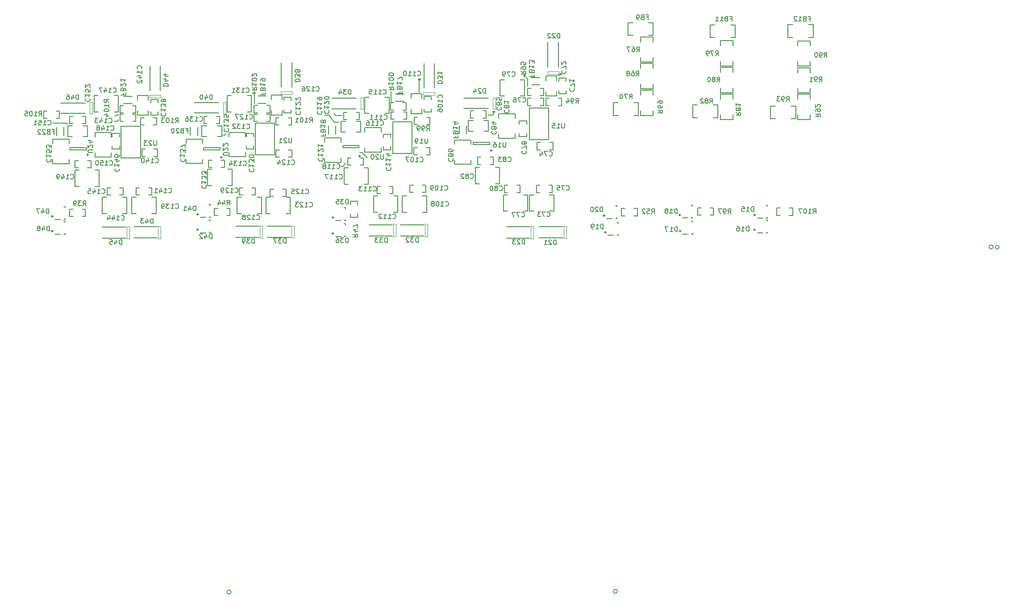
<source format=gbr>
%TF.GenerationSoftware,KiCad,Pcbnew,(5.99.0-10177-gd878cbddbc)*%
%TF.CreationDate,2021-05-14T22:26:15+02:00*%
%TF.ProjectId,PowerMeterDeng,506f7765-724d-4657-9465-7244656e672e,rev?*%
%TF.SameCoordinates,Original*%
%TF.FileFunction,Legend,Bot*%
%TF.FilePolarity,Positive*%
%FSLAX46Y46*%
G04 Gerber Fmt 4.6, Leading zero omitted, Abs format (unit mm)*
G04 Created by KiCad (PCBNEW (5.99.0-10177-gd878cbddbc)) date 2021-05-14 22:26:15*
%MOMM*%
%LPD*%
G01*
G04 APERTURE LIST*
%ADD10C,0.152400*%
%ADD11C,0.177800*%
%ADD12C,0.100000*%
%ADD13C,0.254000*%
G04 APERTURE END LIST*
D10*
X171917200Y-38150800D02*
X172323600Y-38150800D01*
X143418400Y-48437800D02*
X143977200Y-47879000D01*
X91069000Y-40208200D02*
X91323000Y-40462200D01*
X157947200Y-34391600D02*
X157947200Y-32918400D01*
X143113600Y-48437800D02*
X143418400Y-48437800D01*
X177784600Y-31419800D02*
X177784600Y-31115000D01*
X146695000Y-45847000D02*
X147101400Y-45847000D01*
X157947200Y-32918400D02*
X157947200Y-31800800D01*
X172095000Y-38430200D02*
X172095000Y-37973000D01*
X126883000Y-34594800D02*
X126883000Y-34544000D01*
X184134600Y-31216600D02*
X184464800Y-31216600D01*
X157972600Y-31800800D02*
X158201200Y-32029400D01*
X171790200Y-38735000D02*
X172095000Y-38430200D01*
X121066400Y-42494200D02*
X121193400Y-42367200D01*
X141767400Y-38455600D02*
X142072200Y-38760400D01*
X172145800Y-37973000D02*
X172323600Y-38150800D01*
X178521200Y-33248600D02*
X178521200Y-31851600D01*
X184464800Y-31216600D02*
X184744200Y-30937200D01*
X140853000Y-38735000D02*
X141782800Y-39979600D01*
X157718600Y-32029400D02*
X157947200Y-31800800D01*
X177784600Y-31115000D02*
X178089400Y-31115000D01*
X157718600Y-32029400D02*
X158201200Y-32029400D01*
X100568600Y-38785800D02*
X100924200Y-38430200D01*
X126654400Y-36398200D02*
X126654400Y-34315400D01*
X147101400Y-45847000D02*
X148066600Y-46812200D01*
X121193400Y-42367200D02*
X121193400Y-42087800D01*
X142072200Y-38760400D02*
X143240600Y-38760400D01*
X100187600Y-38785800D02*
X100543200Y-38785800D01*
X100111400Y-39878000D02*
X100619400Y-39878000D01*
X152587800Y-36169600D02*
X152587800Y-34239200D01*
X171917200Y-38150800D02*
X172095000Y-37973000D01*
X141808200Y-40030400D02*
X142697200Y-40030400D01*
X170977400Y-38735000D02*
X171790200Y-38735000D01*
X177784600Y-31419800D02*
X178089400Y-31115000D01*
X126375000Y-34594800D02*
X126654400Y-34315400D01*
X139964000Y-38735000D02*
X140853000Y-38735000D01*
X100619400Y-39878000D02*
X100924200Y-39573200D01*
X100543200Y-38785800D02*
X100568600Y-38785800D01*
X120761600Y-42494200D02*
X121066400Y-42494200D01*
X88402000Y-40208200D02*
X91069000Y-40208200D01*
X126654400Y-34315400D02*
X126883000Y-34544000D01*
X184607200Y-30835600D02*
X184810400Y-30835600D01*
X177784600Y-31115000D02*
X178521200Y-31851600D01*
X126375000Y-34594800D02*
X126883000Y-34594800D01*
X184810400Y-31038800D02*
X184810400Y-30835600D01*
X184629900Y-30822900D02*
X184858500Y-31051500D01*
%TO.C,R67*%
X199165285Y-26650400D02*
X199474911Y-26229873D01*
X199696073Y-26650400D02*
X199696073Y-25767293D01*
X199342215Y-25767293D01*
X199253750Y-25809346D01*
X199209518Y-25851399D01*
X199165285Y-25935504D01*
X199165285Y-26061662D01*
X199209518Y-26145768D01*
X199253750Y-26187820D01*
X199342215Y-26229873D01*
X199696073Y-26229873D01*
X198369104Y-25767293D02*
X198546033Y-25767293D01*
X198634498Y-25809346D01*
X198678730Y-25851399D01*
X198767195Y-25977557D01*
X198811427Y-26145768D01*
X198811427Y-26482189D01*
X198767195Y-26566295D01*
X198722963Y-26608348D01*
X198634498Y-26650400D01*
X198457569Y-26650400D01*
X198369104Y-26608348D01*
X198324872Y-26566295D01*
X198280640Y-26482189D01*
X198280640Y-26271926D01*
X198324872Y-26187820D01*
X198369104Y-26145768D01*
X198457569Y-26103715D01*
X198634498Y-26103715D01*
X198722963Y-26145768D01*
X198767195Y-26187820D01*
X198811427Y-26271926D01*
X197971014Y-25767293D02*
X197351762Y-25767293D01*
X197749852Y-26650400D01*
%TO.C,R90*%
X234725285Y-27717200D02*
X235034911Y-27296673D01*
X235256073Y-27717200D02*
X235256073Y-26834093D01*
X234902215Y-26834093D01*
X234813750Y-26876146D01*
X234769518Y-26918199D01*
X234725285Y-27002304D01*
X234725285Y-27128462D01*
X234769518Y-27212568D01*
X234813750Y-27254620D01*
X234902215Y-27296673D01*
X235256073Y-27296673D01*
X234282963Y-27717200D02*
X234106033Y-27717200D01*
X234017569Y-27675148D01*
X233973337Y-27633095D01*
X233884872Y-27506937D01*
X233840640Y-27338726D01*
X233840640Y-27002304D01*
X233884872Y-26918199D01*
X233929104Y-26876146D01*
X234017569Y-26834093D01*
X234194498Y-26834093D01*
X234282963Y-26876146D01*
X234327195Y-26918199D01*
X234371427Y-27002304D01*
X234371427Y-27212568D01*
X234327195Y-27296673D01*
X234282963Y-27338726D01*
X234194498Y-27380779D01*
X234017569Y-27380779D01*
X233929104Y-27338726D01*
X233884872Y-27296673D01*
X233840640Y-27212568D01*
X233265620Y-26834093D02*
X233177155Y-26834093D01*
X233088691Y-26876146D01*
X233044459Y-26918199D01*
X233000226Y-27002304D01*
X232955994Y-27170515D01*
X232955994Y-27380779D01*
X233000226Y-27548989D01*
X233044459Y-27633095D01*
X233088691Y-27675148D01*
X233177155Y-27717200D01*
X233265620Y-27717200D01*
X233354085Y-27675148D01*
X233398317Y-27633095D01*
X233442549Y-27548989D01*
X233486781Y-27380779D01*
X233486781Y-27170515D01*
X233442549Y-27002304D01*
X233398317Y-26918199D01*
X233354085Y-26876146D01*
X233265620Y-26834093D01*
%TO.C,C150*%
X99220458Y-48130895D02*
X99264691Y-48172948D01*
X99397387Y-48215000D01*
X99485852Y-48215000D01*
X99618549Y-48172948D01*
X99707013Y-48088842D01*
X99751246Y-48004737D01*
X99795478Y-47836526D01*
X99795478Y-47710368D01*
X99751246Y-47542157D01*
X99707013Y-47458051D01*
X99618549Y-47373946D01*
X99485852Y-47331893D01*
X99397387Y-47331893D01*
X99264691Y-47373946D01*
X99220458Y-47415999D01*
X98335813Y-48215000D02*
X98866600Y-48215000D01*
X98601206Y-48215000D02*
X98601206Y-47331893D01*
X98689671Y-47458051D01*
X98778135Y-47542157D01*
X98866600Y-47584210D01*
X97495399Y-47331893D02*
X97937722Y-47331893D01*
X97981954Y-47752420D01*
X97937722Y-47710368D01*
X97849257Y-47668315D01*
X97628096Y-47668315D01*
X97539631Y-47710368D01*
X97495399Y-47752420D01*
X97451167Y-47836526D01*
X97451167Y-48046789D01*
X97495399Y-48130895D01*
X97539631Y-48172948D01*
X97628096Y-48215000D01*
X97849257Y-48215000D01*
X97937722Y-48172948D01*
X97981954Y-48130895D01*
X96876147Y-47331893D02*
X96787683Y-47331893D01*
X96699218Y-47373946D01*
X96654986Y-47415999D01*
X96610753Y-47500104D01*
X96566521Y-47668315D01*
X96566521Y-47878579D01*
X96610753Y-48046789D01*
X96654986Y-48130895D01*
X96699218Y-48172948D01*
X96787683Y-48215000D01*
X96876147Y-48215000D01*
X96964612Y-48172948D01*
X97008844Y-48130895D01*
X97053076Y-48046789D01*
X97097309Y-47878579D01*
X97097309Y-47668315D01*
X97053076Y-47500104D01*
X97008844Y-47415999D01*
X96964612Y-47373946D01*
X96876147Y-47331893D01*
%TO.C,FB9*%
X201044015Y-20091820D02*
X201353641Y-20091820D01*
X201353641Y-20554400D02*
X201353641Y-19671293D01*
X200911318Y-19671293D01*
X200247833Y-20091820D02*
X200115137Y-20133873D01*
X200070904Y-20175926D01*
X200026672Y-20260031D01*
X200026672Y-20386189D01*
X200070904Y-20470295D01*
X200115137Y-20512348D01*
X200203601Y-20554400D01*
X200557459Y-20554400D01*
X200557459Y-19671293D01*
X200247833Y-19671293D01*
X200159369Y-19713346D01*
X200115137Y-19755399D01*
X200070904Y-19839504D01*
X200070904Y-19923610D01*
X200115137Y-20007715D01*
X200159369Y-20049768D01*
X200247833Y-20091820D01*
X200557459Y-20091820D01*
X199584349Y-20554400D02*
X199407420Y-20554400D01*
X199318955Y-20512348D01*
X199274723Y-20470295D01*
X199186259Y-20344137D01*
X199142026Y-20175926D01*
X199142026Y-19839504D01*
X199186259Y-19755399D01*
X199230491Y-19713346D01*
X199318955Y-19671293D01*
X199495885Y-19671293D01*
X199584349Y-19713346D01*
X199628581Y-19755399D01*
X199672814Y-19839504D01*
X199672814Y-20049768D01*
X199628581Y-20133873D01*
X199584349Y-20175926D01*
X199495885Y-20217979D01*
X199318955Y-20217979D01*
X199230491Y-20175926D01*
X199186259Y-20133873D01*
X199142026Y-20049768D01*
%TO.C,D39*%
X126696473Y-63023200D02*
X126696473Y-62140093D01*
X126475311Y-62140093D01*
X126342615Y-62182146D01*
X126254150Y-62266251D01*
X126209918Y-62350357D01*
X126165685Y-62518568D01*
X126165685Y-62644726D01*
X126209918Y-62812937D01*
X126254150Y-62897042D01*
X126342615Y-62981148D01*
X126475311Y-63023200D01*
X126696473Y-63023200D01*
X125856059Y-62140093D02*
X125281040Y-62140093D01*
X125590666Y-62476515D01*
X125457969Y-62476515D01*
X125369504Y-62518568D01*
X125325272Y-62560620D01*
X125281040Y-62644726D01*
X125281040Y-62854989D01*
X125325272Y-62939095D01*
X125369504Y-62981148D01*
X125457969Y-63023200D01*
X125723363Y-63023200D01*
X125811827Y-62981148D01*
X125856059Y-62939095D01*
X124838717Y-63023200D02*
X124661788Y-63023200D01*
X124573323Y-62981148D01*
X124529091Y-62939095D01*
X124440626Y-62812937D01*
X124396394Y-62644726D01*
X124396394Y-62308304D01*
X124440626Y-62224199D01*
X124484859Y-62182146D01*
X124573323Y-62140093D01*
X124750252Y-62140093D01*
X124838717Y-62182146D01*
X124882949Y-62224199D01*
X124927181Y-62308304D01*
X124927181Y-62518568D01*
X124882949Y-62602673D01*
X124838717Y-62644726D01*
X124750252Y-62686779D01*
X124573323Y-62686779D01*
X124484859Y-62644726D01*
X124440626Y-62602673D01*
X124396394Y-62518568D01*
%TO.C,D19*%
X192838073Y-60280000D02*
X192838073Y-59396893D01*
X192616911Y-59396893D01*
X192484215Y-59438946D01*
X192395750Y-59523051D01*
X192351518Y-59607157D01*
X192307285Y-59775368D01*
X192307285Y-59901526D01*
X192351518Y-60069737D01*
X192395750Y-60153842D01*
X192484215Y-60237948D01*
X192616911Y-60280000D01*
X192838073Y-60280000D01*
X191422640Y-60280000D02*
X191953427Y-60280000D01*
X191688033Y-60280000D02*
X191688033Y-59396893D01*
X191776498Y-59523051D01*
X191864963Y-59607157D01*
X191953427Y-59649210D01*
X190980317Y-60280000D02*
X190803388Y-60280000D01*
X190714923Y-60237948D01*
X190670691Y-60195895D01*
X190582226Y-60069737D01*
X190537994Y-59901526D01*
X190537994Y-59565104D01*
X190582226Y-59480999D01*
X190626459Y-59438946D01*
X190714923Y-59396893D01*
X190891852Y-59396893D01*
X190980317Y-59438946D01*
X191024549Y-59480999D01*
X191068781Y-59565104D01*
X191068781Y-59775368D01*
X191024549Y-59859473D01*
X190980317Y-59901526D01*
X190891852Y-59943579D01*
X190714923Y-59943579D01*
X190626459Y-59901526D01*
X190582226Y-59859473D01*
X190537994Y-59775368D01*
%TO.C,C120*%
X140045004Y-37818658D02*
X140002951Y-37862891D01*
X139960899Y-37995587D01*
X139960899Y-38084052D01*
X140002951Y-38216749D01*
X140087057Y-38305213D01*
X140171162Y-38349446D01*
X140339373Y-38393678D01*
X140465531Y-38393678D01*
X140633742Y-38349446D01*
X140717848Y-38305213D01*
X140801953Y-38216749D01*
X140844006Y-38084052D01*
X140844006Y-37995587D01*
X140801953Y-37862891D01*
X140759900Y-37818658D01*
X139960899Y-36934013D02*
X139960899Y-37464800D01*
X139960899Y-37199406D02*
X140844006Y-37199406D01*
X140717848Y-37287871D01*
X140633742Y-37376335D01*
X140591689Y-37464800D01*
X140759900Y-36580154D02*
X140801953Y-36535922D01*
X140844006Y-36447457D01*
X140844006Y-36226296D01*
X140801953Y-36137831D01*
X140759900Y-36093599D01*
X140675795Y-36049367D01*
X140591689Y-36049367D01*
X140465531Y-36093599D01*
X139960899Y-36624387D01*
X139960899Y-36049367D01*
X140844006Y-35474347D02*
X140844006Y-35385883D01*
X140801953Y-35297418D01*
X140759900Y-35253186D01*
X140675795Y-35208953D01*
X140507584Y-35164721D01*
X140297320Y-35164721D01*
X140129110Y-35208953D01*
X140045004Y-35253186D01*
X140002951Y-35297418D01*
X139960899Y-35385883D01*
X139960899Y-35474347D01*
X140002951Y-35562812D01*
X140045004Y-35607044D01*
X140129110Y-35651276D01*
X140297320Y-35695509D01*
X140507584Y-35695509D01*
X140675795Y-35651276D01*
X140759900Y-35607044D01*
X140801953Y-35562812D01*
X140844006Y-35474347D01*
%TO.C,C125*%
X136355258Y-53566495D02*
X136399491Y-53608548D01*
X136532187Y-53650600D01*
X136620652Y-53650600D01*
X136753349Y-53608548D01*
X136841813Y-53524442D01*
X136886046Y-53440337D01*
X136930278Y-53272126D01*
X136930278Y-53145968D01*
X136886046Y-52977757D01*
X136841813Y-52893651D01*
X136753349Y-52809546D01*
X136620652Y-52767493D01*
X136532187Y-52767493D01*
X136399491Y-52809546D01*
X136355258Y-52851599D01*
X135470613Y-53650600D02*
X136001400Y-53650600D01*
X135736006Y-53650600D02*
X135736006Y-52767493D01*
X135824471Y-52893651D01*
X135912935Y-52977757D01*
X136001400Y-53019810D01*
X135116754Y-52851599D02*
X135072522Y-52809546D01*
X134984057Y-52767493D01*
X134762896Y-52767493D01*
X134674431Y-52809546D01*
X134630199Y-52851599D01*
X134585967Y-52935704D01*
X134585967Y-53019810D01*
X134630199Y-53145968D01*
X135160987Y-53650600D01*
X134585967Y-53650600D01*
X133745553Y-52767493D02*
X134187876Y-52767493D01*
X134232109Y-53188020D01*
X134187876Y-53145968D01*
X134099412Y-53103915D01*
X133878250Y-53103915D01*
X133789786Y-53145968D01*
X133745553Y-53188020D01*
X133701321Y-53272126D01*
X133701321Y-53482389D01*
X133745553Y-53566495D01*
X133789786Y-53608548D01*
X133878250Y-53650600D01*
X134099412Y-53650600D01*
X134187876Y-53608548D01*
X134232109Y-53566495D01*
%TO.C,R104*%
X99053100Y-36298541D02*
X98632573Y-35988915D01*
X99053100Y-35767753D02*
X98169993Y-35767753D01*
X98169993Y-36121612D01*
X98212046Y-36210076D01*
X98254099Y-36254309D01*
X98338204Y-36298541D01*
X98464362Y-36298541D01*
X98548468Y-36254309D01*
X98590520Y-36210076D01*
X98632573Y-36121612D01*
X98632573Y-35767753D01*
X99053100Y-37183187D02*
X99053100Y-36652399D01*
X99053100Y-36917793D02*
X98169993Y-36917793D01*
X98296151Y-36829328D01*
X98380257Y-36740864D01*
X98422310Y-36652399D01*
X98169993Y-37758206D02*
X98169993Y-37846671D01*
X98212046Y-37935135D01*
X98254099Y-37979368D01*
X98338204Y-38023600D01*
X98506415Y-38067832D01*
X98716679Y-38067832D01*
X98884889Y-38023600D01*
X98968995Y-37979368D01*
X99011048Y-37935135D01*
X99053100Y-37846671D01*
X99053100Y-37758206D01*
X99011048Y-37669742D01*
X98968995Y-37625509D01*
X98884889Y-37581277D01*
X98716679Y-37537045D01*
X98506415Y-37537045D01*
X98338204Y-37581277D01*
X98254099Y-37625509D01*
X98212046Y-37669742D01*
X98169993Y-37758206D01*
X98464362Y-38864013D02*
X99053100Y-38864013D01*
X98127941Y-38642852D02*
X98758731Y-38421691D01*
X98758731Y-38996710D01*
%TO.C,R101*%
X137132658Y-40061600D02*
X137442284Y-39641073D01*
X137663446Y-40061600D02*
X137663446Y-39178493D01*
X137309587Y-39178493D01*
X137221123Y-39220546D01*
X137176891Y-39262599D01*
X137132658Y-39346704D01*
X137132658Y-39472862D01*
X137176891Y-39556968D01*
X137221123Y-39599020D01*
X137309587Y-39641073D01*
X137663446Y-39641073D01*
X136248013Y-40061600D02*
X136778800Y-40061600D01*
X136513406Y-40061600D02*
X136513406Y-39178493D01*
X136601871Y-39304651D01*
X136690335Y-39388757D01*
X136778800Y-39430810D01*
X135672993Y-39178493D02*
X135584528Y-39178493D01*
X135496064Y-39220546D01*
X135451831Y-39262599D01*
X135407599Y-39346704D01*
X135363367Y-39514915D01*
X135363367Y-39725179D01*
X135407599Y-39893389D01*
X135451831Y-39977495D01*
X135496064Y-40019548D01*
X135584528Y-40061600D01*
X135672993Y-40061600D01*
X135761457Y-40019548D01*
X135805690Y-39977495D01*
X135849922Y-39893389D01*
X135894154Y-39725179D01*
X135894154Y-39514915D01*
X135849922Y-39346704D01*
X135805690Y-39262599D01*
X135761457Y-39220546D01*
X135672993Y-39178493D01*
X134478721Y-40061600D02*
X135009509Y-40061600D01*
X134744115Y-40061600D02*
X134744115Y-39178493D01*
X134832579Y-39304651D01*
X134921044Y-39388757D01*
X135009509Y-39430810D01*
%TO.C,C121*%
X138899304Y-46861058D02*
X138857251Y-46905291D01*
X138815199Y-47037987D01*
X138815199Y-47126452D01*
X138857251Y-47259149D01*
X138941357Y-47347613D01*
X139025462Y-47391846D01*
X139193673Y-47436078D01*
X139319831Y-47436078D01*
X139488042Y-47391846D01*
X139572148Y-47347613D01*
X139656253Y-47259149D01*
X139698306Y-47126452D01*
X139698306Y-47037987D01*
X139656253Y-46905291D01*
X139614200Y-46861058D01*
X138815199Y-45976413D02*
X138815199Y-46507200D01*
X138815199Y-46241806D02*
X139698306Y-46241806D01*
X139572148Y-46330271D01*
X139488042Y-46418735D01*
X139445989Y-46507200D01*
X139614200Y-45622554D02*
X139656253Y-45578322D01*
X139698306Y-45489857D01*
X139698306Y-45268696D01*
X139656253Y-45180231D01*
X139614200Y-45135999D01*
X139530095Y-45091767D01*
X139445989Y-45091767D01*
X139319831Y-45135999D01*
X138815199Y-45666787D01*
X138815199Y-45091767D01*
X138815199Y-44207121D02*
X138815199Y-44737909D01*
X138815199Y-44472515D02*
X139698306Y-44472515D01*
X139572148Y-44560979D01*
X139488042Y-44649444D01*
X139445989Y-44737909D01*
%TO.C,D45*%
X101525073Y-63226400D02*
X101525073Y-62343293D01*
X101303911Y-62343293D01*
X101171215Y-62385346D01*
X101082750Y-62469451D01*
X101038518Y-62553557D01*
X100994285Y-62721768D01*
X100994285Y-62847926D01*
X101038518Y-63016137D01*
X101082750Y-63100242D01*
X101171215Y-63184348D01*
X101303911Y-63226400D01*
X101525073Y-63226400D01*
X100198104Y-62637662D02*
X100198104Y-63226400D01*
X100419266Y-62301241D02*
X100640427Y-62932031D01*
X100065407Y-62932031D01*
X99269226Y-62343293D02*
X99711549Y-62343293D01*
X99755781Y-62763820D01*
X99711549Y-62721768D01*
X99623085Y-62679715D01*
X99401923Y-62679715D01*
X99313459Y-62721768D01*
X99269226Y-62763820D01*
X99224994Y-62847926D01*
X99224994Y-63058189D01*
X99269226Y-63142295D01*
X99313459Y-63184348D01*
X99401923Y-63226400D01*
X99623085Y-63226400D01*
X99711549Y-63184348D01*
X99755781Y-63142295D01*
%TO.C,FB11*%
X216923187Y-20422020D02*
X217232813Y-20422020D01*
X217232813Y-20884600D02*
X217232813Y-20001493D01*
X216790491Y-20001493D01*
X216127006Y-20422020D02*
X215994309Y-20464073D01*
X215950077Y-20506126D01*
X215905845Y-20590231D01*
X215905845Y-20716389D01*
X215950077Y-20800495D01*
X215994309Y-20842548D01*
X216082774Y-20884600D01*
X216436632Y-20884600D01*
X216436632Y-20001493D01*
X216127006Y-20001493D01*
X216038542Y-20043546D01*
X215994309Y-20085599D01*
X215950077Y-20169704D01*
X215950077Y-20253810D01*
X215994309Y-20337915D01*
X216038542Y-20379968D01*
X216127006Y-20422020D01*
X216436632Y-20422020D01*
X215021199Y-20884600D02*
X215551987Y-20884600D01*
X215286593Y-20884600D02*
X215286593Y-20001493D01*
X215375057Y-20127651D01*
X215463522Y-20211757D01*
X215551987Y-20253810D01*
X214136553Y-20884600D02*
X214667341Y-20884600D01*
X214401947Y-20884600D02*
X214401947Y-20001493D01*
X214490412Y-20127651D01*
X214578876Y-20211757D01*
X214667341Y-20253810D01*
%TO.C,D35*%
X144476473Y-55555600D02*
X144476473Y-54672493D01*
X144255311Y-54672493D01*
X144122615Y-54714546D01*
X144034150Y-54798651D01*
X143989918Y-54882757D01*
X143945685Y-55050968D01*
X143945685Y-55177126D01*
X143989918Y-55345337D01*
X144034150Y-55429442D01*
X144122615Y-55513548D01*
X144255311Y-55555600D01*
X144476473Y-55555600D01*
X143636059Y-54672493D02*
X143061040Y-54672493D01*
X143370666Y-55008915D01*
X143237969Y-55008915D01*
X143149504Y-55050968D01*
X143105272Y-55093020D01*
X143061040Y-55177126D01*
X143061040Y-55387389D01*
X143105272Y-55471495D01*
X143149504Y-55513548D01*
X143237969Y-55555600D01*
X143503363Y-55555600D01*
X143591827Y-55513548D01*
X143636059Y-55471495D01*
X142220626Y-54672493D02*
X142662949Y-54672493D01*
X142707181Y-55093020D01*
X142662949Y-55050968D01*
X142574485Y-55008915D01*
X142353323Y-55008915D01*
X142264859Y-55050968D01*
X142220626Y-55093020D01*
X142176394Y-55177126D01*
X142176394Y-55387389D01*
X142220626Y-55471495D01*
X142264859Y-55513548D01*
X142353323Y-55555600D01*
X142574485Y-55555600D01*
X142662949Y-55513548D01*
X142707181Y-55471495D01*
%TO.C,R52*%
X201984685Y-57384400D02*
X202294311Y-56963873D01*
X202515473Y-57384400D02*
X202515473Y-56501293D01*
X202161615Y-56501293D01*
X202073150Y-56543346D01*
X202028918Y-56585399D01*
X201984685Y-56669504D01*
X201984685Y-56795662D01*
X202028918Y-56879768D01*
X202073150Y-56921820D01*
X202161615Y-56963873D01*
X202515473Y-56963873D01*
X201144272Y-56501293D02*
X201586595Y-56501293D01*
X201630827Y-56921820D01*
X201586595Y-56879768D01*
X201498130Y-56837715D01*
X201276969Y-56837715D01*
X201188504Y-56879768D01*
X201144272Y-56921820D01*
X201100040Y-57005926D01*
X201100040Y-57216189D01*
X201144272Y-57300295D01*
X201188504Y-57342348D01*
X201276969Y-57384400D01*
X201498130Y-57384400D01*
X201586595Y-57342348D01*
X201630827Y-57300295D01*
X200746181Y-56585399D02*
X200701949Y-56543346D01*
X200613485Y-56501293D01*
X200392323Y-56501293D01*
X200303859Y-56543346D01*
X200259626Y-56585399D01*
X200215394Y-56669504D01*
X200215394Y-56753610D01*
X200259626Y-56879768D01*
X200790414Y-57384400D01*
X200215394Y-57384400D01*
%TO.C,C126*%
X138361858Y-34084695D02*
X138406091Y-34126748D01*
X138538787Y-34168800D01*
X138627252Y-34168800D01*
X138759949Y-34126748D01*
X138848413Y-34042642D01*
X138892646Y-33958537D01*
X138936878Y-33790326D01*
X138936878Y-33664168D01*
X138892646Y-33495957D01*
X138848413Y-33411851D01*
X138759949Y-33327746D01*
X138627252Y-33285693D01*
X138538787Y-33285693D01*
X138406091Y-33327746D01*
X138361858Y-33369799D01*
X137477213Y-34168800D02*
X138008000Y-34168800D01*
X137742606Y-34168800D02*
X137742606Y-33285693D01*
X137831071Y-33411851D01*
X137919535Y-33495957D01*
X138008000Y-33538010D01*
X137123354Y-33369799D02*
X137079122Y-33327746D01*
X136990657Y-33285693D01*
X136769496Y-33285693D01*
X136681031Y-33327746D01*
X136636799Y-33369799D01*
X136592567Y-33453904D01*
X136592567Y-33538010D01*
X136636799Y-33664168D01*
X137167587Y-34168800D01*
X136592567Y-34168800D01*
X135796386Y-33285693D02*
X135973315Y-33285693D01*
X136061779Y-33327746D01*
X136106012Y-33369799D01*
X136194476Y-33495957D01*
X136238709Y-33664168D01*
X136238709Y-34000589D01*
X136194476Y-34084695D01*
X136150244Y-34126748D01*
X136061779Y-34168800D01*
X135884850Y-34168800D01*
X135796386Y-34126748D01*
X135752153Y-34084695D01*
X135707921Y-34000589D01*
X135707921Y-33790326D01*
X135752153Y-33706220D01*
X135796386Y-33664168D01*
X135884850Y-33622115D01*
X136061779Y-33622115D01*
X136150244Y-33664168D01*
X136194476Y-33706220D01*
X136238709Y-33790326D01*
%TO.C,R103*%
X111707258Y-40137800D02*
X112016884Y-39717273D01*
X112238046Y-40137800D02*
X112238046Y-39254693D01*
X111884187Y-39254693D01*
X111795723Y-39296746D01*
X111751491Y-39338799D01*
X111707258Y-39422904D01*
X111707258Y-39549062D01*
X111751491Y-39633168D01*
X111795723Y-39675220D01*
X111884187Y-39717273D01*
X112238046Y-39717273D01*
X110822613Y-40137800D02*
X111353400Y-40137800D01*
X111088006Y-40137800D02*
X111088006Y-39254693D01*
X111176471Y-39380851D01*
X111264935Y-39464957D01*
X111353400Y-39507010D01*
X110247593Y-39254693D02*
X110159128Y-39254693D01*
X110070664Y-39296746D01*
X110026431Y-39338799D01*
X109982199Y-39422904D01*
X109937967Y-39591115D01*
X109937967Y-39801379D01*
X109982199Y-39969589D01*
X110026431Y-40053695D01*
X110070664Y-40095748D01*
X110159128Y-40137800D01*
X110247593Y-40137800D01*
X110336057Y-40095748D01*
X110380290Y-40053695D01*
X110424522Y-39969589D01*
X110468754Y-39801379D01*
X110468754Y-39591115D01*
X110424522Y-39422904D01*
X110380290Y-39338799D01*
X110336057Y-39296746D01*
X110247593Y-39254693D01*
X109628341Y-39254693D02*
X109053321Y-39254693D01*
X109362947Y-39591115D01*
X109230250Y-39591115D01*
X109141786Y-39633168D01*
X109097553Y-39675220D01*
X109053321Y-39759326D01*
X109053321Y-39969589D01*
X109097553Y-40053695D01*
X109141786Y-40095748D01*
X109230250Y-40137800D01*
X109495644Y-40137800D01*
X109584109Y-40095748D01*
X109628341Y-40053695D01*
%TO.C,C109*%
X162745858Y-52880695D02*
X162790091Y-52922748D01*
X162922787Y-52964800D01*
X163011252Y-52964800D01*
X163143949Y-52922748D01*
X163232413Y-52838642D01*
X163276646Y-52754537D01*
X163320878Y-52586326D01*
X163320878Y-52460168D01*
X163276646Y-52291957D01*
X163232413Y-52207851D01*
X163143949Y-52123746D01*
X163011252Y-52081693D01*
X162922787Y-52081693D01*
X162790091Y-52123746D01*
X162745858Y-52165799D01*
X161861213Y-52964800D02*
X162392000Y-52964800D01*
X162126606Y-52964800D02*
X162126606Y-52081693D01*
X162215071Y-52207851D01*
X162303535Y-52291957D01*
X162392000Y-52334010D01*
X161286193Y-52081693D02*
X161197728Y-52081693D01*
X161109264Y-52123746D01*
X161065031Y-52165799D01*
X161020799Y-52249904D01*
X160976567Y-52418115D01*
X160976567Y-52628379D01*
X161020799Y-52796589D01*
X161065031Y-52880695D01*
X161109264Y-52922748D01*
X161197728Y-52964800D01*
X161286193Y-52964800D01*
X161374657Y-52922748D01*
X161418890Y-52880695D01*
X161463122Y-52796589D01*
X161507354Y-52628379D01*
X161507354Y-52418115D01*
X161463122Y-52249904D01*
X161418890Y-52165799D01*
X161374657Y-52123746D01*
X161286193Y-52081693D01*
X160534244Y-52964800D02*
X160357315Y-52964800D01*
X160268850Y-52922748D01*
X160224618Y-52880695D01*
X160136153Y-52754537D01*
X160091921Y-52586326D01*
X160091921Y-52249904D01*
X160136153Y-52165799D01*
X160180386Y-52123746D01*
X160268850Y-52081693D01*
X160445779Y-52081693D01*
X160534244Y-52123746D01*
X160578476Y-52165799D01*
X160622709Y-52249904D01*
X160622709Y-52460168D01*
X160578476Y-52544273D01*
X160534244Y-52586326D01*
X160445779Y-52628379D01*
X160268850Y-52628379D01*
X160180386Y-52586326D01*
X160136153Y-52544273D01*
X160091921Y-52460168D01*
%TO.C,C118*%
X142314258Y-48765895D02*
X142358491Y-48807948D01*
X142491187Y-48850000D01*
X142579652Y-48850000D01*
X142712349Y-48807948D01*
X142800813Y-48723842D01*
X142845046Y-48639737D01*
X142889278Y-48471526D01*
X142889278Y-48345368D01*
X142845046Y-48177157D01*
X142800813Y-48093051D01*
X142712349Y-48008946D01*
X142579652Y-47966893D01*
X142491187Y-47966893D01*
X142358491Y-48008946D01*
X142314258Y-48050999D01*
X141429613Y-48850000D02*
X141960400Y-48850000D01*
X141695006Y-48850000D02*
X141695006Y-47966893D01*
X141783471Y-48093051D01*
X141871935Y-48177157D01*
X141960400Y-48219210D01*
X140544967Y-48850000D02*
X141075754Y-48850000D01*
X140810361Y-48850000D02*
X140810361Y-47966893D01*
X140898825Y-48093051D01*
X140987290Y-48177157D01*
X141075754Y-48219210D01*
X140014179Y-48345368D02*
X140102644Y-48303315D01*
X140146876Y-48261262D01*
X140191109Y-48177157D01*
X140191109Y-48135104D01*
X140146876Y-48050999D01*
X140102644Y-48008946D01*
X140014179Y-47966893D01*
X139837250Y-47966893D01*
X139748786Y-48008946D01*
X139704553Y-48050999D01*
X139660321Y-48135104D01*
X139660321Y-48177157D01*
X139704553Y-48261262D01*
X139748786Y-48303315D01*
X139837250Y-48345368D01*
X140014179Y-48345368D01*
X140102644Y-48387420D01*
X140146876Y-48429473D01*
X140191109Y-48513579D01*
X140191109Y-48681789D01*
X140146876Y-48765895D01*
X140102644Y-48807948D01*
X140014179Y-48850000D01*
X139837250Y-48850000D01*
X139748786Y-48807948D01*
X139704553Y-48765895D01*
X139660321Y-48681789D01*
X139660321Y-48513579D01*
X139704553Y-48429473D01*
X139748786Y-48387420D01*
X139837250Y-48345368D01*
%TO.C,R81*%
X218037799Y-38220885D02*
X218458326Y-38530511D01*
X218037799Y-38751673D02*
X218920906Y-38751673D01*
X218920906Y-38397815D01*
X218878853Y-38309350D01*
X218836800Y-38265118D01*
X218752695Y-38220885D01*
X218626537Y-38220885D01*
X218542431Y-38265118D01*
X218500379Y-38309350D01*
X218458326Y-38397815D01*
X218458326Y-38751673D01*
X218542431Y-37690098D02*
X218584484Y-37778563D01*
X218626537Y-37822795D01*
X218710642Y-37867027D01*
X218752695Y-37867027D01*
X218836800Y-37822795D01*
X218878853Y-37778563D01*
X218920906Y-37690098D01*
X218920906Y-37513169D01*
X218878853Y-37424704D01*
X218836800Y-37380472D01*
X218752695Y-37336240D01*
X218710642Y-37336240D01*
X218626537Y-37380472D01*
X218584484Y-37424704D01*
X218542431Y-37513169D01*
X218542431Y-37690098D01*
X218500379Y-37778563D01*
X218458326Y-37822795D01*
X218374220Y-37867027D01*
X218206010Y-37867027D01*
X218121904Y-37822795D01*
X218079851Y-37778563D01*
X218037799Y-37690098D01*
X218037799Y-37513169D01*
X218079851Y-37424704D01*
X218121904Y-37380472D01*
X218206010Y-37336240D01*
X218374220Y-37336240D01*
X218458326Y-37380472D01*
X218500379Y-37424704D01*
X218542431Y-37513169D01*
X218037799Y-36451594D02*
X218037799Y-36982381D01*
X218037799Y-36716988D02*
X218920906Y-36716988D01*
X218794748Y-36805452D01*
X218710642Y-36893917D01*
X218668589Y-36982381D01*
%TO.C,C116*%
X150579258Y-40536295D02*
X150623491Y-40578348D01*
X150756187Y-40620400D01*
X150844652Y-40620400D01*
X150977349Y-40578348D01*
X151065813Y-40494242D01*
X151110046Y-40410137D01*
X151154278Y-40241926D01*
X151154278Y-40115768D01*
X151110046Y-39947557D01*
X151065813Y-39863451D01*
X150977349Y-39779346D01*
X150844652Y-39737293D01*
X150756187Y-39737293D01*
X150623491Y-39779346D01*
X150579258Y-39821399D01*
X149694613Y-40620400D02*
X150225400Y-40620400D01*
X149960006Y-40620400D02*
X149960006Y-39737293D01*
X150048471Y-39863451D01*
X150136935Y-39947557D01*
X150225400Y-39989610D01*
X148809967Y-40620400D02*
X149340754Y-40620400D01*
X149075361Y-40620400D02*
X149075361Y-39737293D01*
X149163825Y-39863451D01*
X149252290Y-39947557D01*
X149340754Y-39989610D01*
X148013786Y-39737293D02*
X148190715Y-39737293D01*
X148279179Y-39779346D01*
X148323412Y-39821399D01*
X148411876Y-39947557D01*
X148456109Y-40115768D01*
X148456109Y-40452189D01*
X148411876Y-40536295D01*
X148367644Y-40578348D01*
X148279179Y-40620400D01*
X148102250Y-40620400D01*
X148013786Y-40578348D01*
X147969553Y-40536295D01*
X147925321Y-40452189D01*
X147925321Y-40241926D01*
X147969553Y-40157820D01*
X148013786Y-40115768D01*
X148102250Y-40073715D01*
X148279179Y-40073715D01*
X148367644Y-40115768D01*
X148411876Y-40157820D01*
X148456109Y-40241926D01*
%TO.C,R91*%
X233769135Y-32352700D02*
X234078761Y-31932173D01*
X234299923Y-32352700D02*
X234299923Y-31469593D01*
X233946065Y-31469593D01*
X233857600Y-31511646D01*
X233813368Y-31553699D01*
X233769135Y-31637804D01*
X233769135Y-31763962D01*
X233813368Y-31848068D01*
X233857600Y-31890120D01*
X233946065Y-31932173D01*
X234299923Y-31932173D01*
X233326813Y-32352700D02*
X233149883Y-32352700D01*
X233061419Y-32310648D01*
X233017187Y-32268595D01*
X232928722Y-32142437D01*
X232884490Y-31974226D01*
X232884490Y-31637804D01*
X232928722Y-31553699D01*
X232972954Y-31511646D01*
X233061419Y-31469593D01*
X233238348Y-31469593D01*
X233326813Y-31511646D01*
X233371045Y-31553699D01*
X233415277Y-31637804D01*
X233415277Y-31848068D01*
X233371045Y-31932173D01*
X233326813Y-31974226D01*
X233238348Y-32016279D01*
X233061419Y-32016279D01*
X232972954Y-31974226D01*
X232928722Y-31932173D01*
X232884490Y-31848068D01*
X231999844Y-32352700D02*
X232530631Y-32352700D01*
X232265238Y-32352700D02*
X232265238Y-31469593D01*
X232353702Y-31595751D01*
X232442167Y-31679857D01*
X232530631Y-31721910D01*
%TO.C,C73*%
X182172685Y-57884495D02*
X182216918Y-57926548D01*
X182349615Y-57968600D01*
X182438079Y-57968600D01*
X182570776Y-57926548D01*
X182659241Y-57842442D01*
X182703473Y-57758337D01*
X182747705Y-57590126D01*
X182747705Y-57463968D01*
X182703473Y-57295757D01*
X182659241Y-57211651D01*
X182570776Y-57127546D01*
X182438079Y-57085493D01*
X182349615Y-57085493D01*
X182216918Y-57127546D01*
X182172685Y-57169599D01*
X181863059Y-57085493D02*
X181243807Y-57085493D01*
X181641898Y-57968600D01*
X180978414Y-57085493D02*
X180403394Y-57085493D01*
X180713020Y-57421915D01*
X180580323Y-57421915D01*
X180491859Y-57463968D01*
X180447626Y-57506020D01*
X180403394Y-57590126D01*
X180403394Y-57800389D01*
X180447626Y-57884495D01*
X180491859Y-57926548D01*
X180580323Y-57968600D01*
X180845717Y-57968600D01*
X180934181Y-57926548D01*
X180978414Y-57884495D01*
%TO.C,C136*%
X116253858Y-39786995D02*
X116298091Y-39829048D01*
X116430787Y-39871100D01*
X116519252Y-39871100D01*
X116651949Y-39829048D01*
X116740413Y-39744942D01*
X116784646Y-39660837D01*
X116828878Y-39492626D01*
X116828878Y-39366468D01*
X116784646Y-39198257D01*
X116740413Y-39114151D01*
X116651949Y-39030046D01*
X116519252Y-38987993D01*
X116430787Y-38987993D01*
X116298091Y-39030046D01*
X116253858Y-39072099D01*
X115369213Y-39871100D02*
X115900000Y-39871100D01*
X115634606Y-39871100D02*
X115634606Y-38987993D01*
X115723071Y-39114151D01*
X115811535Y-39198257D01*
X115900000Y-39240310D01*
X115059587Y-38987993D02*
X114484567Y-38987993D01*
X114794193Y-39324415D01*
X114661496Y-39324415D01*
X114573031Y-39366468D01*
X114528799Y-39408520D01*
X114484567Y-39492626D01*
X114484567Y-39702889D01*
X114528799Y-39786995D01*
X114573031Y-39829048D01*
X114661496Y-39871100D01*
X114926890Y-39871100D01*
X115015354Y-39829048D01*
X115059587Y-39786995D01*
X113688386Y-38987993D02*
X113865315Y-38987993D01*
X113953779Y-39030046D01*
X113998012Y-39072099D01*
X114086476Y-39198257D01*
X114130709Y-39366468D01*
X114130709Y-39702889D01*
X114086476Y-39786995D01*
X114042244Y-39829048D01*
X113953779Y-39871100D01*
X113776850Y-39871100D01*
X113688386Y-39829048D01*
X113644153Y-39786995D01*
X113599921Y-39702889D01*
X113599921Y-39492626D01*
X113644153Y-39408520D01*
X113688386Y-39366468D01*
X113776850Y-39324415D01*
X113953779Y-39324415D01*
X114042244Y-39366468D01*
X114086476Y-39408520D01*
X114130709Y-39492626D01*
%TO.C,R68*%
X199063685Y-31247800D02*
X199373311Y-30827273D01*
X199594473Y-31247800D02*
X199594473Y-30364693D01*
X199240615Y-30364693D01*
X199152150Y-30406746D01*
X199107918Y-30448799D01*
X199063685Y-30532904D01*
X199063685Y-30659062D01*
X199107918Y-30743168D01*
X199152150Y-30785220D01*
X199240615Y-30827273D01*
X199594473Y-30827273D01*
X198267504Y-30364693D02*
X198444433Y-30364693D01*
X198532898Y-30406746D01*
X198577130Y-30448799D01*
X198665595Y-30574957D01*
X198709827Y-30743168D01*
X198709827Y-31079589D01*
X198665595Y-31163695D01*
X198621363Y-31205748D01*
X198532898Y-31247800D01*
X198355969Y-31247800D01*
X198267504Y-31205748D01*
X198223272Y-31163695D01*
X198179040Y-31079589D01*
X198179040Y-30869326D01*
X198223272Y-30785220D01*
X198267504Y-30743168D01*
X198355969Y-30701115D01*
X198532898Y-30701115D01*
X198621363Y-30743168D01*
X198665595Y-30785220D01*
X198709827Y-30869326D01*
X197648252Y-30743168D02*
X197736717Y-30701115D01*
X197780949Y-30659062D01*
X197825181Y-30574957D01*
X197825181Y-30532904D01*
X197780949Y-30448799D01*
X197736717Y-30406746D01*
X197648252Y-30364693D01*
X197471323Y-30364693D01*
X197382859Y-30406746D01*
X197338626Y-30448799D01*
X197294394Y-30532904D01*
X197294394Y-30574957D01*
X197338626Y-30659062D01*
X197382859Y-30701115D01*
X197471323Y-30743168D01*
X197648252Y-30743168D01*
X197736717Y-30785220D01*
X197780949Y-30827273D01*
X197825181Y-30911379D01*
X197825181Y-31079589D01*
X197780949Y-31163695D01*
X197736717Y-31205748D01*
X197648252Y-31247800D01*
X197471323Y-31247800D01*
X197382859Y-31205748D01*
X197338626Y-31163695D01*
X197294394Y-31079589D01*
X197294394Y-30911379D01*
X197338626Y-30827273D01*
X197382859Y-30785220D01*
X197471323Y-30743168D01*
%TO.C,C134*%
X124569658Y-48207095D02*
X124613891Y-48249148D01*
X124746587Y-48291200D01*
X124835052Y-48291200D01*
X124967749Y-48249148D01*
X125056213Y-48165042D01*
X125100446Y-48080937D01*
X125144678Y-47912726D01*
X125144678Y-47786568D01*
X125100446Y-47618357D01*
X125056213Y-47534251D01*
X124967749Y-47450146D01*
X124835052Y-47408093D01*
X124746587Y-47408093D01*
X124613891Y-47450146D01*
X124569658Y-47492199D01*
X123685013Y-48291200D02*
X124215800Y-48291200D01*
X123950406Y-48291200D02*
X123950406Y-47408093D01*
X124038871Y-47534251D01*
X124127335Y-47618357D01*
X124215800Y-47660410D01*
X123375387Y-47408093D02*
X122800367Y-47408093D01*
X123109993Y-47744515D01*
X122977296Y-47744515D01*
X122888831Y-47786568D01*
X122844599Y-47828620D01*
X122800367Y-47912726D01*
X122800367Y-48122989D01*
X122844599Y-48207095D01*
X122888831Y-48249148D01*
X122977296Y-48291200D01*
X123242690Y-48291200D01*
X123331154Y-48249148D01*
X123375387Y-48207095D01*
X122004186Y-47702462D02*
X122004186Y-48291200D01*
X122225347Y-47366041D02*
X122446509Y-47996831D01*
X121871489Y-47996831D01*
%TO.C,U16*%
X174343589Y-43902893D02*
X174343589Y-44617789D01*
X174299357Y-44701895D01*
X174255124Y-44743948D01*
X174166660Y-44786000D01*
X173989731Y-44786000D01*
X173901266Y-44743948D01*
X173857034Y-44701895D01*
X173812802Y-44617789D01*
X173812802Y-43902893D01*
X172883924Y-44786000D02*
X173414711Y-44786000D01*
X173149317Y-44786000D02*
X173149317Y-43902893D01*
X173237782Y-44029051D01*
X173326246Y-44113157D01*
X173414711Y-44155210D01*
X172087742Y-43902893D02*
X172264672Y-43902893D01*
X172353136Y-43944946D01*
X172397368Y-43986999D01*
X172485833Y-44113157D01*
X172530065Y-44281368D01*
X172530065Y-44617789D01*
X172485833Y-44701895D01*
X172441601Y-44743948D01*
X172353136Y-44786000D01*
X172176207Y-44786000D01*
X172087742Y-44743948D01*
X172043510Y-44701895D01*
X171999278Y-44617789D01*
X171999278Y-44407526D01*
X172043510Y-44323420D01*
X172087742Y-44281368D01*
X172176207Y-44239315D01*
X172353136Y-44239315D01*
X172441601Y-44281368D01*
X172485833Y-44323420D01*
X172530065Y-44407526D01*
%TO.C,C82*%
X167643885Y-50645495D02*
X167688118Y-50687548D01*
X167820815Y-50729600D01*
X167909279Y-50729600D01*
X168041976Y-50687548D01*
X168130441Y-50603442D01*
X168174673Y-50519337D01*
X168218905Y-50351126D01*
X168218905Y-50224968D01*
X168174673Y-50056757D01*
X168130441Y-49972651D01*
X168041976Y-49888546D01*
X167909279Y-49846493D01*
X167820815Y-49846493D01*
X167688118Y-49888546D01*
X167643885Y-49930599D01*
X167113098Y-50224968D02*
X167201563Y-50182915D01*
X167245795Y-50140862D01*
X167290027Y-50056757D01*
X167290027Y-50014704D01*
X167245795Y-49930599D01*
X167201563Y-49888546D01*
X167113098Y-49846493D01*
X166936169Y-49846493D01*
X166847704Y-49888546D01*
X166803472Y-49930599D01*
X166759240Y-50014704D01*
X166759240Y-50056757D01*
X166803472Y-50140862D01*
X166847704Y-50182915D01*
X166936169Y-50224968D01*
X167113098Y-50224968D01*
X167201563Y-50267020D01*
X167245795Y-50309073D01*
X167290027Y-50393179D01*
X167290027Y-50561389D01*
X167245795Y-50645495D01*
X167201563Y-50687548D01*
X167113098Y-50729600D01*
X166936169Y-50729600D01*
X166847704Y-50687548D01*
X166803472Y-50645495D01*
X166759240Y-50561389D01*
X166759240Y-50393179D01*
X166803472Y-50309073D01*
X166847704Y-50267020D01*
X166936169Y-50224968D01*
X166405381Y-49930599D02*
X166361149Y-49888546D01*
X166272685Y-49846493D01*
X166051523Y-49846493D01*
X165963059Y-49888546D01*
X165918826Y-49930599D01*
X165874594Y-50014704D01*
X165874594Y-50098810D01*
X165918826Y-50224968D01*
X166449614Y-50729600D01*
X165874594Y-50729600D01*
%TO.C,D44*%
X109417399Y-33214473D02*
X110300506Y-33214473D01*
X110300506Y-32993311D01*
X110258453Y-32860615D01*
X110174348Y-32772150D01*
X110090242Y-32727918D01*
X109922031Y-32683685D01*
X109795873Y-32683685D01*
X109627662Y-32727918D01*
X109543557Y-32772150D01*
X109459451Y-32860615D01*
X109417399Y-32993311D01*
X109417399Y-33214473D01*
X110006137Y-31887504D02*
X109417399Y-31887504D01*
X110342558Y-32108666D02*
X109711768Y-32329827D01*
X109711768Y-31754807D01*
X110006137Y-31002859D02*
X109417399Y-31002859D01*
X110342558Y-31224020D02*
X109711768Y-31445181D01*
X109711768Y-30870162D01*
%TO.C,C140*%
X107897258Y-47673695D02*
X107941491Y-47715748D01*
X108074187Y-47757800D01*
X108162652Y-47757800D01*
X108295349Y-47715748D01*
X108383813Y-47631642D01*
X108428046Y-47547537D01*
X108472278Y-47379326D01*
X108472278Y-47253168D01*
X108428046Y-47084957D01*
X108383813Y-47000851D01*
X108295349Y-46916746D01*
X108162652Y-46874693D01*
X108074187Y-46874693D01*
X107941491Y-46916746D01*
X107897258Y-46958799D01*
X107012613Y-47757800D02*
X107543400Y-47757800D01*
X107278006Y-47757800D02*
X107278006Y-46874693D01*
X107366471Y-47000851D01*
X107454935Y-47084957D01*
X107543400Y-47127010D01*
X106216431Y-47169062D02*
X106216431Y-47757800D01*
X106437593Y-46832641D02*
X106658754Y-47463431D01*
X106083735Y-47463431D01*
X105552947Y-46874693D02*
X105464483Y-46874693D01*
X105376018Y-46916746D01*
X105331786Y-46958799D01*
X105287553Y-47042904D01*
X105243321Y-47211115D01*
X105243321Y-47421379D01*
X105287553Y-47589589D01*
X105331786Y-47673695D01*
X105376018Y-47715748D01*
X105464483Y-47757800D01*
X105552947Y-47757800D01*
X105641412Y-47715748D01*
X105685644Y-47673695D01*
X105729876Y-47589589D01*
X105774109Y-47421379D01*
X105774109Y-47211115D01*
X105729876Y-47042904D01*
X105685644Y-46958799D01*
X105641412Y-46916746D01*
X105552947Y-46874693D01*
%TO.C,C80*%
X173155685Y-52956895D02*
X173199918Y-52998948D01*
X173332615Y-53041000D01*
X173421079Y-53041000D01*
X173553776Y-52998948D01*
X173642241Y-52914842D01*
X173686473Y-52830737D01*
X173730705Y-52662526D01*
X173730705Y-52536368D01*
X173686473Y-52368157D01*
X173642241Y-52284051D01*
X173553776Y-52199946D01*
X173421079Y-52157893D01*
X173332615Y-52157893D01*
X173199918Y-52199946D01*
X173155685Y-52241999D01*
X172624898Y-52536368D02*
X172713363Y-52494315D01*
X172757595Y-52452262D01*
X172801827Y-52368157D01*
X172801827Y-52326104D01*
X172757595Y-52241999D01*
X172713363Y-52199946D01*
X172624898Y-52157893D01*
X172447969Y-52157893D01*
X172359504Y-52199946D01*
X172315272Y-52241999D01*
X172271040Y-52326104D01*
X172271040Y-52368157D01*
X172315272Y-52452262D01*
X172359504Y-52494315D01*
X172447969Y-52536368D01*
X172624898Y-52536368D01*
X172713363Y-52578420D01*
X172757595Y-52620473D01*
X172801827Y-52704579D01*
X172801827Y-52872789D01*
X172757595Y-52956895D01*
X172713363Y-52998948D01*
X172624898Y-53041000D01*
X172447969Y-53041000D01*
X172359504Y-52998948D01*
X172315272Y-52956895D01*
X172271040Y-52872789D01*
X172271040Y-52704579D01*
X172315272Y-52620473D01*
X172359504Y-52578420D01*
X172447969Y-52536368D01*
X171696020Y-52157893D02*
X171607555Y-52157893D01*
X171519091Y-52199946D01*
X171474859Y-52241999D01*
X171430626Y-52326104D01*
X171386394Y-52494315D01*
X171386394Y-52704579D01*
X171430626Y-52872789D01*
X171474859Y-52956895D01*
X171519091Y-52998948D01*
X171607555Y-53041000D01*
X171696020Y-53041000D01*
X171784485Y-52998948D01*
X171828717Y-52956895D01*
X171872949Y-52872789D01*
X171917181Y-52704579D01*
X171917181Y-52494315D01*
X171872949Y-52326104D01*
X171828717Y-52241999D01*
X171784485Y-52199946D01*
X171696020Y-52157893D01*
%TO.C,C74*%
X182579085Y-46403695D02*
X182623318Y-46445748D01*
X182756015Y-46487800D01*
X182844479Y-46487800D01*
X182977176Y-46445748D01*
X183065641Y-46361642D01*
X183109873Y-46277537D01*
X183154105Y-46109326D01*
X183154105Y-45983168D01*
X183109873Y-45814957D01*
X183065641Y-45730851D01*
X182977176Y-45646746D01*
X182844479Y-45604693D01*
X182756015Y-45604693D01*
X182623318Y-45646746D01*
X182579085Y-45688799D01*
X182269459Y-45604693D02*
X181650207Y-45604693D01*
X182048298Y-46487800D01*
X180898259Y-45899062D02*
X180898259Y-46487800D01*
X181119420Y-45562641D02*
X181340581Y-46193431D01*
X180765562Y-46193431D01*
%TO.C,C131*%
X125077658Y-34338695D02*
X125121891Y-34380748D01*
X125254587Y-34422800D01*
X125343052Y-34422800D01*
X125475749Y-34380748D01*
X125564213Y-34296642D01*
X125608446Y-34212537D01*
X125652678Y-34044326D01*
X125652678Y-33918168D01*
X125608446Y-33749957D01*
X125564213Y-33665851D01*
X125475749Y-33581746D01*
X125343052Y-33539693D01*
X125254587Y-33539693D01*
X125121891Y-33581746D01*
X125077658Y-33623799D01*
X124193013Y-34422800D02*
X124723800Y-34422800D01*
X124458406Y-34422800D02*
X124458406Y-33539693D01*
X124546871Y-33665851D01*
X124635335Y-33749957D01*
X124723800Y-33792010D01*
X123883387Y-33539693D02*
X123308367Y-33539693D01*
X123617993Y-33876115D01*
X123485296Y-33876115D01*
X123396831Y-33918168D01*
X123352599Y-33960220D01*
X123308367Y-34044326D01*
X123308367Y-34254589D01*
X123352599Y-34338695D01*
X123396831Y-34380748D01*
X123485296Y-34422800D01*
X123750690Y-34422800D01*
X123839154Y-34380748D01*
X123883387Y-34338695D01*
X122423721Y-34422800D02*
X122954509Y-34422800D01*
X122689115Y-34422800D02*
X122689115Y-33539693D01*
X122777579Y-33665851D01*
X122866044Y-33749957D01*
X122954509Y-33792010D01*
%TO.C,C153*%
X87337304Y-47038858D02*
X87295251Y-47083091D01*
X87253199Y-47215787D01*
X87253199Y-47304252D01*
X87295251Y-47436949D01*
X87379357Y-47525413D01*
X87463462Y-47569646D01*
X87631673Y-47613878D01*
X87757831Y-47613878D01*
X87926042Y-47569646D01*
X88010148Y-47525413D01*
X88094253Y-47436949D01*
X88136306Y-47304252D01*
X88136306Y-47215787D01*
X88094253Y-47083091D01*
X88052200Y-47038858D01*
X87253199Y-46154213D02*
X87253199Y-46685000D01*
X87253199Y-46419606D02*
X88136306Y-46419606D01*
X88010148Y-46508071D01*
X87926042Y-46596535D01*
X87883989Y-46685000D01*
X88136306Y-45313799D02*
X88136306Y-45756122D01*
X87715779Y-45800354D01*
X87757831Y-45756122D01*
X87799884Y-45667657D01*
X87799884Y-45446496D01*
X87757831Y-45358031D01*
X87715779Y-45313799D01*
X87631673Y-45269567D01*
X87421410Y-45269567D01*
X87337304Y-45313799D01*
X87295251Y-45358031D01*
X87253199Y-45446496D01*
X87253199Y-45667657D01*
X87295251Y-45756122D01*
X87337304Y-45800354D01*
X88136306Y-44959941D02*
X88136306Y-44384921D01*
X87799884Y-44694547D01*
X87799884Y-44561850D01*
X87757831Y-44473386D01*
X87715779Y-44429153D01*
X87631673Y-44384921D01*
X87421410Y-44384921D01*
X87337304Y-44429153D01*
X87295251Y-44473386D01*
X87253199Y-44561850D01*
X87253199Y-44827244D01*
X87295251Y-44915709D01*
X87337304Y-44959941D01*
%TO.C,D46*%
X93336273Y-35718200D02*
X93336273Y-34835093D01*
X93115111Y-34835093D01*
X92982415Y-34877146D01*
X92893950Y-34961251D01*
X92849718Y-35045357D01*
X92805485Y-35213568D01*
X92805485Y-35339726D01*
X92849718Y-35507937D01*
X92893950Y-35592042D01*
X92982415Y-35676148D01*
X93115111Y-35718200D01*
X93336273Y-35718200D01*
X92009304Y-35129462D02*
X92009304Y-35718200D01*
X92230466Y-34793041D02*
X92451627Y-35423831D01*
X91876607Y-35423831D01*
X91124659Y-34835093D02*
X91301588Y-34835093D01*
X91390052Y-34877146D01*
X91434285Y-34919199D01*
X91522749Y-35045357D01*
X91566981Y-35213568D01*
X91566981Y-35549989D01*
X91522749Y-35634095D01*
X91478517Y-35676148D01*
X91390052Y-35718200D01*
X91213123Y-35718200D01*
X91124659Y-35676148D01*
X91080426Y-35634095D01*
X91036194Y-35549989D01*
X91036194Y-35339726D01*
X91080426Y-35255620D01*
X91124659Y-35213568D01*
X91213123Y-35171515D01*
X91390052Y-35171515D01*
X91478517Y-35213568D01*
X91522749Y-35255620D01*
X91566981Y-35339726D01*
%TO.C,C128*%
X127084258Y-58443295D02*
X127128491Y-58485348D01*
X127261187Y-58527400D01*
X127349652Y-58527400D01*
X127482349Y-58485348D01*
X127570813Y-58401242D01*
X127615046Y-58317137D01*
X127659278Y-58148926D01*
X127659278Y-58022768D01*
X127615046Y-57854557D01*
X127570813Y-57770451D01*
X127482349Y-57686346D01*
X127349652Y-57644293D01*
X127261187Y-57644293D01*
X127128491Y-57686346D01*
X127084258Y-57728399D01*
X126199613Y-58527400D02*
X126730400Y-58527400D01*
X126465006Y-58527400D02*
X126465006Y-57644293D01*
X126553471Y-57770451D01*
X126641935Y-57854557D01*
X126730400Y-57896610D01*
X125845754Y-57728399D02*
X125801522Y-57686346D01*
X125713057Y-57644293D01*
X125491896Y-57644293D01*
X125403431Y-57686346D01*
X125359199Y-57728399D01*
X125314967Y-57812504D01*
X125314967Y-57896610D01*
X125359199Y-58022768D01*
X125889987Y-58527400D01*
X125314967Y-58527400D01*
X124784179Y-58022768D02*
X124872644Y-57980715D01*
X124916876Y-57938662D01*
X124961109Y-57854557D01*
X124961109Y-57812504D01*
X124916876Y-57728399D01*
X124872644Y-57686346D01*
X124784179Y-57644293D01*
X124607250Y-57644293D01*
X124518786Y-57686346D01*
X124474553Y-57728399D01*
X124430321Y-57812504D01*
X124430321Y-57854557D01*
X124474553Y-57938662D01*
X124518786Y-57980715D01*
X124607250Y-58022768D01*
X124784179Y-58022768D01*
X124872644Y-58064820D01*
X124916876Y-58106873D01*
X124961109Y-58190979D01*
X124961109Y-58359189D01*
X124916876Y-58443295D01*
X124872644Y-58485348D01*
X124784179Y-58527400D01*
X124607250Y-58527400D01*
X124518786Y-58485348D01*
X124474553Y-58443295D01*
X124430321Y-58359189D01*
X124430321Y-58190979D01*
X124474553Y-58106873D01*
X124518786Y-58064820D01*
X124607250Y-58022768D01*
%TO.C,C141*%
X110396458Y-53363295D02*
X110440691Y-53405348D01*
X110573387Y-53447400D01*
X110661852Y-53447400D01*
X110794549Y-53405348D01*
X110883013Y-53321242D01*
X110927246Y-53237137D01*
X110971478Y-53068926D01*
X110971478Y-52942768D01*
X110927246Y-52774557D01*
X110883013Y-52690451D01*
X110794549Y-52606346D01*
X110661852Y-52564293D01*
X110573387Y-52564293D01*
X110440691Y-52606346D01*
X110396458Y-52648399D01*
X109511813Y-53447400D02*
X110042600Y-53447400D01*
X109777206Y-53447400D02*
X109777206Y-52564293D01*
X109865671Y-52690451D01*
X109954135Y-52774557D01*
X110042600Y-52816610D01*
X108715631Y-52858662D02*
X108715631Y-53447400D01*
X108936793Y-52522241D02*
X109157954Y-53153031D01*
X108582935Y-53153031D01*
X107742521Y-53447400D02*
X108273309Y-53447400D01*
X108007915Y-53447400D02*
X108007915Y-52564293D01*
X108096379Y-52690451D01*
X108184844Y-52774557D01*
X108273309Y-52816610D01*
%TO.C,C127*%
X125753458Y-39367895D02*
X125797691Y-39409948D01*
X125930387Y-39452000D01*
X126018852Y-39452000D01*
X126151549Y-39409948D01*
X126240013Y-39325842D01*
X126284246Y-39241737D01*
X126328478Y-39073526D01*
X126328478Y-38947368D01*
X126284246Y-38779157D01*
X126240013Y-38695051D01*
X126151549Y-38610946D01*
X126018852Y-38568893D01*
X125930387Y-38568893D01*
X125797691Y-38610946D01*
X125753458Y-38652999D01*
X124868813Y-39452000D02*
X125399600Y-39452000D01*
X125134206Y-39452000D02*
X125134206Y-38568893D01*
X125222671Y-38695051D01*
X125311135Y-38779157D01*
X125399600Y-38821210D01*
X124514954Y-38652999D02*
X124470722Y-38610946D01*
X124382257Y-38568893D01*
X124161096Y-38568893D01*
X124072631Y-38610946D01*
X124028399Y-38652999D01*
X123984167Y-38737104D01*
X123984167Y-38821210D01*
X124028399Y-38947368D01*
X124559187Y-39452000D01*
X123984167Y-39452000D01*
X123674541Y-38568893D02*
X123055289Y-38568893D01*
X123453379Y-39452000D01*
%TO.C,C122*%
X134606704Y-38021858D02*
X134564651Y-38066091D01*
X134522599Y-38198787D01*
X134522599Y-38287252D01*
X134564651Y-38419949D01*
X134648757Y-38508413D01*
X134732862Y-38552646D01*
X134901073Y-38596878D01*
X135027231Y-38596878D01*
X135195442Y-38552646D01*
X135279548Y-38508413D01*
X135363653Y-38419949D01*
X135405706Y-38287252D01*
X135405706Y-38198787D01*
X135363653Y-38066091D01*
X135321600Y-38021858D01*
X134522599Y-37137213D02*
X134522599Y-37668000D01*
X134522599Y-37402606D02*
X135405706Y-37402606D01*
X135279548Y-37491071D01*
X135195442Y-37579535D01*
X135153389Y-37668000D01*
X135321600Y-36783354D02*
X135363653Y-36739122D01*
X135405706Y-36650657D01*
X135405706Y-36429496D01*
X135363653Y-36341031D01*
X135321600Y-36296799D01*
X135237495Y-36252567D01*
X135153389Y-36252567D01*
X135027231Y-36296799D01*
X134522599Y-36827587D01*
X134522599Y-36252567D01*
X135321600Y-35898709D02*
X135363653Y-35854476D01*
X135405706Y-35766012D01*
X135405706Y-35544850D01*
X135363653Y-35456386D01*
X135321600Y-35412153D01*
X135237495Y-35367921D01*
X135153389Y-35367921D01*
X135027231Y-35412153D01*
X134522599Y-35942941D01*
X134522599Y-35367921D01*
%TO.C,C142*%
X105242795Y-29923141D02*
X105284848Y-29878909D01*
X105326900Y-29746212D01*
X105326900Y-29657747D01*
X105284848Y-29525050D01*
X105200742Y-29436586D01*
X105116637Y-29392353D01*
X104948426Y-29348121D01*
X104822268Y-29348121D01*
X104654057Y-29392353D01*
X104569951Y-29436586D01*
X104485846Y-29525050D01*
X104443793Y-29657747D01*
X104443793Y-29746212D01*
X104485846Y-29878909D01*
X104527899Y-29923141D01*
X105326900Y-30807787D02*
X105326900Y-30276999D01*
X105326900Y-30542393D02*
X104443793Y-30542393D01*
X104569951Y-30453928D01*
X104654057Y-30365464D01*
X104696110Y-30276999D01*
X104738162Y-31603968D02*
X105326900Y-31603968D01*
X104401741Y-31382806D02*
X105032531Y-31161645D01*
X105032531Y-31736665D01*
X104527899Y-32046291D02*
X104485846Y-32090523D01*
X104443793Y-32178987D01*
X104443793Y-32400149D01*
X104485846Y-32488613D01*
X104527899Y-32532846D01*
X104612004Y-32577078D01*
X104696110Y-32577078D01*
X104822268Y-32532846D01*
X105326900Y-32002058D01*
X105326900Y-32577078D01*
%TO.C,C81*%
X174154504Y-37712885D02*
X174112451Y-37757118D01*
X174070399Y-37889815D01*
X174070399Y-37978279D01*
X174112451Y-38110976D01*
X174196557Y-38199441D01*
X174280662Y-38243673D01*
X174448873Y-38287905D01*
X174575031Y-38287905D01*
X174743242Y-38243673D01*
X174827348Y-38199441D01*
X174911453Y-38110976D01*
X174953506Y-37978279D01*
X174953506Y-37889815D01*
X174911453Y-37757118D01*
X174869400Y-37712885D01*
X174575031Y-37182098D02*
X174617084Y-37270563D01*
X174659137Y-37314795D01*
X174743242Y-37359027D01*
X174785295Y-37359027D01*
X174869400Y-37314795D01*
X174911453Y-37270563D01*
X174953506Y-37182098D01*
X174953506Y-37005169D01*
X174911453Y-36916704D01*
X174869400Y-36872472D01*
X174785295Y-36828240D01*
X174743242Y-36828240D01*
X174659137Y-36872472D01*
X174617084Y-36916704D01*
X174575031Y-37005169D01*
X174575031Y-37182098D01*
X174532979Y-37270563D01*
X174490926Y-37314795D01*
X174406820Y-37359027D01*
X174238610Y-37359027D01*
X174154504Y-37314795D01*
X174112451Y-37270563D01*
X174070399Y-37182098D01*
X174070399Y-37005169D01*
X174112451Y-36916704D01*
X174154504Y-36872472D01*
X174238610Y-36828240D01*
X174406820Y-36828240D01*
X174490926Y-36872472D01*
X174532979Y-36916704D01*
X174575031Y-37005169D01*
X174070399Y-35943594D02*
X174070399Y-36474381D01*
X174070399Y-36208988D02*
X174953506Y-36208988D01*
X174827348Y-36297452D01*
X174743242Y-36385917D01*
X174701189Y-36474381D01*
%TO.C,C147*%
X99896258Y-34313295D02*
X99940491Y-34355348D01*
X100073187Y-34397400D01*
X100161652Y-34397400D01*
X100294349Y-34355348D01*
X100382813Y-34271242D01*
X100427046Y-34187137D01*
X100471278Y-34018926D01*
X100471278Y-33892768D01*
X100427046Y-33724557D01*
X100382813Y-33640451D01*
X100294349Y-33556346D01*
X100161652Y-33514293D01*
X100073187Y-33514293D01*
X99940491Y-33556346D01*
X99896258Y-33598399D01*
X99011613Y-34397400D02*
X99542400Y-34397400D01*
X99277006Y-34397400D02*
X99277006Y-33514293D01*
X99365471Y-33640451D01*
X99453935Y-33724557D01*
X99542400Y-33766610D01*
X98215431Y-33808662D02*
X98215431Y-34397400D01*
X98436593Y-33472241D02*
X98657754Y-34103031D01*
X98082735Y-34103031D01*
X97817341Y-33514293D02*
X97198089Y-33514293D01*
X97596179Y-34397400D01*
%TO.C,R95*%
X177245399Y-30397685D02*
X177665926Y-30707311D01*
X177245399Y-30928473D02*
X178128506Y-30928473D01*
X178128506Y-30574615D01*
X178086453Y-30486150D01*
X178044400Y-30441918D01*
X177960295Y-30397685D01*
X177834137Y-30397685D01*
X177750031Y-30441918D01*
X177707979Y-30486150D01*
X177665926Y-30574615D01*
X177665926Y-30928473D01*
X177245399Y-29955363D02*
X177245399Y-29778433D01*
X177287451Y-29689969D01*
X177329504Y-29645737D01*
X177455662Y-29557272D01*
X177623873Y-29513040D01*
X177960295Y-29513040D01*
X178044400Y-29557272D01*
X178086453Y-29601504D01*
X178128506Y-29689969D01*
X178128506Y-29866898D01*
X178086453Y-29955363D01*
X178044400Y-29999595D01*
X177960295Y-30043827D01*
X177750031Y-30043827D01*
X177665926Y-29999595D01*
X177623873Y-29955363D01*
X177581820Y-29866898D01*
X177581820Y-29689969D01*
X177623873Y-29601504D01*
X177665926Y-29557272D01*
X177750031Y-29513040D01*
X178128506Y-28672626D02*
X178128506Y-29114949D01*
X177707979Y-29159181D01*
X177750031Y-29114949D01*
X177792084Y-29026485D01*
X177792084Y-28805323D01*
X177750031Y-28716859D01*
X177707979Y-28672626D01*
X177623873Y-28628394D01*
X177413610Y-28628394D01*
X177329504Y-28672626D01*
X177287451Y-28716859D01*
X177245399Y-28805323D01*
X177245399Y-29026485D01*
X177287451Y-29114949D01*
X177329504Y-29159181D01*
%TO.C,C152*%
X94680604Y-35558058D02*
X94638551Y-35602291D01*
X94596499Y-35734987D01*
X94596499Y-35823452D01*
X94638551Y-35956149D01*
X94722657Y-36044613D01*
X94806762Y-36088846D01*
X94974973Y-36133078D01*
X95101131Y-36133078D01*
X95269342Y-36088846D01*
X95353448Y-36044613D01*
X95437553Y-35956149D01*
X95479606Y-35823452D01*
X95479606Y-35734987D01*
X95437553Y-35602291D01*
X95395500Y-35558058D01*
X94596499Y-34673413D02*
X94596499Y-35204200D01*
X94596499Y-34938806D02*
X95479606Y-34938806D01*
X95353448Y-35027271D01*
X95269342Y-35115735D01*
X95227289Y-35204200D01*
X95479606Y-33832999D02*
X95479606Y-34275322D01*
X95059079Y-34319554D01*
X95101131Y-34275322D01*
X95143184Y-34186857D01*
X95143184Y-33965696D01*
X95101131Y-33877231D01*
X95059079Y-33832999D01*
X94974973Y-33788767D01*
X94764710Y-33788767D01*
X94680604Y-33832999D01*
X94638551Y-33877231D01*
X94596499Y-33965696D01*
X94596499Y-34186857D01*
X94638551Y-34275322D01*
X94680604Y-34319554D01*
X95395500Y-33434909D02*
X95437553Y-33390676D01*
X95479606Y-33302212D01*
X95479606Y-33081050D01*
X95437553Y-32992586D01*
X95395500Y-32948353D01*
X95311395Y-32904121D01*
X95227289Y-32904121D01*
X95101131Y-32948353D01*
X94596499Y-33479141D01*
X94596499Y-32904121D01*
%TO.C,C149*%
X91829058Y-50747095D02*
X91873291Y-50789148D01*
X92005987Y-50831200D01*
X92094452Y-50831200D01*
X92227149Y-50789148D01*
X92315613Y-50705042D01*
X92359846Y-50620937D01*
X92404078Y-50452726D01*
X92404078Y-50326568D01*
X92359846Y-50158357D01*
X92315613Y-50074251D01*
X92227149Y-49990146D01*
X92094452Y-49948093D01*
X92005987Y-49948093D01*
X91873291Y-49990146D01*
X91829058Y-50032199D01*
X90944413Y-50831200D02*
X91475200Y-50831200D01*
X91209806Y-50831200D02*
X91209806Y-49948093D01*
X91298271Y-50074251D01*
X91386735Y-50158357D01*
X91475200Y-50200410D01*
X90148231Y-50242462D02*
X90148231Y-50831200D01*
X90369393Y-49906041D02*
X90590554Y-50536831D01*
X90015535Y-50536831D01*
X89617444Y-50831200D02*
X89440515Y-50831200D01*
X89352050Y-50789148D01*
X89307818Y-50747095D01*
X89219353Y-50620937D01*
X89175121Y-50452726D01*
X89175121Y-50116304D01*
X89219353Y-50032199D01*
X89263586Y-49990146D01*
X89352050Y-49948093D01*
X89528979Y-49948093D01*
X89617444Y-49990146D01*
X89661676Y-50032199D01*
X89705909Y-50116304D01*
X89705909Y-50326568D01*
X89661676Y-50410673D01*
X89617444Y-50452726D01*
X89528979Y-50494779D01*
X89352050Y-50494779D01*
X89263586Y-50452726D01*
X89219353Y-50410673D01*
X89175121Y-50326568D01*
%TO.C,C119*%
X138673404Y-37971058D02*
X138631351Y-38015291D01*
X138589299Y-38147987D01*
X138589299Y-38236452D01*
X138631351Y-38369149D01*
X138715457Y-38457613D01*
X138799562Y-38501846D01*
X138967773Y-38546078D01*
X139093931Y-38546078D01*
X139262142Y-38501846D01*
X139346248Y-38457613D01*
X139430353Y-38369149D01*
X139472406Y-38236452D01*
X139472406Y-38147987D01*
X139430353Y-38015291D01*
X139388300Y-37971058D01*
X138589299Y-37086413D02*
X138589299Y-37617200D01*
X138589299Y-37351806D02*
X139472406Y-37351806D01*
X139346248Y-37440271D01*
X139262142Y-37528735D01*
X139220089Y-37617200D01*
X138589299Y-36201767D02*
X138589299Y-36732554D01*
X138589299Y-36467161D02*
X139472406Y-36467161D01*
X139346248Y-36555625D01*
X139262142Y-36644090D01*
X139220089Y-36732554D01*
X138589299Y-35759444D02*
X138589299Y-35582515D01*
X138631351Y-35494050D01*
X138673404Y-35449818D01*
X138799562Y-35361353D01*
X138967773Y-35317121D01*
X139304195Y-35317121D01*
X139388300Y-35361353D01*
X139430353Y-35405586D01*
X139472406Y-35494050D01*
X139472406Y-35670979D01*
X139430353Y-35759444D01*
X139388300Y-35803676D01*
X139304195Y-35847909D01*
X139093931Y-35847909D01*
X139009826Y-35803676D01*
X138967773Y-35759444D01*
X138925720Y-35670979D01*
X138925720Y-35494050D01*
X138967773Y-35405586D01*
X139009826Y-35361353D01*
X139093931Y-35317121D01*
%TO.C,D21*%
X183906323Y-63289900D02*
X183906323Y-62406793D01*
X183685161Y-62406793D01*
X183552465Y-62448846D01*
X183464000Y-62532951D01*
X183419768Y-62617057D01*
X183375535Y-62785268D01*
X183375535Y-62911426D01*
X183419768Y-63079637D01*
X183464000Y-63163742D01*
X183552465Y-63247848D01*
X183685161Y-63289900D01*
X183906323Y-63289900D01*
X183021677Y-62490899D02*
X182977445Y-62448846D01*
X182888980Y-62406793D01*
X182667819Y-62406793D01*
X182579354Y-62448846D01*
X182535122Y-62490899D01*
X182490890Y-62575004D01*
X182490890Y-62659110D01*
X182535122Y-62785268D01*
X183065909Y-63289900D01*
X182490890Y-63289900D01*
X181606244Y-63289900D02*
X182137031Y-63289900D01*
X181871638Y-63289900D02*
X181871638Y-62406793D01*
X181960102Y-62532951D01*
X182048567Y-62617057D01*
X182137031Y-62659110D01*
%TO.C,D41*%
X115545873Y-56851000D02*
X115545873Y-55967893D01*
X115324711Y-55967893D01*
X115192015Y-56009946D01*
X115103550Y-56094051D01*
X115059318Y-56178157D01*
X115015085Y-56346368D01*
X115015085Y-56472526D01*
X115059318Y-56640737D01*
X115103550Y-56724842D01*
X115192015Y-56808948D01*
X115324711Y-56851000D01*
X115545873Y-56851000D01*
X114218904Y-56262262D02*
X114218904Y-56851000D01*
X114440066Y-55925841D02*
X114661227Y-56556631D01*
X114086207Y-56556631D01*
X113245794Y-56851000D02*
X113776581Y-56851000D01*
X113511188Y-56851000D02*
X113511188Y-55967893D01*
X113599652Y-56094051D01*
X113688117Y-56178157D01*
X113776581Y-56220210D01*
%TO.C,C114*%
X151751704Y-48639058D02*
X151709651Y-48683291D01*
X151667599Y-48815987D01*
X151667599Y-48904452D01*
X151709651Y-49037149D01*
X151793757Y-49125613D01*
X151877862Y-49169846D01*
X152046073Y-49214078D01*
X152172231Y-49214078D01*
X152340442Y-49169846D01*
X152424548Y-49125613D01*
X152508653Y-49037149D01*
X152550706Y-48904452D01*
X152550706Y-48815987D01*
X152508653Y-48683291D01*
X152466600Y-48639058D01*
X151667599Y-47754413D02*
X151667599Y-48285200D01*
X151667599Y-48019806D02*
X152550706Y-48019806D01*
X152424548Y-48108271D01*
X152340442Y-48196735D01*
X152298389Y-48285200D01*
X151667599Y-46869767D02*
X151667599Y-47400554D01*
X151667599Y-47135161D02*
X152550706Y-47135161D01*
X152424548Y-47223625D01*
X152340442Y-47312090D01*
X152298389Y-47400554D01*
X152256337Y-46073586D02*
X151667599Y-46073586D01*
X152592758Y-46294747D02*
X151961968Y-46515909D01*
X151961968Y-45940889D01*
%TO.C,FB12*%
X231807587Y-20396620D02*
X232117213Y-20396620D01*
X232117213Y-20859200D02*
X232117213Y-19976093D01*
X231674891Y-19976093D01*
X231011406Y-20396620D02*
X230878709Y-20438673D01*
X230834477Y-20480726D01*
X230790245Y-20564831D01*
X230790245Y-20690989D01*
X230834477Y-20775095D01*
X230878709Y-20817148D01*
X230967174Y-20859200D01*
X231321032Y-20859200D01*
X231321032Y-19976093D01*
X231011406Y-19976093D01*
X230922942Y-20018146D01*
X230878709Y-20060199D01*
X230834477Y-20144304D01*
X230834477Y-20228410D01*
X230878709Y-20312515D01*
X230922942Y-20354568D01*
X231011406Y-20396620D01*
X231321032Y-20396620D01*
X229905599Y-20859200D02*
X230436387Y-20859200D01*
X230170993Y-20859200D02*
X230170993Y-19976093D01*
X230259457Y-20102251D01*
X230347922Y-20186357D01*
X230436387Y-20228410D01*
X229551741Y-20060199D02*
X229507509Y-20018146D01*
X229419044Y-19976093D01*
X229197883Y-19976093D01*
X229109418Y-20018146D01*
X229065186Y-20060199D01*
X229020953Y-20144304D01*
X229020953Y-20228410D01*
X229065186Y-20354568D01*
X229595973Y-20859200D01*
X229020953Y-20859200D01*
%TO.C,C123*%
X137117258Y-56030295D02*
X137161491Y-56072348D01*
X137294187Y-56114400D01*
X137382652Y-56114400D01*
X137515349Y-56072348D01*
X137603813Y-55988242D01*
X137648046Y-55904137D01*
X137692278Y-55735926D01*
X137692278Y-55609768D01*
X137648046Y-55441557D01*
X137603813Y-55357451D01*
X137515349Y-55273346D01*
X137382652Y-55231293D01*
X137294187Y-55231293D01*
X137161491Y-55273346D01*
X137117258Y-55315399D01*
X136232613Y-56114400D02*
X136763400Y-56114400D01*
X136498006Y-56114400D02*
X136498006Y-55231293D01*
X136586471Y-55357451D01*
X136674935Y-55441557D01*
X136763400Y-55483610D01*
X135878754Y-55315399D02*
X135834522Y-55273346D01*
X135746057Y-55231293D01*
X135524896Y-55231293D01*
X135436431Y-55273346D01*
X135392199Y-55315399D01*
X135347967Y-55399504D01*
X135347967Y-55483610D01*
X135392199Y-55609768D01*
X135922987Y-56114400D01*
X135347967Y-56114400D01*
X135038341Y-55231293D02*
X134463321Y-55231293D01*
X134772947Y-55567715D01*
X134640250Y-55567715D01*
X134551786Y-55609768D01*
X134507553Y-55651820D01*
X134463321Y-55735926D01*
X134463321Y-55946189D01*
X134507553Y-56030295D01*
X134551786Y-56072348D01*
X134640250Y-56114400D01*
X134905644Y-56114400D01*
X134994109Y-56072348D01*
X135038341Y-56030295D01*
%TO.C,FB17*%
X154263779Y-34261787D02*
X154263779Y-34571413D01*
X153801199Y-34571413D02*
X154684306Y-34571413D01*
X154684306Y-34129091D01*
X154263779Y-33465606D02*
X154221726Y-33332909D01*
X154179673Y-33288677D01*
X154095568Y-33244445D01*
X153969410Y-33244445D01*
X153885304Y-33288677D01*
X153843251Y-33332909D01*
X153801199Y-33421374D01*
X153801199Y-33775232D01*
X154684306Y-33775232D01*
X154684306Y-33465606D01*
X154642253Y-33377142D01*
X154600200Y-33332909D01*
X154516095Y-33288677D01*
X154431989Y-33288677D01*
X154347884Y-33332909D01*
X154305831Y-33377142D01*
X154263779Y-33465606D01*
X154263779Y-33775232D01*
X153801199Y-32359799D02*
X153801199Y-32890587D01*
X153801199Y-32625193D02*
X154684306Y-32625193D01*
X154558148Y-32713657D01*
X154474042Y-32802122D01*
X154431989Y-32890587D01*
X154684306Y-32050173D02*
X154684306Y-31430921D01*
X153801199Y-31829012D01*
%TO.C,C72*%
X184974904Y-30296085D02*
X184932851Y-30340318D01*
X184890799Y-30473015D01*
X184890799Y-30561479D01*
X184932851Y-30694176D01*
X185016957Y-30782641D01*
X185101062Y-30826873D01*
X185269273Y-30871105D01*
X185395431Y-30871105D01*
X185563642Y-30826873D01*
X185647748Y-30782641D01*
X185731853Y-30694176D01*
X185773906Y-30561479D01*
X185773906Y-30473015D01*
X185731853Y-30340318D01*
X185689800Y-30296085D01*
X185773906Y-29986459D02*
X185773906Y-29367207D01*
X184890799Y-29765298D01*
X185689800Y-29057581D02*
X185731853Y-29013349D01*
X185773906Y-28924885D01*
X185773906Y-28703723D01*
X185731853Y-28615259D01*
X185689800Y-28571026D01*
X185605695Y-28526794D01*
X185521589Y-28526794D01*
X185395431Y-28571026D01*
X184890799Y-29101814D01*
X184890799Y-28526794D01*
%TO.C,D18*%
X206858873Y-57333600D02*
X206858873Y-56450493D01*
X206637711Y-56450493D01*
X206505015Y-56492546D01*
X206416550Y-56576651D01*
X206372318Y-56660757D01*
X206328085Y-56828968D01*
X206328085Y-56955126D01*
X206372318Y-57123337D01*
X206416550Y-57207442D01*
X206505015Y-57291548D01*
X206637711Y-57333600D01*
X206858873Y-57333600D01*
X205443440Y-57333600D02*
X205974227Y-57333600D01*
X205708833Y-57333600D02*
X205708833Y-56450493D01*
X205797298Y-56576651D01*
X205885763Y-56660757D01*
X205974227Y-56702810D01*
X204912652Y-56828968D02*
X205001117Y-56786915D01*
X205045349Y-56744862D01*
X205089581Y-56660757D01*
X205089581Y-56618704D01*
X205045349Y-56534599D01*
X205001117Y-56492546D01*
X204912652Y-56450493D01*
X204735723Y-56450493D01*
X204647259Y-56492546D01*
X204603026Y-56534599D01*
X204558794Y-56618704D01*
X204558794Y-56660757D01*
X204603026Y-56744862D01*
X204647259Y-56786915D01*
X204735723Y-56828968D01*
X204912652Y-56828968D01*
X205001117Y-56871020D01*
X205045349Y-56913073D01*
X205089581Y-56997179D01*
X205089581Y-57165389D01*
X205045349Y-57249495D01*
X205001117Y-57291548D01*
X204912652Y-57333600D01*
X204735723Y-57333600D01*
X204647259Y-57291548D01*
X204603026Y-57249495D01*
X204558794Y-57165389D01*
X204558794Y-56997179D01*
X204603026Y-56913073D01*
X204647259Y-56871020D01*
X204735723Y-56828968D01*
%TO.C,R80*%
X214405285Y-32365400D02*
X214714911Y-31944873D01*
X214936073Y-32365400D02*
X214936073Y-31482293D01*
X214582215Y-31482293D01*
X214493750Y-31524346D01*
X214449518Y-31566399D01*
X214405285Y-31650504D01*
X214405285Y-31776662D01*
X214449518Y-31860768D01*
X214493750Y-31902820D01*
X214582215Y-31944873D01*
X214936073Y-31944873D01*
X213874498Y-31860768D02*
X213962963Y-31818715D01*
X214007195Y-31776662D01*
X214051427Y-31692557D01*
X214051427Y-31650504D01*
X214007195Y-31566399D01*
X213962963Y-31524346D01*
X213874498Y-31482293D01*
X213697569Y-31482293D01*
X213609104Y-31524346D01*
X213564872Y-31566399D01*
X213520640Y-31650504D01*
X213520640Y-31692557D01*
X213564872Y-31776662D01*
X213609104Y-31818715D01*
X213697569Y-31860768D01*
X213874498Y-31860768D01*
X213962963Y-31902820D01*
X214007195Y-31944873D01*
X214051427Y-32028979D01*
X214051427Y-32197189D01*
X214007195Y-32281295D01*
X213962963Y-32323348D01*
X213874498Y-32365400D01*
X213697569Y-32365400D01*
X213609104Y-32323348D01*
X213564872Y-32281295D01*
X213520640Y-32197189D01*
X213520640Y-32028979D01*
X213564872Y-31944873D01*
X213609104Y-31902820D01*
X213697569Y-31860768D01*
X212945620Y-31482293D02*
X212857155Y-31482293D01*
X212768691Y-31524346D01*
X212724459Y-31566399D01*
X212680226Y-31650504D01*
X212635994Y-31818715D01*
X212635994Y-32028979D01*
X212680226Y-32197189D01*
X212724459Y-32281295D01*
X212768691Y-32323348D01*
X212857155Y-32365400D01*
X212945620Y-32365400D01*
X213034085Y-32323348D01*
X213078317Y-32281295D01*
X213122549Y-32197189D01*
X213166781Y-32028979D01*
X213166781Y-31818715D01*
X213122549Y-31650504D01*
X213078317Y-31566399D01*
X213034085Y-31524346D01*
X212945620Y-31482293D01*
%TO.C,C84*%
X171741504Y-41751485D02*
X171699451Y-41795718D01*
X171657399Y-41928415D01*
X171657399Y-42016879D01*
X171699451Y-42149576D01*
X171783557Y-42238041D01*
X171867662Y-42282273D01*
X172035873Y-42326505D01*
X172162031Y-42326505D01*
X172330242Y-42282273D01*
X172414348Y-42238041D01*
X172498453Y-42149576D01*
X172540506Y-42016879D01*
X172540506Y-41928415D01*
X172498453Y-41795718D01*
X172456400Y-41751485D01*
X172162031Y-41220698D02*
X172204084Y-41309163D01*
X172246137Y-41353395D01*
X172330242Y-41397627D01*
X172372295Y-41397627D01*
X172456400Y-41353395D01*
X172498453Y-41309163D01*
X172540506Y-41220698D01*
X172540506Y-41043769D01*
X172498453Y-40955304D01*
X172456400Y-40911072D01*
X172372295Y-40866840D01*
X172330242Y-40866840D01*
X172246137Y-40911072D01*
X172204084Y-40955304D01*
X172162031Y-41043769D01*
X172162031Y-41220698D01*
X172119979Y-41309163D01*
X172077926Y-41353395D01*
X171993820Y-41397627D01*
X171825610Y-41397627D01*
X171741504Y-41353395D01*
X171699451Y-41309163D01*
X171657399Y-41220698D01*
X171657399Y-41043769D01*
X171699451Y-40955304D01*
X171741504Y-40911072D01*
X171825610Y-40866840D01*
X171993820Y-40866840D01*
X172077926Y-40911072D01*
X172119979Y-40955304D01*
X172162031Y-41043769D01*
X172246137Y-40070659D02*
X171657399Y-40070659D01*
X172582558Y-40291820D02*
X171951768Y-40512981D01*
X171951768Y-39937962D01*
%TO.C,C139*%
X111691858Y-56335095D02*
X111736091Y-56377148D01*
X111868787Y-56419200D01*
X111957252Y-56419200D01*
X112089949Y-56377148D01*
X112178413Y-56293042D01*
X112222646Y-56208937D01*
X112266878Y-56040726D01*
X112266878Y-55914568D01*
X112222646Y-55746357D01*
X112178413Y-55662251D01*
X112089949Y-55578146D01*
X111957252Y-55536093D01*
X111868787Y-55536093D01*
X111736091Y-55578146D01*
X111691858Y-55620199D01*
X110807213Y-56419200D02*
X111338000Y-56419200D01*
X111072606Y-56419200D02*
X111072606Y-55536093D01*
X111161071Y-55662251D01*
X111249535Y-55746357D01*
X111338000Y-55788410D01*
X110497587Y-55536093D02*
X109922567Y-55536093D01*
X110232193Y-55872515D01*
X110099496Y-55872515D01*
X110011031Y-55914568D01*
X109966799Y-55956620D01*
X109922567Y-56040726D01*
X109922567Y-56250989D01*
X109966799Y-56335095D01*
X110011031Y-56377148D01*
X110099496Y-56419200D01*
X110364890Y-56419200D01*
X110453354Y-56377148D01*
X110497587Y-56335095D01*
X109480244Y-56419200D02*
X109303315Y-56419200D01*
X109214850Y-56377148D01*
X109170618Y-56335095D01*
X109082153Y-56208937D01*
X109037921Y-56040726D01*
X109037921Y-55704304D01*
X109082153Y-55620199D01*
X109126386Y-55578146D01*
X109214850Y-55536093D01*
X109391779Y-55536093D01*
X109480244Y-55578146D01*
X109524476Y-55620199D01*
X109568709Y-55704304D01*
X109568709Y-55914568D01*
X109524476Y-55998673D01*
X109480244Y-56040726D01*
X109391779Y-56082779D01*
X109214850Y-56082779D01*
X109126386Y-56040726D01*
X109082153Y-55998673D01*
X109037921Y-55914568D01*
%TO.C,C78*%
X177481904Y-45485285D02*
X177439851Y-45529518D01*
X177397799Y-45662215D01*
X177397799Y-45750679D01*
X177439851Y-45883376D01*
X177523957Y-45971841D01*
X177608062Y-46016073D01*
X177776273Y-46060305D01*
X177902431Y-46060305D01*
X178070642Y-46016073D01*
X178154748Y-45971841D01*
X178238853Y-45883376D01*
X178280906Y-45750679D01*
X178280906Y-45662215D01*
X178238853Y-45529518D01*
X178196800Y-45485285D01*
X178280906Y-45175659D02*
X178280906Y-44556407D01*
X177397799Y-44954498D01*
X177902431Y-44069852D02*
X177944484Y-44158317D01*
X177986537Y-44202549D01*
X178070642Y-44246781D01*
X178112695Y-44246781D01*
X178196800Y-44202549D01*
X178238853Y-44158317D01*
X178280906Y-44069852D01*
X178280906Y-43892923D01*
X178238853Y-43804459D01*
X178196800Y-43760226D01*
X178112695Y-43715994D01*
X178070642Y-43715994D01*
X177986537Y-43760226D01*
X177944484Y-43804459D01*
X177902431Y-43892923D01*
X177902431Y-44069852D01*
X177860379Y-44158317D01*
X177818326Y-44202549D01*
X177734220Y-44246781D01*
X177566010Y-44246781D01*
X177481904Y-44202549D01*
X177439851Y-44158317D01*
X177397799Y-44069852D01*
X177397799Y-43892923D01*
X177439851Y-43804459D01*
X177481904Y-43760226D01*
X177566010Y-43715994D01*
X177734220Y-43715994D01*
X177818326Y-43760226D01*
X177860379Y-43804459D01*
X177902431Y-43892923D01*
%TO.C,D31*%
X161461999Y-32681073D02*
X162345106Y-32681073D01*
X162345106Y-32459911D01*
X162303053Y-32327215D01*
X162218948Y-32238750D01*
X162134842Y-32194518D01*
X161966631Y-32150285D01*
X161840473Y-32150285D01*
X161672262Y-32194518D01*
X161588157Y-32238750D01*
X161504051Y-32327215D01*
X161461999Y-32459911D01*
X161461999Y-32681073D01*
X162345106Y-31840659D02*
X162345106Y-31265640D01*
X162008684Y-31575266D01*
X162008684Y-31442569D01*
X161966631Y-31354104D01*
X161924579Y-31309872D01*
X161840473Y-31265640D01*
X161630210Y-31265640D01*
X161546104Y-31309872D01*
X161504051Y-31354104D01*
X161461999Y-31442569D01*
X161461999Y-31707963D01*
X161504051Y-31796427D01*
X161546104Y-31840659D01*
X161461999Y-30380994D02*
X161461999Y-30911781D01*
X161461999Y-30646388D02*
X162345106Y-30646388D01*
X162218948Y-30734852D01*
X162134842Y-30823317D01*
X162092789Y-30911781D01*
%TO.C,D16*%
X220447873Y-60686400D02*
X220447873Y-59803293D01*
X220226711Y-59803293D01*
X220094015Y-59845346D01*
X220005550Y-59929451D01*
X219961318Y-60013557D01*
X219917085Y-60181768D01*
X219917085Y-60307926D01*
X219961318Y-60476137D01*
X220005550Y-60560242D01*
X220094015Y-60644348D01*
X220226711Y-60686400D01*
X220447873Y-60686400D01*
X219032440Y-60686400D02*
X219563227Y-60686400D01*
X219297833Y-60686400D02*
X219297833Y-59803293D01*
X219386298Y-59929451D01*
X219474763Y-60013557D01*
X219563227Y-60055610D01*
X218236259Y-59803293D02*
X218413188Y-59803293D01*
X218501652Y-59845346D01*
X218545885Y-59887399D01*
X218634349Y-60013557D01*
X218678581Y-60181768D01*
X218678581Y-60518189D01*
X218634349Y-60602295D01*
X218590117Y-60644348D01*
X218501652Y-60686400D01*
X218324723Y-60686400D01*
X218236259Y-60644348D01*
X218192026Y-60602295D01*
X218147794Y-60518189D01*
X218147794Y-60307926D01*
X218192026Y-60223820D01*
X218236259Y-60181768D01*
X218324723Y-60139715D01*
X218501652Y-60139715D01*
X218590117Y-60181768D01*
X218634349Y-60223820D01*
X218678581Y-60307926D01*
%TO.C,C145*%
X97762658Y-53502995D02*
X97806891Y-53545048D01*
X97939587Y-53587100D01*
X98028052Y-53587100D01*
X98160749Y-53545048D01*
X98249213Y-53460942D01*
X98293446Y-53376837D01*
X98337678Y-53208626D01*
X98337678Y-53082468D01*
X98293446Y-52914257D01*
X98249213Y-52830151D01*
X98160749Y-52746046D01*
X98028052Y-52703993D01*
X97939587Y-52703993D01*
X97806891Y-52746046D01*
X97762658Y-52788099D01*
X96878013Y-53587100D02*
X97408800Y-53587100D01*
X97143406Y-53587100D02*
X97143406Y-52703993D01*
X97231871Y-52830151D01*
X97320335Y-52914257D01*
X97408800Y-52956310D01*
X96081831Y-52998362D02*
X96081831Y-53587100D01*
X96302993Y-52661941D02*
X96524154Y-53292731D01*
X95949135Y-53292731D01*
X95152953Y-52703993D02*
X95595276Y-52703993D01*
X95639509Y-53124520D01*
X95595276Y-53082468D01*
X95506812Y-53040415D01*
X95285650Y-53040415D01*
X95197186Y-53082468D01*
X95152953Y-53124520D01*
X95108721Y-53208626D01*
X95108721Y-53418889D01*
X95152953Y-53502995D01*
X95197186Y-53545048D01*
X95285650Y-53587100D01*
X95506812Y-53587100D01*
X95595276Y-53545048D01*
X95639509Y-53502995D01*
%TO.C,FB20*%
X113722987Y-41631020D02*
X114032613Y-41631020D01*
X114032613Y-42093600D02*
X114032613Y-41210493D01*
X113590291Y-41210493D01*
X112926806Y-41631020D02*
X112794109Y-41673073D01*
X112749877Y-41715126D01*
X112705645Y-41799231D01*
X112705645Y-41925389D01*
X112749877Y-42009495D01*
X112794109Y-42051548D01*
X112882574Y-42093600D01*
X113236432Y-42093600D01*
X113236432Y-41210493D01*
X112926806Y-41210493D01*
X112838342Y-41252546D01*
X112794109Y-41294599D01*
X112749877Y-41378704D01*
X112749877Y-41462810D01*
X112794109Y-41546915D01*
X112838342Y-41588968D01*
X112926806Y-41631020D01*
X113236432Y-41631020D01*
X112351787Y-41294599D02*
X112307554Y-41252546D01*
X112219090Y-41210493D01*
X111997928Y-41210493D01*
X111909464Y-41252546D01*
X111865231Y-41294599D01*
X111820999Y-41378704D01*
X111820999Y-41462810D01*
X111865231Y-41588968D01*
X112396019Y-42093600D01*
X111820999Y-42093600D01*
X111245979Y-41210493D02*
X111157515Y-41210493D01*
X111069050Y-41252546D01*
X111024818Y-41294599D01*
X110980586Y-41378704D01*
X110936353Y-41546915D01*
X110936353Y-41757179D01*
X110980586Y-41925389D01*
X111024818Y-42009495D01*
X111069050Y-42051548D01*
X111157515Y-42093600D01*
X111245979Y-42093600D01*
X111334444Y-42051548D01*
X111378676Y-42009495D01*
X111422909Y-41925389D01*
X111467141Y-41757179D01*
X111467141Y-41546915D01*
X111422909Y-41378704D01*
X111378676Y-41294599D01*
X111334444Y-41252546D01*
X111245979Y-41210493D01*
%TO.C,D24*%
X170511473Y-34549800D02*
X170511473Y-33666693D01*
X170290311Y-33666693D01*
X170157615Y-33708746D01*
X170069150Y-33792851D01*
X170024918Y-33876957D01*
X169980685Y-34045168D01*
X169980685Y-34171326D01*
X170024918Y-34339537D01*
X170069150Y-34423642D01*
X170157615Y-34507748D01*
X170290311Y-34549800D01*
X170511473Y-34549800D01*
X169626827Y-33750799D02*
X169582595Y-33708746D01*
X169494130Y-33666693D01*
X169272969Y-33666693D01*
X169184504Y-33708746D01*
X169140272Y-33750799D01*
X169096040Y-33834904D01*
X169096040Y-33919010D01*
X169140272Y-34045168D01*
X169671059Y-34549800D01*
X169096040Y-34549800D01*
X168299859Y-33961062D02*
X168299859Y-34549800D01*
X168521020Y-33624641D02*
X168742181Y-34255431D01*
X168167162Y-34255431D01*
%TO.C,FB21*%
X101840879Y-34566587D02*
X101840879Y-34876213D01*
X101378299Y-34876213D02*
X102261406Y-34876213D01*
X102261406Y-34433891D01*
X101840879Y-33770406D02*
X101798826Y-33637709D01*
X101756773Y-33593477D01*
X101672668Y-33549245D01*
X101546510Y-33549245D01*
X101462404Y-33593477D01*
X101420351Y-33637709D01*
X101378299Y-33726174D01*
X101378299Y-34080032D01*
X102261406Y-34080032D01*
X102261406Y-33770406D01*
X102219353Y-33681942D01*
X102177300Y-33637709D01*
X102093195Y-33593477D01*
X102009089Y-33593477D01*
X101924984Y-33637709D01*
X101882931Y-33681942D01*
X101840879Y-33770406D01*
X101840879Y-34080032D01*
X102177300Y-33195387D02*
X102219353Y-33151154D01*
X102261406Y-33062690D01*
X102261406Y-32841528D01*
X102219353Y-32753064D01*
X102177300Y-32708831D01*
X102093195Y-32664599D01*
X102009089Y-32664599D01*
X101882931Y-32708831D01*
X101378299Y-33239619D01*
X101378299Y-32664599D01*
X101378299Y-31779953D02*
X101378299Y-32310741D01*
X101378299Y-32045347D02*
X102261406Y-32045347D01*
X102135248Y-32133812D01*
X102051142Y-32222276D01*
X102009089Y-32310741D01*
%TO.C,FB18*%
X139734979Y-42415187D02*
X139734979Y-42724813D01*
X139272399Y-42724813D02*
X140155506Y-42724813D01*
X140155506Y-42282491D01*
X139734979Y-41619006D02*
X139692926Y-41486309D01*
X139650873Y-41442077D01*
X139566768Y-41397845D01*
X139440610Y-41397845D01*
X139356504Y-41442077D01*
X139314451Y-41486309D01*
X139272399Y-41574774D01*
X139272399Y-41928632D01*
X140155506Y-41928632D01*
X140155506Y-41619006D01*
X140113453Y-41530542D01*
X140071400Y-41486309D01*
X139987295Y-41442077D01*
X139903189Y-41442077D01*
X139819084Y-41486309D01*
X139777031Y-41530542D01*
X139734979Y-41619006D01*
X139734979Y-41928632D01*
X139272399Y-40513199D02*
X139272399Y-41043987D01*
X139272399Y-40778593D02*
X140155506Y-40778593D01*
X140029348Y-40867057D01*
X139945242Y-40955522D01*
X139903189Y-41043987D01*
X139777031Y-39982412D02*
X139819084Y-40070876D01*
X139861137Y-40115109D01*
X139945242Y-40159341D01*
X139987295Y-40159341D01*
X140071400Y-40115109D01*
X140113453Y-40070876D01*
X140155506Y-39982412D01*
X140155506Y-39805483D01*
X140113453Y-39717018D01*
X140071400Y-39672786D01*
X139987295Y-39628553D01*
X139945242Y-39628553D01*
X139861137Y-39672786D01*
X139819084Y-39717018D01*
X139777031Y-39805483D01*
X139777031Y-39982412D01*
X139734979Y-40070876D01*
X139692926Y-40115109D01*
X139608820Y-40159341D01*
X139440610Y-40159341D01*
X139356504Y-40115109D01*
X139314451Y-40070876D01*
X139272399Y-39982412D01*
X139272399Y-39805483D01*
X139314451Y-39717018D01*
X139356504Y-39672786D01*
X139440610Y-39628553D01*
X139608820Y-39628553D01*
X139692926Y-39672786D01*
X139734979Y-39717018D01*
X139777031Y-39805483D01*
%TO.C,C144*%
X101420258Y-58532195D02*
X101464491Y-58574248D01*
X101597187Y-58616300D01*
X101685652Y-58616300D01*
X101818349Y-58574248D01*
X101906813Y-58490142D01*
X101951046Y-58406037D01*
X101995278Y-58237826D01*
X101995278Y-58111668D01*
X101951046Y-57943457D01*
X101906813Y-57859351D01*
X101818349Y-57775246D01*
X101685652Y-57733193D01*
X101597187Y-57733193D01*
X101464491Y-57775246D01*
X101420258Y-57817299D01*
X100535613Y-58616300D02*
X101066400Y-58616300D01*
X100801006Y-58616300D02*
X100801006Y-57733193D01*
X100889471Y-57859351D01*
X100977935Y-57943457D01*
X101066400Y-57985510D01*
X99739431Y-58027562D02*
X99739431Y-58616300D01*
X99960593Y-57691141D02*
X100181754Y-58321931D01*
X99606735Y-58321931D01*
X98854786Y-58027562D02*
X98854786Y-58616300D01*
X99075947Y-57691141D02*
X99297109Y-58321931D01*
X98722089Y-58321931D01*
%TO.C,U20*%
X151153389Y-46188893D02*
X151153389Y-46903789D01*
X151109157Y-46987895D01*
X151064924Y-47029948D01*
X150976460Y-47072000D01*
X150799531Y-47072000D01*
X150711066Y-47029948D01*
X150666834Y-46987895D01*
X150622602Y-46903789D01*
X150622602Y-46188893D01*
X150224511Y-46272999D02*
X150180279Y-46230946D01*
X150091814Y-46188893D01*
X149870653Y-46188893D01*
X149782188Y-46230946D01*
X149737956Y-46272999D01*
X149693724Y-46357104D01*
X149693724Y-46441210D01*
X149737956Y-46567368D01*
X150268743Y-47072000D01*
X149693724Y-47072000D01*
X149118704Y-46188893D02*
X149030239Y-46188893D01*
X148941775Y-46230946D01*
X148897542Y-46272999D01*
X148853310Y-46357104D01*
X148809078Y-46525315D01*
X148809078Y-46735579D01*
X148853310Y-46903789D01*
X148897542Y-46987895D01*
X148941775Y-47029948D01*
X149030239Y-47072000D01*
X149118704Y-47072000D01*
X149207168Y-47029948D01*
X149251401Y-46987895D01*
X149295633Y-46903789D01*
X149339865Y-46735579D01*
X149339865Y-46525315D01*
X149295633Y-46357104D01*
X149251401Y-46272999D01*
X149207168Y-46230946D01*
X149118704Y-46188893D01*
%TO.C,R79*%
X214151285Y-27412400D02*
X214460911Y-26991873D01*
X214682073Y-27412400D02*
X214682073Y-26529293D01*
X214328215Y-26529293D01*
X214239750Y-26571346D01*
X214195518Y-26613399D01*
X214151285Y-26697504D01*
X214151285Y-26823662D01*
X214195518Y-26907768D01*
X214239750Y-26949820D01*
X214328215Y-26991873D01*
X214682073Y-26991873D01*
X213841659Y-26529293D02*
X213222407Y-26529293D01*
X213620498Y-27412400D01*
X212824317Y-27412400D02*
X212647388Y-27412400D01*
X212558923Y-27370348D01*
X212514691Y-27328295D01*
X212426226Y-27202137D01*
X212381994Y-27033926D01*
X212381994Y-26697504D01*
X212426226Y-26613399D01*
X212470459Y-26571346D01*
X212558923Y-26529293D01*
X212735852Y-26529293D01*
X212824317Y-26571346D01*
X212868549Y-26613399D01*
X212912781Y-26697504D01*
X212912781Y-26907768D01*
X212868549Y-26991873D01*
X212824317Y-27033926D01*
X212735852Y-27075979D01*
X212558923Y-27075979D01*
X212470459Y-27033926D01*
X212426226Y-26991873D01*
X212381994Y-26907768D01*
%TO.C,R105*%
X85773858Y-38867800D02*
X86083484Y-38447273D01*
X86304646Y-38867800D02*
X86304646Y-37984693D01*
X85950787Y-37984693D01*
X85862323Y-38026746D01*
X85818091Y-38068799D01*
X85773858Y-38152904D01*
X85773858Y-38279062D01*
X85818091Y-38363168D01*
X85862323Y-38405220D01*
X85950787Y-38447273D01*
X86304646Y-38447273D01*
X84889213Y-38867800D02*
X85420000Y-38867800D01*
X85154606Y-38867800D02*
X85154606Y-37984693D01*
X85243071Y-38110851D01*
X85331535Y-38194957D01*
X85420000Y-38237010D01*
X84314193Y-37984693D02*
X84225728Y-37984693D01*
X84137264Y-38026746D01*
X84093031Y-38068799D01*
X84048799Y-38152904D01*
X84004567Y-38321115D01*
X84004567Y-38531379D01*
X84048799Y-38699589D01*
X84093031Y-38783695D01*
X84137264Y-38825748D01*
X84225728Y-38867800D01*
X84314193Y-38867800D01*
X84402657Y-38825748D01*
X84446890Y-38783695D01*
X84491122Y-38699589D01*
X84535354Y-38531379D01*
X84535354Y-38321115D01*
X84491122Y-38152904D01*
X84446890Y-38068799D01*
X84402657Y-38026746D01*
X84314193Y-37984693D01*
X83164153Y-37984693D02*
X83606476Y-37984693D01*
X83650709Y-38405220D01*
X83606476Y-38363168D01*
X83518012Y-38321115D01*
X83296850Y-38321115D01*
X83208386Y-38363168D01*
X83164153Y-38405220D01*
X83119921Y-38489326D01*
X83119921Y-38699589D01*
X83164153Y-38783695D01*
X83208386Y-38825748D01*
X83296850Y-38867800D01*
X83518012Y-38867800D01*
X83606476Y-38825748D01*
X83650709Y-38783695D01*
%TO.C,C107*%
X158087658Y-47508595D02*
X158131891Y-47550648D01*
X158264587Y-47592700D01*
X158353052Y-47592700D01*
X158485749Y-47550648D01*
X158574213Y-47466542D01*
X158618446Y-47382437D01*
X158662678Y-47214226D01*
X158662678Y-47088068D01*
X158618446Y-46919857D01*
X158574213Y-46835751D01*
X158485749Y-46751646D01*
X158353052Y-46709593D01*
X158264587Y-46709593D01*
X158131891Y-46751646D01*
X158087658Y-46793699D01*
X157203013Y-47592700D02*
X157733800Y-47592700D01*
X157468406Y-47592700D02*
X157468406Y-46709593D01*
X157556871Y-46835751D01*
X157645335Y-46919857D01*
X157733800Y-46961910D01*
X156627993Y-46709593D02*
X156539528Y-46709593D01*
X156451064Y-46751646D01*
X156406831Y-46793699D01*
X156362599Y-46877804D01*
X156318367Y-47046015D01*
X156318367Y-47256279D01*
X156362599Y-47424489D01*
X156406831Y-47508595D01*
X156451064Y-47550648D01*
X156539528Y-47592700D01*
X156627993Y-47592700D01*
X156716457Y-47550648D01*
X156760690Y-47508595D01*
X156804922Y-47424489D01*
X156849154Y-47256279D01*
X156849154Y-47046015D01*
X156804922Y-46877804D01*
X156760690Y-46793699D01*
X156716457Y-46751646D01*
X156627993Y-46709593D01*
X156008741Y-46709593D02*
X155389489Y-46709593D01*
X155787579Y-47592700D01*
%TO.C,R69*%
X203178799Y-37738285D02*
X203599326Y-38047911D01*
X203178799Y-38269073D02*
X204061906Y-38269073D01*
X204061906Y-37915215D01*
X204019853Y-37826750D01*
X203977800Y-37782518D01*
X203893695Y-37738285D01*
X203767537Y-37738285D01*
X203683431Y-37782518D01*
X203641379Y-37826750D01*
X203599326Y-37915215D01*
X203599326Y-38269073D01*
X204061906Y-36942104D02*
X204061906Y-37119033D01*
X204019853Y-37207498D01*
X203977800Y-37251730D01*
X203851642Y-37340195D01*
X203683431Y-37384427D01*
X203347010Y-37384427D01*
X203262904Y-37340195D01*
X203220851Y-37295963D01*
X203178799Y-37207498D01*
X203178799Y-37030569D01*
X203220851Y-36942104D01*
X203262904Y-36897872D01*
X203347010Y-36853640D01*
X203557273Y-36853640D01*
X203641379Y-36897872D01*
X203683431Y-36942104D01*
X203725484Y-37030569D01*
X203725484Y-37207498D01*
X203683431Y-37295963D01*
X203641379Y-37340195D01*
X203557273Y-37384427D01*
X203178799Y-36411317D02*
X203178799Y-36234388D01*
X203220851Y-36145923D01*
X203262904Y-36101691D01*
X203389062Y-36013226D01*
X203557273Y-35968994D01*
X203893695Y-35968994D01*
X203977800Y-36013226D01*
X204019853Y-36057459D01*
X204061906Y-36145923D01*
X204061906Y-36322852D01*
X204019853Y-36411317D01*
X203977800Y-36455549D01*
X203893695Y-36499781D01*
X203683431Y-36499781D01*
X203599326Y-36455549D01*
X203557273Y-36411317D01*
X203515220Y-36322852D01*
X203515220Y-36145923D01*
X203557273Y-36057459D01*
X203599326Y-36013226D01*
X203683431Y-35968994D01*
%TO.C,FB19*%
X128304979Y-34515787D02*
X128304979Y-34825413D01*
X127842399Y-34825413D02*
X128725506Y-34825413D01*
X128725506Y-34383091D01*
X128304979Y-33719606D02*
X128262926Y-33586909D01*
X128220873Y-33542677D01*
X128136768Y-33498445D01*
X128010610Y-33498445D01*
X127926504Y-33542677D01*
X127884451Y-33586909D01*
X127842399Y-33675374D01*
X127842399Y-34029232D01*
X128725506Y-34029232D01*
X128725506Y-33719606D01*
X128683453Y-33631142D01*
X128641400Y-33586909D01*
X128557295Y-33542677D01*
X128473189Y-33542677D01*
X128389084Y-33586909D01*
X128347031Y-33631142D01*
X128304979Y-33719606D01*
X128304979Y-34029232D01*
X127842399Y-32613799D02*
X127842399Y-33144587D01*
X127842399Y-32879193D02*
X128725506Y-32879193D01*
X128599348Y-32967657D01*
X128515242Y-33056122D01*
X128473189Y-33144587D01*
X127842399Y-32171476D02*
X127842399Y-31994547D01*
X127884451Y-31906083D01*
X127926504Y-31861850D01*
X128052662Y-31773386D01*
X128220873Y-31729153D01*
X128557295Y-31729153D01*
X128641400Y-31773386D01*
X128683453Y-31817618D01*
X128725506Y-31906083D01*
X128725506Y-32083012D01*
X128683453Y-32171476D01*
X128641400Y-32215709D01*
X128557295Y-32259941D01*
X128347031Y-32259941D01*
X128262926Y-32215709D01*
X128220873Y-32171476D01*
X128178820Y-32083012D01*
X128178820Y-31906083D01*
X128220873Y-31817618D01*
X128262926Y-31773386D01*
X128347031Y-31729153D01*
%TO.C,C137*%
X112737304Y-46988058D02*
X112695251Y-47032291D01*
X112653199Y-47164987D01*
X112653199Y-47253452D01*
X112695251Y-47386149D01*
X112779357Y-47474613D01*
X112863462Y-47518846D01*
X113031673Y-47563078D01*
X113157831Y-47563078D01*
X113326042Y-47518846D01*
X113410148Y-47474613D01*
X113494253Y-47386149D01*
X113536306Y-47253452D01*
X113536306Y-47164987D01*
X113494253Y-47032291D01*
X113452200Y-46988058D01*
X112653199Y-46103413D02*
X112653199Y-46634200D01*
X112653199Y-46368806D02*
X113536306Y-46368806D01*
X113410148Y-46457271D01*
X113326042Y-46545735D01*
X113283989Y-46634200D01*
X113536306Y-45793787D02*
X113536306Y-45218767D01*
X113199884Y-45528393D01*
X113199884Y-45395696D01*
X113157831Y-45307231D01*
X113115779Y-45262999D01*
X113031673Y-45218767D01*
X112821410Y-45218767D01*
X112737304Y-45262999D01*
X112695251Y-45307231D01*
X112653199Y-45395696D01*
X112653199Y-45661090D01*
X112695251Y-45749554D01*
X112737304Y-45793787D01*
X113536306Y-44909141D02*
X113536306Y-44289889D01*
X112653199Y-44687979D01*
%TO.C,D32*%
X157735273Y-62820000D02*
X157735273Y-61936893D01*
X157514111Y-61936893D01*
X157381415Y-61978946D01*
X157292950Y-62063051D01*
X157248718Y-62147157D01*
X157204485Y-62315368D01*
X157204485Y-62441526D01*
X157248718Y-62609737D01*
X157292950Y-62693842D01*
X157381415Y-62777948D01*
X157514111Y-62820000D01*
X157735273Y-62820000D01*
X156894859Y-61936893D02*
X156319840Y-61936893D01*
X156629466Y-62273315D01*
X156496769Y-62273315D01*
X156408304Y-62315368D01*
X156364072Y-62357420D01*
X156319840Y-62441526D01*
X156319840Y-62651789D01*
X156364072Y-62735895D01*
X156408304Y-62777948D01*
X156496769Y-62820000D01*
X156762163Y-62820000D01*
X156850627Y-62777948D01*
X156894859Y-62735895D01*
X155965981Y-62020999D02*
X155921749Y-61978946D01*
X155833285Y-61936893D01*
X155612123Y-61936893D01*
X155523659Y-61978946D01*
X155479426Y-62020999D01*
X155435194Y-62105104D01*
X155435194Y-62189210D01*
X155479426Y-62315368D01*
X156010214Y-62820000D01*
X155435194Y-62820000D01*
%TO.C,D23*%
X177928273Y-63175600D02*
X177928273Y-62292493D01*
X177707111Y-62292493D01*
X177574415Y-62334546D01*
X177485950Y-62418651D01*
X177441718Y-62502757D01*
X177397485Y-62670968D01*
X177397485Y-62797126D01*
X177441718Y-62965337D01*
X177485950Y-63049442D01*
X177574415Y-63133548D01*
X177707111Y-63175600D01*
X177928273Y-63175600D01*
X177043627Y-62376599D02*
X176999395Y-62334546D01*
X176910930Y-62292493D01*
X176689769Y-62292493D01*
X176601304Y-62334546D01*
X176557072Y-62376599D01*
X176512840Y-62460704D01*
X176512840Y-62544810D01*
X176557072Y-62670968D01*
X177087859Y-63175600D01*
X176512840Y-63175600D01*
X176203214Y-62292493D02*
X175628194Y-62292493D01*
X175937820Y-62628915D01*
X175805123Y-62628915D01*
X175716659Y-62670968D01*
X175672426Y-62713020D01*
X175628194Y-62797126D01*
X175628194Y-63007389D01*
X175672426Y-63091495D01*
X175716659Y-63133548D01*
X175805123Y-63175600D01*
X176070517Y-63175600D01*
X176158981Y-63133548D01*
X176203214Y-63091495D01*
%TO.C,C129*%
X122994858Y-53337895D02*
X123039091Y-53379948D01*
X123171787Y-53422000D01*
X123260252Y-53422000D01*
X123392949Y-53379948D01*
X123481413Y-53295842D01*
X123525646Y-53211737D01*
X123569878Y-53043526D01*
X123569878Y-52917368D01*
X123525646Y-52749157D01*
X123481413Y-52665051D01*
X123392949Y-52580946D01*
X123260252Y-52538893D01*
X123171787Y-52538893D01*
X123039091Y-52580946D01*
X122994858Y-52622999D01*
X122110213Y-53422000D02*
X122641000Y-53422000D01*
X122375606Y-53422000D02*
X122375606Y-52538893D01*
X122464071Y-52665051D01*
X122552535Y-52749157D01*
X122641000Y-52791210D01*
X121756354Y-52622999D02*
X121712122Y-52580946D01*
X121623657Y-52538893D01*
X121402496Y-52538893D01*
X121314031Y-52580946D01*
X121269799Y-52622999D01*
X121225567Y-52707104D01*
X121225567Y-52791210D01*
X121269799Y-52917368D01*
X121800587Y-53422000D01*
X121225567Y-53422000D01*
X120783244Y-53422000D02*
X120606315Y-53422000D01*
X120517850Y-53379948D01*
X120473618Y-53337895D01*
X120385153Y-53211737D01*
X120340921Y-53043526D01*
X120340921Y-52707104D01*
X120385153Y-52622999D01*
X120429386Y-52580946D01*
X120517850Y-52538893D01*
X120694779Y-52538893D01*
X120783244Y-52580946D01*
X120827476Y-52622999D01*
X120871709Y-52707104D01*
X120871709Y-52917368D01*
X120827476Y-53001473D01*
X120783244Y-53043526D01*
X120694779Y-53085579D01*
X120517850Y-53085579D01*
X120429386Y-53043526D01*
X120385153Y-53001473D01*
X120340921Y-52917368D01*
%TO.C,R70*%
X197768285Y-35616600D02*
X198077911Y-35196073D01*
X198299073Y-35616600D02*
X198299073Y-34733493D01*
X197945215Y-34733493D01*
X197856750Y-34775546D01*
X197812518Y-34817599D01*
X197768285Y-34901704D01*
X197768285Y-35027862D01*
X197812518Y-35111968D01*
X197856750Y-35154020D01*
X197945215Y-35196073D01*
X198299073Y-35196073D01*
X197458659Y-34733493D02*
X196839407Y-34733493D01*
X197237498Y-35616600D01*
X196308620Y-34733493D02*
X196220155Y-34733493D01*
X196131691Y-34775546D01*
X196087459Y-34817599D01*
X196043226Y-34901704D01*
X195998994Y-35069915D01*
X195998994Y-35280179D01*
X196043226Y-35448389D01*
X196087459Y-35532495D01*
X196131691Y-35574548D01*
X196220155Y-35616600D01*
X196308620Y-35616600D01*
X196397085Y-35574548D01*
X196441317Y-35532495D01*
X196485549Y-35448389D01*
X196529781Y-35280179D01*
X196529781Y-35069915D01*
X196485549Y-34901704D01*
X196441317Y-34817599D01*
X196397085Y-34775546D01*
X196308620Y-34733493D01*
%TO.C,FB22*%
X88373787Y-41859620D02*
X88683413Y-41859620D01*
X88683413Y-42322200D02*
X88683413Y-41439093D01*
X88241091Y-41439093D01*
X87577606Y-41859620D02*
X87444909Y-41901673D01*
X87400677Y-41943726D01*
X87356445Y-42027831D01*
X87356445Y-42153989D01*
X87400677Y-42238095D01*
X87444909Y-42280148D01*
X87533374Y-42322200D01*
X87887232Y-42322200D01*
X87887232Y-41439093D01*
X87577606Y-41439093D01*
X87489142Y-41481146D01*
X87444909Y-41523199D01*
X87400677Y-41607304D01*
X87400677Y-41691410D01*
X87444909Y-41775515D01*
X87489142Y-41817568D01*
X87577606Y-41859620D01*
X87887232Y-41859620D01*
X87002587Y-41523199D02*
X86958354Y-41481146D01*
X86869890Y-41439093D01*
X86648728Y-41439093D01*
X86560264Y-41481146D01*
X86516031Y-41523199D01*
X86471799Y-41607304D01*
X86471799Y-41691410D01*
X86516031Y-41817568D01*
X87046819Y-42322200D01*
X86471799Y-42322200D01*
X86117941Y-41523199D02*
X86073709Y-41481146D01*
X85985244Y-41439093D01*
X85764083Y-41439093D01*
X85675618Y-41481146D01*
X85631386Y-41523199D01*
X85587153Y-41607304D01*
X85587153Y-41691410D01*
X85631386Y-41817568D01*
X86162173Y-42322200D01*
X85587153Y-42322200D01*
%TO.C,D17*%
X206884273Y-60788000D02*
X206884273Y-59904893D01*
X206663111Y-59904893D01*
X206530415Y-59946946D01*
X206441950Y-60031051D01*
X206397718Y-60115157D01*
X206353485Y-60283368D01*
X206353485Y-60409526D01*
X206397718Y-60577737D01*
X206441950Y-60661842D01*
X206530415Y-60745948D01*
X206663111Y-60788000D01*
X206884273Y-60788000D01*
X205468840Y-60788000D02*
X205999627Y-60788000D01*
X205734233Y-60788000D02*
X205734233Y-59904893D01*
X205822698Y-60031051D01*
X205911163Y-60115157D01*
X205999627Y-60157210D01*
X205159214Y-59904893D02*
X204539962Y-59904893D01*
X204938052Y-60788000D01*
%TO.C,C113*%
X149182258Y-53033095D02*
X149226491Y-53075148D01*
X149359187Y-53117200D01*
X149447652Y-53117200D01*
X149580349Y-53075148D01*
X149668813Y-52991042D01*
X149713046Y-52906937D01*
X149757278Y-52738726D01*
X149757278Y-52612568D01*
X149713046Y-52444357D01*
X149668813Y-52360251D01*
X149580349Y-52276146D01*
X149447652Y-52234093D01*
X149359187Y-52234093D01*
X149226491Y-52276146D01*
X149182258Y-52318199D01*
X148297613Y-53117200D02*
X148828400Y-53117200D01*
X148563006Y-53117200D02*
X148563006Y-52234093D01*
X148651471Y-52360251D01*
X148739935Y-52444357D01*
X148828400Y-52486410D01*
X147412967Y-53117200D02*
X147943754Y-53117200D01*
X147678361Y-53117200D02*
X147678361Y-52234093D01*
X147766825Y-52360251D01*
X147855290Y-52444357D01*
X147943754Y-52486410D01*
X147103341Y-52234093D02*
X146528321Y-52234093D01*
X146837947Y-52570515D01*
X146705250Y-52570515D01*
X146616786Y-52612568D01*
X146572553Y-52654620D01*
X146528321Y-52738726D01*
X146528321Y-52948989D01*
X146572553Y-53033095D01*
X146616786Y-53075148D01*
X146705250Y-53117200D01*
X146970644Y-53117200D01*
X147059109Y-53075148D01*
X147103341Y-53033095D01*
%TO.C,C115*%
X151087258Y-34643495D02*
X151131491Y-34685548D01*
X151264187Y-34727600D01*
X151352652Y-34727600D01*
X151485349Y-34685548D01*
X151573813Y-34601442D01*
X151618046Y-34517337D01*
X151662278Y-34349126D01*
X151662278Y-34222968D01*
X151618046Y-34054757D01*
X151573813Y-33970651D01*
X151485349Y-33886546D01*
X151352652Y-33844493D01*
X151264187Y-33844493D01*
X151131491Y-33886546D01*
X151087258Y-33928599D01*
X150202613Y-34727600D02*
X150733400Y-34727600D01*
X150468006Y-34727600D02*
X150468006Y-33844493D01*
X150556471Y-33970651D01*
X150644935Y-34054757D01*
X150733400Y-34096810D01*
X149317967Y-34727600D02*
X149848754Y-34727600D01*
X149583361Y-34727600D02*
X149583361Y-33844493D01*
X149671825Y-33970651D01*
X149760290Y-34054757D01*
X149848754Y-34096810D01*
X148477553Y-33844493D02*
X148919876Y-33844493D01*
X148964109Y-34265020D01*
X148919876Y-34222968D01*
X148831412Y-34180915D01*
X148610250Y-34180915D01*
X148521786Y-34222968D01*
X148477553Y-34265020D01*
X148433321Y-34349126D01*
X148433321Y-34559389D01*
X148477553Y-34643495D01*
X148521786Y-34685548D01*
X148610250Y-34727600D01*
X148831412Y-34727600D01*
X148919876Y-34685548D01*
X148964109Y-34643495D01*
%TO.C,C83*%
X174755885Y-47445095D02*
X174800118Y-47487148D01*
X174932815Y-47529200D01*
X175021279Y-47529200D01*
X175153976Y-47487148D01*
X175242441Y-47403042D01*
X175286673Y-47318937D01*
X175330905Y-47150726D01*
X175330905Y-47024568D01*
X175286673Y-46856357D01*
X175242441Y-46772251D01*
X175153976Y-46688146D01*
X175021279Y-46646093D01*
X174932815Y-46646093D01*
X174800118Y-46688146D01*
X174755885Y-46730199D01*
X174225098Y-47024568D02*
X174313563Y-46982515D01*
X174357795Y-46940462D01*
X174402027Y-46856357D01*
X174402027Y-46814304D01*
X174357795Y-46730199D01*
X174313563Y-46688146D01*
X174225098Y-46646093D01*
X174048169Y-46646093D01*
X173959704Y-46688146D01*
X173915472Y-46730199D01*
X173871240Y-46814304D01*
X173871240Y-46856357D01*
X173915472Y-46940462D01*
X173959704Y-46982515D01*
X174048169Y-47024568D01*
X174225098Y-47024568D01*
X174313563Y-47066620D01*
X174357795Y-47108673D01*
X174402027Y-47192779D01*
X174402027Y-47360989D01*
X174357795Y-47445095D01*
X174313563Y-47487148D01*
X174225098Y-47529200D01*
X174048169Y-47529200D01*
X173959704Y-47487148D01*
X173915472Y-47445095D01*
X173871240Y-47360989D01*
X173871240Y-47192779D01*
X173915472Y-47108673D01*
X173959704Y-47066620D01*
X174048169Y-47024568D01*
X173561614Y-46646093D02*
X172986594Y-46646093D01*
X173296220Y-46982515D01*
X173163523Y-46982515D01*
X173075059Y-47024568D01*
X173030826Y-47066620D01*
X172986594Y-47150726D01*
X172986594Y-47360989D01*
X173030826Y-47445095D01*
X173075059Y-47487148D01*
X173163523Y-47529200D01*
X173428917Y-47529200D01*
X173517381Y-47487148D01*
X173561614Y-47445095D01*
%TO.C,FB13*%
X179308179Y-31112187D02*
X179308179Y-31421813D01*
X178845599Y-31421813D02*
X179728706Y-31421813D01*
X179728706Y-30979491D01*
X179308179Y-30316006D02*
X179266126Y-30183309D01*
X179224073Y-30139077D01*
X179139968Y-30094845D01*
X179013810Y-30094845D01*
X178929704Y-30139077D01*
X178887651Y-30183309D01*
X178845599Y-30271774D01*
X178845599Y-30625632D01*
X179728706Y-30625632D01*
X179728706Y-30316006D01*
X179686653Y-30227542D01*
X179644600Y-30183309D01*
X179560495Y-30139077D01*
X179476389Y-30139077D01*
X179392284Y-30183309D01*
X179350231Y-30227542D01*
X179308179Y-30316006D01*
X179308179Y-30625632D01*
X178845599Y-29210199D02*
X178845599Y-29740987D01*
X178845599Y-29475593D02*
X179728706Y-29475593D01*
X179602548Y-29564057D01*
X179518442Y-29652522D01*
X179476389Y-29740987D01*
X179728706Y-28900573D02*
X179728706Y-28325553D01*
X179392284Y-28635179D01*
X179392284Y-28502483D01*
X179350231Y-28414018D01*
X179308179Y-28369786D01*
X179224073Y-28325553D01*
X179013810Y-28325553D01*
X178929704Y-28369786D01*
X178887651Y-28414018D01*
X178845599Y-28502483D01*
X178845599Y-28767876D01*
X178887651Y-28856341D01*
X178929704Y-28900573D01*
%TO.C,D34*%
X144974473Y-34753000D02*
X144974473Y-33869893D01*
X144753311Y-33869893D01*
X144620615Y-33911946D01*
X144532150Y-33996051D01*
X144487918Y-34080157D01*
X144443685Y-34248368D01*
X144443685Y-34374526D01*
X144487918Y-34542737D01*
X144532150Y-34626842D01*
X144620615Y-34710948D01*
X144753311Y-34753000D01*
X144974473Y-34753000D01*
X144134059Y-33869893D02*
X143559040Y-33869893D01*
X143868666Y-34206315D01*
X143735969Y-34206315D01*
X143647504Y-34248368D01*
X143603272Y-34290420D01*
X143559040Y-34374526D01*
X143559040Y-34584789D01*
X143603272Y-34668895D01*
X143647504Y-34710948D01*
X143735969Y-34753000D01*
X144001363Y-34753000D01*
X144089827Y-34710948D01*
X144134059Y-34668895D01*
X142762859Y-34164262D02*
X142762859Y-34753000D01*
X142984020Y-33827841D02*
X143205181Y-34458631D01*
X142630162Y-34458631D01*
%TO.C,U21*%
X133702639Y-43051993D02*
X133702639Y-43766889D01*
X133658407Y-43850995D01*
X133614174Y-43893048D01*
X133525710Y-43935100D01*
X133348781Y-43935100D01*
X133260316Y-43893048D01*
X133216084Y-43850995D01*
X133171852Y-43766889D01*
X133171852Y-43051993D01*
X132773761Y-43136099D02*
X132729529Y-43094046D01*
X132641064Y-43051993D01*
X132419903Y-43051993D01*
X132331438Y-43094046D01*
X132287206Y-43136099D01*
X132242974Y-43220204D01*
X132242974Y-43304310D01*
X132287206Y-43430468D01*
X132817993Y-43935100D01*
X132242974Y-43935100D01*
X131358328Y-43935100D02*
X131889115Y-43935100D01*
X131623722Y-43935100D02*
X131623722Y-43051993D01*
X131712186Y-43178151D01*
X131800651Y-43262257D01*
X131889115Y-43304310D01*
%TO.C,U22*%
X121664306Y-46368389D02*
X120949410Y-46368389D01*
X120865304Y-46324157D01*
X120823251Y-46279924D01*
X120781199Y-46191460D01*
X120781199Y-46014531D01*
X120823251Y-45926066D01*
X120865304Y-45881834D01*
X120949410Y-45837602D01*
X121664306Y-45837602D01*
X121580200Y-45439511D02*
X121622253Y-45395279D01*
X121664306Y-45306814D01*
X121664306Y-45085653D01*
X121622253Y-44997188D01*
X121580200Y-44952956D01*
X121496095Y-44908724D01*
X121411989Y-44908724D01*
X121285831Y-44952956D01*
X120781199Y-45483743D01*
X120781199Y-44908724D01*
X121580200Y-44554865D02*
X121622253Y-44510633D01*
X121664306Y-44422168D01*
X121664306Y-44201007D01*
X121622253Y-44112542D01*
X121580200Y-44068310D01*
X121496095Y-44024078D01*
X121411989Y-44024078D01*
X121285831Y-44068310D01*
X120781199Y-44599098D01*
X120781199Y-44024078D01*
%TO.C,C75*%
X185830285Y-52880695D02*
X185874518Y-52922748D01*
X186007215Y-52964800D01*
X186095679Y-52964800D01*
X186228376Y-52922748D01*
X186316841Y-52838642D01*
X186361073Y-52754537D01*
X186405305Y-52586326D01*
X186405305Y-52460168D01*
X186361073Y-52291957D01*
X186316841Y-52207851D01*
X186228376Y-52123746D01*
X186095679Y-52081693D01*
X186007215Y-52081693D01*
X185874518Y-52123746D01*
X185830285Y-52165799D01*
X185520659Y-52081693D02*
X184901407Y-52081693D01*
X185299498Y-52964800D01*
X184105226Y-52081693D02*
X184547549Y-52081693D01*
X184591781Y-52502220D01*
X184547549Y-52460168D01*
X184459085Y-52418115D01*
X184237923Y-52418115D01*
X184149459Y-52460168D01*
X184105226Y-52502220D01*
X184060994Y-52586326D01*
X184060994Y-52796589D01*
X184105226Y-52880695D01*
X184149459Y-52922748D01*
X184237923Y-52964800D01*
X184459085Y-52964800D01*
X184547549Y-52922748D01*
X184591781Y-52880695D01*
%TO.C,D37*%
X132665473Y-62997800D02*
X132665473Y-62114693D01*
X132444311Y-62114693D01*
X132311615Y-62156746D01*
X132223150Y-62240851D01*
X132178918Y-62324957D01*
X132134685Y-62493168D01*
X132134685Y-62619326D01*
X132178918Y-62787537D01*
X132223150Y-62871642D01*
X132311615Y-62955748D01*
X132444311Y-62997800D01*
X132665473Y-62997800D01*
X131825059Y-62114693D02*
X131250040Y-62114693D01*
X131559666Y-62451115D01*
X131426969Y-62451115D01*
X131338504Y-62493168D01*
X131294272Y-62535220D01*
X131250040Y-62619326D01*
X131250040Y-62829589D01*
X131294272Y-62913695D01*
X131338504Y-62955748D01*
X131426969Y-62997800D01*
X131692363Y-62997800D01*
X131780827Y-62955748D01*
X131825059Y-62913695D01*
X130940414Y-62114693D02*
X130321162Y-62114693D01*
X130719252Y-62997800D01*
%TO.C,C151*%
X87501058Y-40498195D02*
X87545291Y-40540248D01*
X87677987Y-40582300D01*
X87766452Y-40582300D01*
X87899149Y-40540248D01*
X87987613Y-40456142D01*
X88031846Y-40372037D01*
X88076078Y-40203826D01*
X88076078Y-40077668D01*
X88031846Y-39909457D01*
X87987613Y-39825351D01*
X87899149Y-39741246D01*
X87766452Y-39699193D01*
X87677987Y-39699193D01*
X87545291Y-39741246D01*
X87501058Y-39783299D01*
X86616413Y-40582300D02*
X87147200Y-40582300D01*
X86881806Y-40582300D02*
X86881806Y-39699193D01*
X86970271Y-39825351D01*
X87058735Y-39909457D01*
X87147200Y-39951510D01*
X85775999Y-39699193D02*
X86218322Y-39699193D01*
X86262554Y-40119720D01*
X86218322Y-40077668D01*
X86129857Y-40035615D01*
X85908696Y-40035615D01*
X85820231Y-40077668D01*
X85775999Y-40119720D01*
X85731767Y-40203826D01*
X85731767Y-40414089D01*
X85775999Y-40498195D01*
X85820231Y-40540248D01*
X85908696Y-40582300D01*
X86129857Y-40582300D01*
X86218322Y-40540248D01*
X86262554Y-40498195D01*
X84847121Y-40582300D02*
X85377909Y-40582300D01*
X85112515Y-40582300D02*
X85112515Y-39699193D01*
X85200979Y-39825351D01*
X85289444Y-39909457D01*
X85377909Y-39951510D01*
%TO.C,C111*%
X151255058Y-39431395D02*
X151299291Y-39473448D01*
X151431987Y-39515500D01*
X151520452Y-39515500D01*
X151653149Y-39473448D01*
X151741613Y-39389342D01*
X151785846Y-39305237D01*
X151830078Y-39137026D01*
X151830078Y-39010868D01*
X151785846Y-38842657D01*
X151741613Y-38758551D01*
X151653149Y-38674446D01*
X151520452Y-38632393D01*
X151431987Y-38632393D01*
X151299291Y-38674446D01*
X151255058Y-38716499D01*
X150370413Y-39515500D02*
X150901200Y-39515500D01*
X150635806Y-39515500D02*
X150635806Y-38632393D01*
X150724271Y-38758551D01*
X150812735Y-38842657D01*
X150901200Y-38884710D01*
X149485767Y-39515500D02*
X150016554Y-39515500D01*
X149751161Y-39515500D02*
X149751161Y-38632393D01*
X149839625Y-38758551D01*
X149928090Y-38842657D01*
X150016554Y-38884710D01*
X148601121Y-39515500D02*
X149131909Y-39515500D01*
X148866515Y-39515500D02*
X148866515Y-38632393D01*
X148954979Y-38758551D01*
X149043444Y-38842657D01*
X149131909Y-38884710D01*
%TO.C,U19*%
X159509989Y-43166293D02*
X159509989Y-43881189D01*
X159465757Y-43965295D01*
X159421524Y-44007348D01*
X159333060Y-44049400D01*
X159156131Y-44049400D01*
X159067666Y-44007348D01*
X159023434Y-43965295D01*
X158979202Y-43881189D01*
X158979202Y-43166293D01*
X158050324Y-44049400D02*
X158581111Y-44049400D01*
X158315717Y-44049400D02*
X158315717Y-43166293D01*
X158404182Y-43292451D01*
X158492646Y-43376557D01*
X158581111Y-43418610D01*
X157608001Y-44049400D02*
X157431072Y-44049400D01*
X157342607Y-44007348D01*
X157298375Y-43965295D01*
X157209910Y-43839137D01*
X157165678Y-43670926D01*
X157165678Y-43334504D01*
X157209910Y-43250399D01*
X157254142Y-43208346D01*
X157342607Y-43166293D01*
X157519536Y-43166293D01*
X157608001Y-43208346D01*
X157652233Y-43250399D01*
X157696465Y-43334504D01*
X157696465Y-43544768D01*
X157652233Y-43628873D01*
X157608001Y-43670926D01*
X157519536Y-43712979D01*
X157342607Y-43712979D01*
X157254142Y-43670926D01*
X157209910Y-43628873D01*
X157165678Y-43544768D01*
%TO.C,U23*%
X108115789Y-43547293D02*
X108115789Y-44262189D01*
X108071557Y-44346295D01*
X108027324Y-44388348D01*
X107938860Y-44430400D01*
X107761931Y-44430400D01*
X107673466Y-44388348D01*
X107629234Y-44346295D01*
X107585002Y-44262189D01*
X107585002Y-43547293D01*
X107186911Y-43631399D02*
X107142679Y-43589346D01*
X107054214Y-43547293D01*
X106833053Y-43547293D01*
X106744588Y-43589346D01*
X106700356Y-43631399D01*
X106656124Y-43715504D01*
X106656124Y-43799610D01*
X106700356Y-43925768D01*
X107231143Y-44430400D01*
X106656124Y-44430400D01*
X106346498Y-43547293D02*
X105771478Y-43547293D01*
X106081104Y-43883715D01*
X105948407Y-43883715D01*
X105859942Y-43925768D01*
X105815710Y-43967820D01*
X105771478Y-44051926D01*
X105771478Y-44262189D01*
X105815710Y-44346295D01*
X105859942Y-44388348D01*
X105948407Y-44430400D01*
X106213801Y-44430400D01*
X106302265Y-44388348D01*
X106346498Y-44346295D01*
%TO.C,C79*%
X175517885Y-31290695D02*
X175562118Y-31332748D01*
X175694815Y-31374800D01*
X175783279Y-31374800D01*
X175915976Y-31332748D01*
X176004441Y-31248642D01*
X176048673Y-31164537D01*
X176092905Y-30996326D01*
X176092905Y-30870168D01*
X176048673Y-30701957D01*
X176004441Y-30617851D01*
X175915976Y-30533746D01*
X175783279Y-30491693D01*
X175694815Y-30491693D01*
X175562118Y-30533746D01*
X175517885Y-30575799D01*
X175208259Y-30491693D02*
X174589007Y-30491693D01*
X174987098Y-31374800D01*
X174190917Y-31374800D02*
X174013988Y-31374800D01*
X173925523Y-31332748D01*
X173881291Y-31290695D01*
X173792826Y-31164537D01*
X173748594Y-30996326D01*
X173748594Y-30659904D01*
X173792826Y-30575799D01*
X173837059Y-30533746D01*
X173925523Y-30491693D01*
X174102452Y-30491693D01*
X174190917Y-30533746D01*
X174235149Y-30575799D01*
X174279381Y-30659904D01*
X174279381Y-30870168D01*
X174235149Y-30954273D01*
X174190917Y-30996326D01*
X174102452Y-31038379D01*
X173925523Y-31038379D01*
X173837059Y-30996326D01*
X173792826Y-30954273D01*
X173748594Y-30870168D01*
%TO.C,R102*%
X126244899Y-33449858D02*
X126665426Y-33759484D01*
X126244899Y-33980646D02*
X127128006Y-33980646D01*
X127128006Y-33626787D01*
X127085953Y-33538323D01*
X127043900Y-33494091D01*
X126959795Y-33449858D01*
X126833637Y-33449858D01*
X126749531Y-33494091D01*
X126707479Y-33538323D01*
X126665426Y-33626787D01*
X126665426Y-33980646D01*
X126244899Y-32565213D02*
X126244899Y-33096000D01*
X126244899Y-32830606D02*
X127128006Y-32830606D01*
X127001848Y-32919071D01*
X126917742Y-33007535D01*
X126875689Y-33096000D01*
X127128006Y-31990193D02*
X127128006Y-31901728D01*
X127085953Y-31813264D01*
X127043900Y-31769031D01*
X126959795Y-31724799D01*
X126791584Y-31680567D01*
X126581320Y-31680567D01*
X126413110Y-31724799D01*
X126329004Y-31769031D01*
X126286951Y-31813264D01*
X126244899Y-31901728D01*
X126244899Y-31990193D01*
X126286951Y-32078657D01*
X126329004Y-32122890D01*
X126413110Y-32167122D01*
X126581320Y-32211354D01*
X126791584Y-32211354D01*
X126959795Y-32167122D01*
X127043900Y-32122890D01*
X127085953Y-32078657D01*
X127128006Y-31990193D01*
X127043900Y-31326709D02*
X127085953Y-31282476D01*
X127128006Y-31194012D01*
X127128006Y-30972850D01*
X127085953Y-30884386D01*
X127043900Y-30840153D01*
X126959795Y-30795921D01*
X126875689Y-30795921D01*
X126749531Y-30840153D01*
X126244899Y-31370941D01*
X126244899Y-30795921D01*
%TO.C,C110*%
X157605058Y-31150995D02*
X157649291Y-31193048D01*
X157781987Y-31235100D01*
X157870452Y-31235100D01*
X158003149Y-31193048D01*
X158091613Y-31108942D01*
X158135846Y-31024837D01*
X158180078Y-30856626D01*
X158180078Y-30730468D01*
X158135846Y-30562257D01*
X158091613Y-30478151D01*
X158003149Y-30394046D01*
X157870452Y-30351993D01*
X157781987Y-30351993D01*
X157649291Y-30394046D01*
X157605058Y-30436099D01*
X156720413Y-31235100D02*
X157251200Y-31235100D01*
X156985806Y-31235100D02*
X156985806Y-30351993D01*
X157074271Y-30478151D01*
X157162735Y-30562257D01*
X157251200Y-30604310D01*
X155835767Y-31235100D02*
X156366554Y-31235100D01*
X156101161Y-31235100D02*
X156101161Y-30351993D01*
X156189625Y-30478151D01*
X156278090Y-30562257D01*
X156366554Y-30604310D01*
X155260747Y-30351993D02*
X155172283Y-30351993D01*
X155083818Y-30394046D01*
X155039586Y-30436099D01*
X154995353Y-30520204D01*
X154951121Y-30688415D01*
X154951121Y-30898679D01*
X154995353Y-31066889D01*
X155039586Y-31150995D01*
X155083818Y-31193048D01*
X155172283Y-31235100D01*
X155260747Y-31235100D01*
X155349212Y-31193048D01*
X155393444Y-31150995D01*
X155437676Y-31066889D01*
X155481909Y-30898679D01*
X155481909Y-30688415D01*
X155437676Y-30520204D01*
X155393444Y-30436099D01*
X155349212Y-30394046D01*
X155260747Y-30351993D01*
%TO.C,C138*%
X109044304Y-38326658D02*
X109002251Y-38370891D01*
X108960199Y-38503587D01*
X108960199Y-38592052D01*
X109002251Y-38724749D01*
X109086357Y-38813213D01*
X109170462Y-38857446D01*
X109338673Y-38901678D01*
X109464831Y-38901678D01*
X109633042Y-38857446D01*
X109717148Y-38813213D01*
X109801253Y-38724749D01*
X109843306Y-38592052D01*
X109843306Y-38503587D01*
X109801253Y-38370891D01*
X109759200Y-38326658D01*
X108960199Y-37442013D02*
X108960199Y-37972800D01*
X108960199Y-37707406D02*
X109843306Y-37707406D01*
X109717148Y-37795871D01*
X109633042Y-37884335D01*
X109590989Y-37972800D01*
X109843306Y-37132387D02*
X109843306Y-36557367D01*
X109506884Y-36866993D01*
X109506884Y-36734296D01*
X109464831Y-36645831D01*
X109422779Y-36601599D01*
X109338673Y-36557367D01*
X109128410Y-36557367D01*
X109044304Y-36601599D01*
X109002251Y-36645831D01*
X108960199Y-36734296D01*
X108960199Y-36999690D01*
X109002251Y-37088154D01*
X109044304Y-37132387D01*
X109464831Y-36026579D02*
X109506884Y-36115044D01*
X109548937Y-36159276D01*
X109633042Y-36203509D01*
X109675095Y-36203509D01*
X109759200Y-36159276D01*
X109801253Y-36115044D01*
X109843306Y-36026579D01*
X109843306Y-35849650D01*
X109801253Y-35761186D01*
X109759200Y-35716953D01*
X109675095Y-35672721D01*
X109633042Y-35672721D01*
X109548937Y-35716953D01*
X109506884Y-35761186D01*
X109464831Y-35849650D01*
X109464831Y-36026579D01*
X109422779Y-36115044D01*
X109380726Y-36159276D01*
X109296620Y-36203509D01*
X109128410Y-36203509D01*
X109044304Y-36159276D01*
X109002251Y-36115044D01*
X108960199Y-36026579D01*
X108960199Y-35849650D01*
X109002251Y-35761186D01*
X109044304Y-35716953D01*
X109128410Y-35672721D01*
X109296620Y-35672721D01*
X109380726Y-35716953D01*
X109422779Y-35761186D01*
X109464831Y-35849650D01*
%TO.C,C132*%
X125204658Y-41196695D02*
X125248891Y-41238748D01*
X125381587Y-41280800D01*
X125470052Y-41280800D01*
X125602749Y-41238748D01*
X125691213Y-41154642D01*
X125735446Y-41070537D01*
X125779678Y-40902326D01*
X125779678Y-40776168D01*
X125735446Y-40607957D01*
X125691213Y-40523851D01*
X125602749Y-40439746D01*
X125470052Y-40397693D01*
X125381587Y-40397693D01*
X125248891Y-40439746D01*
X125204658Y-40481799D01*
X124320013Y-41280800D02*
X124850800Y-41280800D01*
X124585406Y-41280800D02*
X124585406Y-40397693D01*
X124673871Y-40523851D01*
X124762335Y-40607957D01*
X124850800Y-40650010D01*
X124010387Y-40397693D02*
X123435367Y-40397693D01*
X123744993Y-40734115D01*
X123612296Y-40734115D01*
X123523831Y-40776168D01*
X123479599Y-40818220D01*
X123435367Y-40902326D01*
X123435367Y-41112589D01*
X123479599Y-41196695D01*
X123523831Y-41238748D01*
X123612296Y-41280800D01*
X123877690Y-41280800D01*
X123966154Y-41238748D01*
X124010387Y-41196695D01*
X123081509Y-40481799D02*
X123037276Y-40439746D01*
X122948812Y-40397693D01*
X122727650Y-40397693D01*
X122639186Y-40439746D01*
X122594953Y-40481799D01*
X122550721Y-40565904D01*
X122550721Y-40650010D01*
X122594953Y-40776168D01*
X123125741Y-41280800D01*
X122550721Y-41280800D01*
%TO.C,D38*%
X134410999Y-32350873D02*
X135294106Y-32350873D01*
X135294106Y-32129711D01*
X135252053Y-31997015D01*
X135167948Y-31908550D01*
X135083842Y-31864318D01*
X134915631Y-31820085D01*
X134789473Y-31820085D01*
X134621262Y-31864318D01*
X134537157Y-31908550D01*
X134453051Y-31997015D01*
X134410999Y-32129711D01*
X134410999Y-32350873D01*
X135294106Y-31510459D02*
X135294106Y-30935440D01*
X134957684Y-31245066D01*
X134957684Y-31112369D01*
X134915631Y-31023904D01*
X134873579Y-30979672D01*
X134789473Y-30935440D01*
X134579210Y-30935440D01*
X134495104Y-30979672D01*
X134453051Y-31023904D01*
X134410999Y-31112369D01*
X134410999Y-31377763D01*
X134453051Y-31466227D01*
X134495104Y-31510459D01*
X134915631Y-30404652D02*
X134957684Y-30493117D01*
X134999737Y-30537349D01*
X135083842Y-30581581D01*
X135125895Y-30581581D01*
X135210000Y-30537349D01*
X135252053Y-30493117D01*
X135294106Y-30404652D01*
X135294106Y-30227723D01*
X135252053Y-30139259D01*
X135210000Y-30095026D01*
X135125895Y-30050794D01*
X135083842Y-30050794D01*
X134999737Y-30095026D01*
X134957684Y-30139259D01*
X134915631Y-30227723D01*
X134915631Y-30404652D01*
X134873579Y-30493117D01*
X134831526Y-30537349D01*
X134747420Y-30581581D01*
X134579210Y-30581581D01*
X134495104Y-30537349D01*
X134453051Y-30493117D01*
X134410999Y-30404652D01*
X134410999Y-30227723D01*
X134453051Y-30139259D01*
X134495104Y-30095026D01*
X134579210Y-30050794D01*
X134747420Y-30050794D01*
X134831526Y-30095026D01*
X134873579Y-30139259D01*
X134915631Y-30227723D01*
%TO.C,C135*%
X120995004Y-41273058D02*
X120952951Y-41317291D01*
X120910899Y-41449987D01*
X120910899Y-41538452D01*
X120952951Y-41671149D01*
X121037057Y-41759613D01*
X121121162Y-41803846D01*
X121289373Y-41848078D01*
X121415531Y-41848078D01*
X121583742Y-41803846D01*
X121667848Y-41759613D01*
X121751953Y-41671149D01*
X121794006Y-41538452D01*
X121794006Y-41449987D01*
X121751953Y-41317291D01*
X121709900Y-41273058D01*
X120910899Y-40388413D02*
X120910899Y-40919200D01*
X120910899Y-40653806D02*
X121794006Y-40653806D01*
X121667848Y-40742271D01*
X121583742Y-40830735D01*
X121541689Y-40919200D01*
X121794006Y-40078787D02*
X121794006Y-39503767D01*
X121457584Y-39813393D01*
X121457584Y-39680696D01*
X121415531Y-39592231D01*
X121373479Y-39547999D01*
X121289373Y-39503767D01*
X121079110Y-39503767D01*
X120995004Y-39547999D01*
X120952951Y-39592231D01*
X120910899Y-39680696D01*
X120910899Y-39946090D01*
X120952951Y-40034554D01*
X120995004Y-40078787D01*
X121794006Y-38663353D02*
X121794006Y-39105676D01*
X121373479Y-39149909D01*
X121415531Y-39105676D01*
X121457584Y-39017212D01*
X121457584Y-38796050D01*
X121415531Y-38707586D01*
X121373479Y-38663353D01*
X121289373Y-38619121D01*
X121079110Y-38619121D01*
X120995004Y-38663353D01*
X120952951Y-38707586D01*
X120910899Y-38796050D01*
X120910899Y-39017212D01*
X120952951Y-39105676D01*
X120995004Y-39149909D01*
%TO.C,R47*%
X145393799Y-61284085D02*
X145814326Y-61593711D01*
X145393799Y-61814873D02*
X146276906Y-61814873D01*
X146276906Y-61461015D01*
X146234853Y-61372550D01*
X146192800Y-61328318D01*
X146108695Y-61284085D01*
X145982537Y-61284085D01*
X145898431Y-61328318D01*
X145856379Y-61372550D01*
X145814326Y-61461015D01*
X145814326Y-61814873D01*
X145982537Y-60487904D02*
X145393799Y-60487904D01*
X146318958Y-60709066D02*
X145688168Y-60930227D01*
X145688168Y-60355207D01*
X146276906Y-60089814D02*
X146276906Y-59470562D01*
X145393799Y-59868652D01*
%TO.C,D33*%
X151867873Y-62870800D02*
X151867873Y-61987693D01*
X151646711Y-61987693D01*
X151514015Y-62029746D01*
X151425550Y-62113851D01*
X151381318Y-62197957D01*
X151337085Y-62366168D01*
X151337085Y-62492326D01*
X151381318Y-62660537D01*
X151425550Y-62744642D01*
X151514015Y-62828748D01*
X151646711Y-62870800D01*
X151867873Y-62870800D01*
X151027459Y-61987693D02*
X150452440Y-61987693D01*
X150762066Y-62324115D01*
X150629369Y-62324115D01*
X150540904Y-62366168D01*
X150496672Y-62408220D01*
X150452440Y-62492326D01*
X150452440Y-62702589D01*
X150496672Y-62786695D01*
X150540904Y-62828748D01*
X150629369Y-62870800D01*
X150894763Y-62870800D01*
X150983227Y-62828748D01*
X151027459Y-62786695D01*
X150142814Y-61987693D02*
X149567794Y-61987693D01*
X149877420Y-62324115D01*
X149744723Y-62324115D01*
X149656259Y-62366168D01*
X149612026Y-62408220D01*
X149567794Y-62492326D01*
X149567794Y-62702589D01*
X149612026Y-62786695D01*
X149656259Y-62828748D01*
X149744723Y-62870800D01*
X150010117Y-62870800D01*
X150098581Y-62828748D01*
X150142814Y-62786695D01*
%TO.C,C77*%
X177321285Y-57935295D02*
X177365518Y-57977348D01*
X177498215Y-58019400D01*
X177586679Y-58019400D01*
X177719376Y-57977348D01*
X177807841Y-57893242D01*
X177852073Y-57809137D01*
X177896305Y-57640926D01*
X177896305Y-57514768D01*
X177852073Y-57346557D01*
X177807841Y-57262451D01*
X177719376Y-57178346D01*
X177586679Y-57136293D01*
X177498215Y-57136293D01*
X177365518Y-57178346D01*
X177321285Y-57220399D01*
X177011659Y-57136293D02*
X176392407Y-57136293D01*
X176790498Y-58019400D01*
X176127014Y-57136293D02*
X175507762Y-57136293D01*
X175905852Y-58019400D01*
%TO.C,R44*%
X121466685Y-55758800D02*
X121776311Y-55338273D01*
X121997473Y-55758800D02*
X121997473Y-54875693D01*
X121643615Y-54875693D01*
X121555150Y-54917746D01*
X121510918Y-54959799D01*
X121466685Y-55043904D01*
X121466685Y-55170062D01*
X121510918Y-55254168D01*
X121555150Y-55296220D01*
X121643615Y-55338273D01*
X121997473Y-55338273D01*
X120670504Y-55170062D02*
X120670504Y-55758800D01*
X120891666Y-54833641D02*
X121112827Y-55464431D01*
X120537807Y-55464431D01*
X119785859Y-55170062D02*
X119785859Y-55758800D01*
X120007020Y-54833641D02*
X120228181Y-55464431D01*
X119653162Y-55464431D01*
%TO.C,D22*%
X184598473Y-24085000D02*
X184598473Y-23201893D01*
X184377311Y-23201893D01*
X184244615Y-23243946D01*
X184156150Y-23328051D01*
X184111918Y-23412157D01*
X184067685Y-23580368D01*
X184067685Y-23706526D01*
X184111918Y-23874737D01*
X184156150Y-23958842D01*
X184244615Y-24042948D01*
X184377311Y-24085000D01*
X184598473Y-24085000D01*
X183713827Y-23285999D02*
X183669595Y-23243946D01*
X183581130Y-23201893D01*
X183359969Y-23201893D01*
X183271504Y-23243946D01*
X183227272Y-23285999D01*
X183183040Y-23370104D01*
X183183040Y-23454210D01*
X183227272Y-23580368D01*
X183758059Y-24085000D01*
X183183040Y-24085000D01*
X182829181Y-23285999D02*
X182784949Y-23243946D01*
X182696485Y-23201893D01*
X182475323Y-23201893D01*
X182386859Y-23243946D01*
X182342626Y-23285999D01*
X182298394Y-23370104D01*
X182298394Y-23454210D01*
X182342626Y-23580368D01*
X182873414Y-24085000D01*
X182298394Y-24085000D01*
%TO.C,D47*%
X87682073Y-57359000D02*
X87682073Y-56475893D01*
X87460911Y-56475893D01*
X87328215Y-56517946D01*
X87239750Y-56602051D01*
X87195518Y-56686157D01*
X87151285Y-56854368D01*
X87151285Y-56980526D01*
X87195518Y-57148737D01*
X87239750Y-57232842D01*
X87328215Y-57316948D01*
X87460911Y-57359000D01*
X87682073Y-57359000D01*
X86355104Y-56770262D02*
X86355104Y-57359000D01*
X86576266Y-56433841D02*
X86797427Y-57064631D01*
X86222407Y-57064631D01*
X85957014Y-56475893D02*
X85337762Y-56475893D01*
X85735852Y-57359000D01*
%TO.C,C106*%
X162265795Y-35434941D02*
X162307848Y-35390709D01*
X162349900Y-35258012D01*
X162349900Y-35169547D01*
X162307848Y-35036850D01*
X162223742Y-34948386D01*
X162139637Y-34904153D01*
X161971426Y-34859921D01*
X161845268Y-34859921D01*
X161677057Y-34904153D01*
X161592951Y-34948386D01*
X161508846Y-35036850D01*
X161466793Y-35169547D01*
X161466793Y-35258012D01*
X161508846Y-35390709D01*
X161550899Y-35434941D01*
X162349900Y-36319587D02*
X162349900Y-35788799D01*
X162349900Y-36054193D02*
X161466793Y-36054193D01*
X161592951Y-35965728D01*
X161677057Y-35877264D01*
X161719110Y-35788799D01*
X161466793Y-36894606D02*
X161466793Y-36983071D01*
X161508846Y-37071535D01*
X161550899Y-37115768D01*
X161635004Y-37160000D01*
X161803215Y-37204232D01*
X162013479Y-37204232D01*
X162181689Y-37160000D01*
X162265795Y-37115768D01*
X162307848Y-37071535D01*
X162349900Y-36983071D01*
X162349900Y-36894606D01*
X162307848Y-36806142D01*
X162265795Y-36761909D01*
X162181689Y-36717677D01*
X162013479Y-36673445D01*
X161803215Y-36673445D01*
X161635004Y-36717677D01*
X161550899Y-36761909D01*
X161508846Y-36806142D01*
X161466793Y-36894606D01*
X161466793Y-38000413D02*
X161466793Y-37823484D01*
X161508846Y-37735020D01*
X161550899Y-37690787D01*
X161677057Y-37602323D01*
X161845268Y-37558091D01*
X162181689Y-37558091D01*
X162265795Y-37602323D01*
X162307848Y-37646555D01*
X162349900Y-37735020D01*
X162349900Y-37911949D01*
X162307848Y-38000413D01*
X162265795Y-38044646D01*
X162181689Y-38088878D01*
X161971426Y-38088878D01*
X161887320Y-38044646D01*
X161845268Y-38000413D01*
X161803215Y-37911949D01*
X161803215Y-37735020D01*
X161845268Y-37646555D01*
X161887320Y-37602323D01*
X161971426Y-37558091D01*
%TO.C,C112*%
X152916058Y-58265495D02*
X152960291Y-58307548D01*
X153092987Y-58349600D01*
X153181452Y-58349600D01*
X153314149Y-58307548D01*
X153402613Y-58223442D01*
X153446846Y-58139337D01*
X153491078Y-57971126D01*
X153491078Y-57844968D01*
X153446846Y-57676757D01*
X153402613Y-57592651D01*
X153314149Y-57508546D01*
X153181452Y-57466493D01*
X153092987Y-57466493D01*
X152960291Y-57508546D01*
X152916058Y-57550599D01*
X152031413Y-58349600D02*
X152562200Y-58349600D01*
X152296806Y-58349600D02*
X152296806Y-57466493D01*
X152385271Y-57592651D01*
X152473735Y-57676757D01*
X152562200Y-57718810D01*
X151146767Y-58349600D02*
X151677554Y-58349600D01*
X151412161Y-58349600D02*
X151412161Y-57466493D01*
X151500625Y-57592651D01*
X151589090Y-57676757D01*
X151677554Y-57718810D01*
X150792909Y-57550599D02*
X150748676Y-57508546D01*
X150660212Y-57466493D01*
X150439050Y-57466493D01*
X150350586Y-57508546D01*
X150306353Y-57550599D01*
X150262121Y-57634704D01*
X150262121Y-57718810D01*
X150306353Y-57844968D01*
X150837141Y-58349600D01*
X150262121Y-58349600D01*
%TO.C,C108*%
X162898258Y-55877895D02*
X162942491Y-55919948D01*
X163075187Y-55962000D01*
X163163652Y-55962000D01*
X163296349Y-55919948D01*
X163384813Y-55835842D01*
X163429046Y-55751737D01*
X163473278Y-55583526D01*
X163473278Y-55457368D01*
X163429046Y-55289157D01*
X163384813Y-55205051D01*
X163296349Y-55120946D01*
X163163652Y-55078893D01*
X163075187Y-55078893D01*
X162942491Y-55120946D01*
X162898258Y-55162999D01*
X162013613Y-55962000D02*
X162544400Y-55962000D01*
X162279006Y-55962000D02*
X162279006Y-55078893D01*
X162367471Y-55205051D01*
X162455935Y-55289157D01*
X162544400Y-55331210D01*
X161438593Y-55078893D02*
X161350128Y-55078893D01*
X161261664Y-55120946D01*
X161217431Y-55162999D01*
X161173199Y-55247104D01*
X161128967Y-55415315D01*
X161128967Y-55625579D01*
X161173199Y-55793789D01*
X161217431Y-55877895D01*
X161261664Y-55919948D01*
X161350128Y-55962000D01*
X161438593Y-55962000D01*
X161527057Y-55919948D01*
X161571290Y-55877895D01*
X161615522Y-55793789D01*
X161659754Y-55625579D01*
X161659754Y-55415315D01*
X161615522Y-55247104D01*
X161571290Y-55162999D01*
X161527057Y-55120946D01*
X161438593Y-55078893D01*
X160598179Y-55457368D02*
X160686644Y-55415315D01*
X160730876Y-55373262D01*
X160775109Y-55289157D01*
X160775109Y-55247104D01*
X160730876Y-55162999D01*
X160686644Y-55120946D01*
X160598179Y-55078893D01*
X160421250Y-55078893D01*
X160332786Y-55120946D01*
X160288553Y-55162999D01*
X160244321Y-55247104D01*
X160244321Y-55289157D01*
X160288553Y-55373262D01*
X160332786Y-55415315D01*
X160421250Y-55457368D01*
X160598179Y-55457368D01*
X160686644Y-55499420D01*
X160730876Y-55541473D01*
X160775109Y-55625579D01*
X160775109Y-55793789D01*
X160730876Y-55877895D01*
X160686644Y-55919948D01*
X160598179Y-55962000D01*
X160421250Y-55962000D01*
X160332786Y-55919948D01*
X160288553Y-55877895D01*
X160244321Y-55793789D01*
X160244321Y-55625579D01*
X160288553Y-55541473D01*
X160332786Y-55499420D01*
X160421250Y-55457368D01*
%TO.C,C133*%
X116775904Y-52042658D02*
X116733851Y-52086891D01*
X116691799Y-52219587D01*
X116691799Y-52308052D01*
X116733851Y-52440749D01*
X116817957Y-52529213D01*
X116902062Y-52573446D01*
X117070273Y-52617678D01*
X117196431Y-52617678D01*
X117364642Y-52573446D01*
X117448748Y-52529213D01*
X117532853Y-52440749D01*
X117574906Y-52308052D01*
X117574906Y-52219587D01*
X117532853Y-52086891D01*
X117490800Y-52042658D01*
X116691799Y-51158013D02*
X116691799Y-51688800D01*
X116691799Y-51423406D02*
X117574906Y-51423406D01*
X117448748Y-51511871D01*
X117364642Y-51600335D01*
X117322589Y-51688800D01*
X117574906Y-50848387D02*
X117574906Y-50273367D01*
X117238484Y-50582993D01*
X117238484Y-50450296D01*
X117196431Y-50361831D01*
X117154379Y-50317599D01*
X117070273Y-50273367D01*
X116860010Y-50273367D01*
X116775904Y-50317599D01*
X116733851Y-50361831D01*
X116691799Y-50450296D01*
X116691799Y-50715690D01*
X116733851Y-50804154D01*
X116775904Y-50848387D01*
X117574906Y-49963741D02*
X117574906Y-49388721D01*
X117238484Y-49698347D01*
X117238484Y-49565650D01*
X117196431Y-49477186D01*
X117154379Y-49432953D01*
X117070273Y-49388721D01*
X116860010Y-49388721D01*
X116775904Y-49432953D01*
X116733851Y-49477186D01*
X116691799Y-49565650D01*
X116691799Y-49831044D01*
X116733851Y-49919509D01*
X116775904Y-49963741D01*
%TO.C,U15*%
X185494189Y-40245293D02*
X185494189Y-40960189D01*
X185449957Y-41044295D01*
X185405724Y-41086348D01*
X185317260Y-41128400D01*
X185140331Y-41128400D01*
X185051866Y-41086348D01*
X185007634Y-41044295D01*
X184963402Y-40960189D01*
X184963402Y-40245293D01*
X184034524Y-41128400D02*
X184565311Y-41128400D01*
X184299917Y-41128400D02*
X184299917Y-40245293D01*
X184388382Y-40371451D01*
X184476846Y-40455557D01*
X184565311Y-40497610D01*
X183194110Y-40245293D02*
X183636433Y-40245293D01*
X183680665Y-40665820D01*
X183636433Y-40623768D01*
X183547968Y-40581715D01*
X183326807Y-40581715D01*
X183238342Y-40623768D01*
X183194110Y-40665820D01*
X183149878Y-40749926D01*
X183149878Y-40960189D01*
X183194110Y-41044295D01*
X183238342Y-41086348D01*
X183326807Y-41128400D01*
X183547968Y-41128400D01*
X183636433Y-41086348D01*
X183680665Y-41044295D01*
%TO.C,C143*%
X99083458Y-40091795D02*
X99127691Y-40133848D01*
X99260387Y-40175900D01*
X99348852Y-40175900D01*
X99481549Y-40133848D01*
X99570013Y-40049742D01*
X99614246Y-39965637D01*
X99658478Y-39797426D01*
X99658478Y-39671268D01*
X99614246Y-39503057D01*
X99570013Y-39418951D01*
X99481549Y-39334846D01*
X99348852Y-39292793D01*
X99260387Y-39292793D01*
X99127691Y-39334846D01*
X99083458Y-39376899D01*
X98198813Y-40175900D02*
X98729600Y-40175900D01*
X98464206Y-40175900D02*
X98464206Y-39292793D01*
X98552671Y-39418951D01*
X98641135Y-39503057D01*
X98729600Y-39545110D01*
X97402631Y-39587162D02*
X97402631Y-40175900D01*
X97623793Y-39250741D02*
X97844954Y-39881531D01*
X97269935Y-39881531D01*
X97004541Y-39292793D02*
X96429521Y-39292793D01*
X96739147Y-39629215D01*
X96606450Y-39629215D01*
X96517986Y-39671268D01*
X96473753Y-39713320D01*
X96429521Y-39797426D01*
X96429521Y-40007689D01*
X96473753Y-40091795D01*
X96517986Y-40133848D01*
X96606450Y-40175900D01*
X96871844Y-40175900D01*
X96960309Y-40133848D01*
X97004541Y-40091795D01*
%TO.C,R99*%
X159296335Y-41649100D02*
X159605961Y-41228573D01*
X159827123Y-41649100D02*
X159827123Y-40765993D01*
X159473265Y-40765993D01*
X159384800Y-40808046D01*
X159340568Y-40850099D01*
X159296335Y-40934204D01*
X159296335Y-41060362D01*
X159340568Y-41144468D01*
X159384800Y-41186520D01*
X159473265Y-41228573D01*
X159827123Y-41228573D01*
X158854013Y-41649100D02*
X158677083Y-41649100D01*
X158588619Y-41607048D01*
X158544387Y-41564995D01*
X158455922Y-41438837D01*
X158411690Y-41270626D01*
X158411690Y-40934204D01*
X158455922Y-40850099D01*
X158500154Y-40808046D01*
X158588619Y-40765993D01*
X158765548Y-40765993D01*
X158854013Y-40808046D01*
X158898245Y-40850099D01*
X158942477Y-40934204D01*
X158942477Y-41144468D01*
X158898245Y-41228573D01*
X158854013Y-41270626D01*
X158765548Y-41312679D01*
X158588619Y-41312679D01*
X158500154Y-41270626D01*
X158455922Y-41228573D01*
X158411690Y-41144468D01*
X157969367Y-41649100D02*
X157792438Y-41649100D01*
X157703973Y-41607048D01*
X157659741Y-41564995D01*
X157571276Y-41438837D01*
X157527044Y-41270626D01*
X157527044Y-40934204D01*
X157571276Y-40850099D01*
X157615509Y-40808046D01*
X157703973Y-40765993D01*
X157880902Y-40765993D01*
X157969367Y-40808046D01*
X158013599Y-40850099D01*
X158057831Y-40934204D01*
X158057831Y-41144468D01*
X158013599Y-41228573D01*
X157969367Y-41270626D01*
X157880902Y-41312679D01*
X157703973Y-41312679D01*
X157615509Y-41270626D01*
X157571276Y-41228573D01*
X157527044Y-41144468D01*
%TO.C,C71*%
X186575104Y-33648885D02*
X186533051Y-33693118D01*
X186490999Y-33825815D01*
X186490999Y-33914279D01*
X186533051Y-34046976D01*
X186617157Y-34135441D01*
X186701262Y-34179673D01*
X186869473Y-34223905D01*
X186995631Y-34223905D01*
X187163842Y-34179673D01*
X187247948Y-34135441D01*
X187332053Y-34046976D01*
X187374106Y-33914279D01*
X187374106Y-33825815D01*
X187332053Y-33693118D01*
X187290000Y-33648885D01*
X187374106Y-33339259D02*
X187374106Y-32720007D01*
X186490999Y-33118098D01*
X186490999Y-31879594D02*
X186490999Y-32410381D01*
X186490999Y-32144988D02*
X187374106Y-32144988D01*
X187247948Y-32233452D01*
X187163842Y-32321917D01*
X187121789Y-32410381D01*
%TO.C,D20*%
X192736473Y-57003400D02*
X192736473Y-56120293D01*
X192515311Y-56120293D01*
X192382615Y-56162346D01*
X192294150Y-56246451D01*
X192249918Y-56330557D01*
X192205685Y-56498768D01*
X192205685Y-56624926D01*
X192249918Y-56793137D01*
X192294150Y-56877242D01*
X192382615Y-56961348D01*
X192515311Y-57003400D01*
X192736473Y-57003400D01*
X191851827Y-56204399D02*
X191807595Y-56162346D01*
X191719130Y-56120293D01*
X191497969Y-56120293D01*
X191409504Y-56162346D01*
X191365272Y-56204399D01*
X191321040Y-56288504D01*
X191321040Y-56372610D01*
X191365272Y-56498768D01*
X191896059Y-57003400D01*
X191321040Y-57003400D01*
X190746020Y-56120293D02*
X190657555Y-56120293D01*
X190569091Y-56162346D01*
X190524859Y-56204399D01*
X190480626Y-56288504D01*
X190436394Y-56456715D01*
X190436394Y-56666979D01*
X190480626Y-56835189D01*
X190524859Y-56919295D01*
X190569091Y-56961348D01*
X190657555Y-57003400D01*
X190746020Y-57003400D01*
X190834485Y-56961348D01*
X190878717Y-56919295D01*
X190922949Y-56835189D01*
X190967181Y-56666979D01*
X190967181Y-56456715D01*
X190922949Y-56288504D01*
X190878717Y-56204399D01*
X190834485Y-56162346D01*
X190746020Y-56120293D01*
%TO.C,C85*%
X172709404Y-37173135D02*
X172667351Y-37217368D01*
X172625299Y-37350065D01*
X172625299Y-37438529D01*
X172667351Y-37571226D01*
X172751457Y-37659691D01*
X172835562Y-37703923D01*
X173003773Y-37748155D01*
X173129931Y-37748155D01*
X173298142Y-37703923D01*
X173382248Y-37659691D01*
X173466353Y-37571226D01*
X173508406Y-37438529D01*
X173508406Y-37350065D01*
X173466353Y-37217368D01*
X173424300Y-37173135D01*
X173129931Y-36642348D02*
X173171984Y-36730813D01*
X173214037Y-36775045D01*
X173298142Y-36819277D01*
X173340195Y-36819277D01*
X173424300Y-36775045D01*
X173466353Y-36730813D01*
X173508406Y-36642348D01*
X173508406Y-36465419D01*
X173466353Y-36376954D01*
X173424300Y-36332722D01*
X173340195Y-36288490D01*
X173298142Y-36288490D01*
X173214037Y-36332722D01*
X173171984Y-36376954D01*
X173129931Y-36465419D01*
X173129931Y-36642348D01*
X173087879Y-36730813D01*
X173045826Y-36775045D01*
X172961720Y-36819277D01*
X172793510Y-36819277D01*
X172709404Y-36775045D01*
X172667351Y-36730813D01*
X172625299Y-36642348D01*
X172625299Y-36465419D01*
X172667351Y-36376954D01*
X172709404Y-36332722D01*
X172793510Y-36288490D01*
X172961720Y-36288490D01*
X173045826Y-36332722D01*
X173087879Y-36376954D01*
X173129931Y-36465419D01*
X173508406Y-35448076D02*
X173508406Y-35890399D01*
X173087879Y-35934631D01*
X173129931Y-35890399D01*
X173171984Y-35801935D01*
X173171984Y-35580773D01*
X173129931Y-35492309D01*
X173087879Y-35448076D01*
X173003773Y-35403844D01*
X172793510Y-35403844D01*
X172709404Y-35448076D01*
X172667351Y-35492309D01*
X172625299Y-35580773D01*
X172625299Y-35801935D01*
X172667351Y-35890399D01*
X172709404Y-35934631D01*
%TO.C,C124*%
X133703658Y-48003895D02*
X133747891Y-48045948D01*
X133880587Y-48088000D01*
X133969052Y-48088000D01*
X134101749Y-48045948D01*
X134190213Y-47961842D01*
X134234446Y-47877737D01*
X134278678Y-47709526D01*
X134278678Y-47583368D01*
X134234446Y-47415157D01*
X134190213Y-47331051D01*
X134101749Y-47246946D01*
X133969052Y-47204893D01*
X133880587Y-47204893D01*
X133747891Y-47246946D01*
X133703658Y-47288999D01*
X132819013Y-48088000D02*
X133349800Y-48088000D01*
X133084406Y-48088000D02*
X133084406Y-47204893D01*
X133172871Y-47331051D01*
X133261335Y-47415157D01*
X133349800Y-47457210D01*
X132465154Y-47288999D02*
X132420922Y-47246946D01*
X132332457Y-47204893D01*
X132111296Y-47204893D01*
X132022831Y-47246946D01*
X131978599Y-47288999D01*
X131934367Y-47373104D01*
X131934367Y-47457210D01*
X131978599Y-47583368D01*
X132509387Y-48088000D01*
X131934367Y-48088000D01*
X131138186Y-47499262D02*
X131138186Y-48088000D01*
X131359347Y-47162841D02*
X131580509Y-47793631D01*
X131005489Y-47793631D01*
%TO.C,D43*%
X107417873Y-59238600D02*
X107417873Y-58355493D01*
X107196711Y-58355493D01*
X107064015Y-58397546D01*
X106975550Y-58481651D01*
X106931318Y-58565757D01*
X106887085Y-58733968D01*
X106887085Y-58860126D01*
X106931318Y-59028337D01*
X106975550Y-59112442D01*
X107064015Y-59196548D01*
X107196711Y-59238600D01*
X107417873Y-59238600D01*
X106090904Y-58649862D02*
X106090904Y-59238600D01*
X106312066Y-58313441D02*
X106533227Y-58944231D01*
X105958207Y-58944231D01*
X105692814Y-58355493D02*
X105117794Y-58355493D01*
X105427420Y-58691915D01*
X105294723Y-58691915D01*
X105206259Y-58733968D01*
X105162026Y-58776020D01*
X105117794Y-58860126D01*
X105117794Y-59070389D01*
X105162026Y-59154495D01*
X105206259Y-59196548D01*
X105294723Y-59238600D01*
X105560117Y-59238600D01*
X105648581Y-59196548D01*
X105692814Y-59154495D01*
%TO.C,D15*%
X221387673Y-56978000D02*
X221387673Y-56094893D01*
X221166511Y-56094893D01*
X221033815Y-56136946D01*
X220945350Y-56221051D01*
X220901118Y-56305157D01*
X220856885Y-56473368D01*
X220856885Y-56599526D01*
X220901118Y-56767737D01*
X220945350Y-56851842D01*
X221033815Y-56935948D01*
X221166511Y-56978000D01*
X221387673Y-56978000D01*
X219972240Y-56978000D02*
X220503027Y-56978000D01*
X220237633Y-56978000D02*
X220237633Y-56094893D01*
X220326098Y-56221051D01*
X220414563Y-56305157D01*
X220503027Y-56347210D01*
X219131826Y-56094893D02*
X219574149Y-56094893D01*
X219618381Y-56515420D01*
X219574149Y-56473368D01*
X219485685Y-56431315D01*
X219264523Y-56431315D01*
X219176059Y-56473368D01*
X219131826Y-56515420D01*
X219087594Y-56599526D01*
X219087594Y-56809789D01*
X219131826Y-56893895D01*
X219176059Y-56935948D01*
X219264523Y-56978000D01*
X219485685Y-56978000D01*
X219574149Y-56935948D01*
X219618381Y-56893895D01*
%TO.C,D36*%
X144451073Y-62896200D02*
X144451073Y-62013093D01*
X144229911Y-62013093D01*
X144097215Y-62055146D01*
X144008750Y-62139251D01*
X143964518Y-62223357D01*
X143920285Y-62391568D01*
X143920285Y-62517726D01*
X143964518Y-62685937D01*
X144008750Y-62770042D01*
X144097215Y-62854148D01*
X144229911Y-62896200D01*
X144451073Y-62896200D01*
X143610659Y-62013093D02*
X143035640Y-62013093D01*
X143345266Y-62349515D01*
X143212569Y-62349515D01*
X143124104Y-62391568D01*
X143079872Y-62433620D01*
X143035640Y-62517726D01*
X143035640Y-62727989D01*
X143079872Y-62812095D01*
X143124104Y-62854148D01*
X143212569Y-62896200D01*
X143477963Y-62896200D01*
X143566427Y-62854148D01*
X143610659Y-62812095D01*
X142239459Y-62013093D02*
X142416388Y-62013093D01*
X142504852Y-62055146D01*
X142549085Y-62097199D01*
X142637549Y-62223357D01*
X142681781Y-62391568D01*
X142681781Y-62727989D01*
X142637549Y-62812095D01*
X142593317Y-62854148D01*
X142504852Y-62896200D01*
X142327923Y-62896200D01*
X142239459Y-62854148D01*
X142195226Y-62812095D01*
X142150994Y-62727989D01*
X142150994Y-62517726D01*
X142195226Y-62433620D01*
X142239459Y-62391568D01*
X142327923Y-62349515D01*
X142504852Y-62349515D01*
X142593317Y-62391568D01*
X142637549Y-62433620D01*
X142681781Y-62517726D01*
%TO.C,D42*%
X118593873Y-62121500D02*
X118593873Y-61238393D01*
X118372711Y-61238393D01*
X118240015Y-61280446D01*
X118151550Y-61364551D01*
X118107318Y-61448657D01*
X118063085Y-61616868D01*
X118063085Y-61743026D01*
X118107318Y-61911237D01*
X118151550Y-61995342D01*
X118240015Y-62079448D01*
X118372711Y-62121500D01*
X118593873Y-62121500D01*
X117266904Y-61532762D02*
X117266904Y-62121500D01*
X117488066Y-61196341D02*
X117709227Y-61827131D01*
X117134207Y-61827131D01*
X116824581Y-61322499D02*
X116780349Y-61280446D01*
X116691885Y-61238393D01*
X116470723Y-61238393D01*
X116382259Y-61280446D01*
X116338026Y-61322499D01*
X116293794Y-61406604D01*
X116293794Y-61490710D01*
X116338026Y-61616868D01*
X116868814Y-62121500D01*
X116293794Y-62121500D01*
%TO.C,C117*%
X142771458Y-50759795D02*
X142815691Y-50801848D01*
X142948387Y-50843900D01*
X143036852Y-50843900D01*
X143169549Y-50801848D01*
X143258013Y-50717742D01*
X143302246Y-50633637D01*
X143346478Y-50465426D01*
X143346478Y-50339268D01*
X143302246Y-50171057D01*
X143258013Y-50086951D01*
X143169549Y-50002846D01*
X143036852Y-49960793D01*
X142948387Y-49960793D01*
X142815691Y-50002846D01*
X142771458Y-50044899D01*
X141886813Y-50843900D02*
X142417600Y-50843900D01*
X142152206Y-50843900D02*
X142152206Y-49960793D01*
X142240671Y-50086951D01*
X142329135Y-50171057D01*
X142417600Y-50213110D01*
X141002167Y-50843900D02*
X141532954Y-50843900D01*
X141267561Y-50843900D02*
X141267561Y-49960793D01*
X141356025Y-50086951D01*
X141444490Y-50171057D01*
X141532954Y-50213110D01*
X140692541Y-49960793D02*
X140073289Y-49960793D01*
X140471379Y-50843900D01*
%TO.C,U24*%
X95987606Y-45803239D02*
X95272710Y-45803239D01*
X95188604Y-45759007D01*
X95146551Y-45714774D01*
X95104499Y-45626310D01*
X95104499Y-45449381D01*
X95146551Y-45360916D01*
X95188604Y-45316684D01*
X95272710Y-45272452D01*
X95987606Y-45272452D01*
X95903500Y-44874361D02*
X95945553Y-44830129D01*
X95987606Y-44741664D01*
X95987606Y-44520503D01*
X95945553Y-44432038D01*
X95903500Y-44387806D01*
X95819395Y-44343574D01*
X95735289Y-44343574D01*
X95609131Y-44387806D01*
X95104499Y-44918593D01*
X95104499Y-44343574D01*
X95693237Y-43547392D02*
X95104499Y-43547392D01*
X96029658Y-43768554D02*
X95398868Y-43989715D01*
X95398868Y-43414696D01*
%TO.C,C76*%
X177549885Y-36167495D02*
X177594118Y-36209548D01*
X177726815Y-36251600D01*
X177815279Y-36251600D01*
X177947976Y-36209548D01*
X178036441Y-36125442D01*
X178080673Y-36041337D01*
X178124905Y-35873126D01*
X178124905Y-35746968D01*
X178080673Y-35578757D01*
X178036441Y-35494651D01*
X177947976Y-35410546D01*
X177815279Y-35368493D01*
X177726815Y-35368493D01*
X177594118Y-35410546D01*
X177549885Y-35452599D01*
X177240259Y-35368493D02*
X176621007Y-35368493D01*
X177019098Y-36251600D01*
X175869059Y-35368493D02*
X176045988Y-35368493D01*
X176134452Y-35410546D01*
X176178685Y-35452599D01*
X176267149Y-35578757D01*
X176311381Y-35746968D01*
X176311381Y-36083389D01*
X176267149Y-36167495D01*
X176222917Y-36209548D01*
X176134452Y-36251600D01*
X175957523Y-36251600D01*
X175869059Y-36209548D01*
X175824826Y-36167495D01*
X175780594Y-36083389D01*
X175780594Y-35873126D01*
X175824826Y-35789020D01*
X175869059Y-35746968D01*
X175957523Y-35704915D01*
X176134452Y-35704915D01*
X176222917Y-35746968D01*
X176267149Y-35789020D01*
X176311381Y-35873126D01*
%TO.C,C86*%
X163562704Y-46907685D02*
X163520651Y-46951918D01*
X163478599Y-47084615D01*
X163478599Y-47173079D01*
X163520651Y-47305776D01*
X163604757Y-47394241D01*
X163688862Y-47438473D01*
X163857073Y-47482705D01*
X163983231Y-47482705D01*
X164151442Y-47438473D01*
X164235548Y-47394241D01*
X164319653Y-47305776D01*
X164361706Y-47173079D01*
X164361706Y-47084615D01*
X164319653Y-46951918D01*
X164277600Y-46907685D01*
X163983231Y-46376898D02*
X164025284Y-46465363D01*
X164067337Y-46509595D01*
X164151442Y-46553827D01*
X164193495Y-46553827D01*
X164277600Y-46509595D01*
X164319653Y-46465363D01*
X164361706Y-46376898D01*
X164361706Y-46199969D01*
X164319653Y-46111504D01*
X164277600Y-46067272D01*
X164193495Y-46023040D01*
X164151442Y-46023040D01*
X164067337Y-46067272D01*
X164025284Y-46111504D01*
X163983231Y-46199969D01*
X163983231Y-46376898D01*
X163941179Y-46465363D01*
X163899126Y-46509595D01*
X163815020Y-46553827D01*
X163646810Y-46553827D01*
X163562704Y-46509595D01*
X163520651Y-46465363D01*
X163478599Y-46376898D01*
X163478599Y-46199969D01*
X163520651Y-46111504D01*
X163562704Y-46067272D01*
X163646810Y-46023040D01*
X163815020Y-46023040D01*
X163899126Y-46067272D01*
X163941179Y-46111504D01*
X163983231Y-46199969D01*
X164361706Y-45226859D02*
X164361706Y-45403788D01*
X164319653Y-45492252D01*
X164277600Y-45536485D01*
X164151442Y-45624949D01*
X163983231Y-45669181D01*
X163646810Y-45669181D01*
X163562704Y-45624949D01*
X163520651Y-45580717D01*
X163478599Y-45492252D01*
X163478599Y-45315323D01*
X163520651Y-45226859D01*
X163562704Y-45182626D01*
X163646810Y-45138394D01*
X163857073Y-45138394D01*
X163941179Y-45182626D01*
X163983231Y-45226859D01*
X164025284Y-45315323D01*
X164025284Y-45492252D01*
X163983231Y-45580717D01*
X163941179Y-45624949D01*
X163857073Y-45669181D01*
%TO.C,C146*%
X100291304Y-48842258D02*
X100249251Y-48886491D01*
X100207199Y-49019187D01*
X100207199Y-49107652D01*
X100249251Y-49240349D01*
X100333357Y-49328813D01*
X100417462Y-49373046D01*
X100585673Y-49417278D01*
X100711831Y-49417278D01*
X100880042Y-49373046D01*
X100964148Y-49328813D01*
X101048253Y-49240349D01*
X101090306Y-49107652D01*
X101090306Y-49019187D01*
X101048253Y-48886491D01*
X101006200Y-48842258D01*
X100207199Y-47957613D02*
X100207199Y-48488400D01*
X100207199Y-48223006D02*
X101090306Y-48223006D01*
X100964148Y-48311471D01*
X100880042Y-48399935D01*
X100837989Y-48488400D01*
X100795937Y-47161431D02*
X100207199Y-47161431D01*
X101132358Y-47382593D02*
X100501568Y-47603754D01*
X100501568Y-47028735D01*
X101090306Y-46276786D02*
X101090306Y-46453715D01*
X101048253Y-46542179D01*
X101006200Y-46586412D01*
X100880042Y-46674876D01*
X100711831Y-46719109D01*
X100375410Y-46719109D01*
X100291304Y-46674876D01*
X100249251Y-46630644D01*
X100207199Y-46542179D01*
X100207199Y-46365250D01*
X100249251Y-46276786D01*
X100291304Y-46232553D01*
X100375410Y-46188321D01*
X100585673Y-46188321D01*
X100669779Y-46232553D01*
X100711831Y-46276786D01*
X100753884Y-46365250D01*
X100753884Y-46542179D01*
X100711831Y-46630644D01*
X100669779Y-46674876D01*
X100585673Y-46719109D01*
%TO.C,R97*%
X216488085Y-57409800D02*
X216797711Y-56989273D01*
X217018873Y-57409800D02*
X217018873Y-56526693D01*
X216665015Y-56526693D01*
X216576550Y-56568746D01*
X216532318Y-56610799D01*
X216488085Y-56694904D01*
X216488085Y-56821062D01*
X216532318Y-56905168D01*
X216576550Y-56947220D01*
X216665015Y-56989273D01*
X217018873Y-56989273D01*
X216045763Y-57409800D02*
X215868833Y-57409800D01*
X215780369Y-57367748D01*
X215736137Y-57325695D01*
X215647672Y-57199537D01*
X215603440Y-57031326D01*
X215603440Y-56694904D01*
X215647672Y-56610799D01*
X215691904Y-56568746D01*
X215780369Y-56526693D01*
X215957298Y-56526693D01*
X216045763Y-56568746D01*
X216089995Y-56610799D01*
X216134227Y-56694904D01*
X216134227Y-56905168D01*
X216089995Y-56989273D01*
X216045763Y-57031326D01*
X215957298Y-57073379D01*
X215780369Y-57073379D01*
X215691904Y-57031326D01*
X215647672Y-56989273D01*
X215603440Y-56905168D01*
X215293814Y-56526693D02*
X214674562Y-56526693D01*
X215072652Y-57409800D01*
%TO.C,R92*%
X233125399Y-38424085D02*
X233545926Y-38733711D01*
X233125399Y-38954873D02*
X234008506Y-38954873D01*
X234008506Y-38601015D01*
X233966453Y-38512550D01*
X233924400Y-38468318D01*
X233840295Y-38424085D01*
X233714137Y-38424085D01*
X233630031Y-38468318D01*
X233587979Y-38512550D01*
X233545926Y-38601015D01*
X233545926Y-38954873D01*
X233125399Y-37981763D02*
X233125399Y-37804833D01*
X233167451Y-37716369D01*
X233209504Y-37672137D01*
X233335662Y-37583672D01*
X233503873Y-37539440D01*
X233840295Y-37539440D01*
X233924400Y-37583672D01*
X233966453Y-37627904D01*
X234008506Y-37716369D01*
X234008506Y-37893298D01*
X233966453Y-37981763D01*
X233924400Y-38025995D01*
X233840295Y-38070227D01*
X233630031Y-38070227D01*
X233545926Y-38025995D01*
X233503873Y-37981763D01*
X233461820Y-37893298D01*
X233461820Y-37716369D01*
X233503873Y-37627904D01*
X233545926Y-37583672D01*
X233630031Y-37539440D01*
X233924400Y-37185581D02*
X233966453Y-37141349D01*
X234008506Y-37052885D01*
X234008506Y-36831723D01*
X233966453Y-36743259D01*
X233924400Y-36699026D01*
X233840295Y-36654794D01*
X233756189Y-36654794D01*
X233630031Y-36699026D01*
X233125399Y-37229814D01*
X233125399Y-36654794D01*
%TO.C,R107*%
X232621258Y-57359000D02*
X232930884Y-56938473D01*
X233152046Y-57359000D02*
X233152046Y-56475893D01*
X232798187Y-56475893D01*
X232709723Y-56517946D01*
X232665491Y-56559999D01*
X232621258Y-56644104D01*
X232621258Y-56770262D01*
X232665491Y-56854368D01*
X232709723Y-56896420D01*
X232798187Y-56938473D01*
X233152046Y-56938473D01*
X231736613Y-57359000D02*
X232267400Y-57359000D01*
X232002006Y-57359000D02*
X232002006Y-56475893D01*
X232090471Y-56602051D01*
X232178935Y-56686157D01*
X232267400Y-56728210D01*
X231161593Y-56475893D02*
X231073128Y-56475893D01*
X230984664Y-56517946D01*
X230940431Y-56559999D01*
X230896199Y-56644104D01*
X230851967Y-56812315D01*
X230851967Y-57022579D01*
X230896199Y-57190789D01*
X230940431Y-57274895D01*
X230984664Y-57316948D01*
X231073128Y-57359000D01*
X231161593Y-57359000D01*
X231250057Y-57316948D01*
X231294290Y-57274895D01*
X231338522Y-57190789D01*
X231382754Y-57022579D01*
X231382754Y-56812315D01*
X231338522Y-56644104D01*
X231294290Y-56559999D01*
X231250057Y-56517946D01*
X231161593Y-56475893D01*
X230542341Y-56475893D02*
X229923089Y-56475893D01*
X230321179Y-57359000D01*
%TO.C,C148*%
X99439058Y-41539595D02*
X99483291Y-41581648D01*
X99615987Y-41623700D01*
X99704452Y-41623700D01*
X99837149Y-41581648D01*
X99925613Y-41497542D01*
X99969846Y-41413437D01*
X100014078Y-41245226D01*
X100014078Y-41119068D01*
X99969846Y-40950857D01*
X99925613Y-40866751D01*
X99837149Y-40782646D01*
X99704452Y-40740593D01*
X99615987Y-40740593D01*
X99483291Y-40782646D01*
X99439058Y-40824699D01*
X98554413Y-41623700D02*
X99085200Y-41623700D01*
X98819806Y-41623700D02*
X98819806Y-40740593D01*
X98908271Y-40866751D01*
X98996735Y-40950857D01*
X99085200Y-40992910D01*
X97758231Y-41034962D02*
X97758231Y-41623700D01*
X97979393Y-40698541D02*
X98200554Y-41329331D01*
X97625535Y-41329331D01*
X97138979Y-41119068D02*
X97227444Y-41077015D01*
X97271676Y-41034962D01*
X97315909Y-40950857D01*
X97315909Y-40908804D01*
X97271676Y-40824699D01*
X97227444Y-40782646D01*
X97138979Y-40740593D01*
X96962050Y-40740593D01*
X96873586Y-40782646D01*
X96829353Y-40824699D01*
X96785121Y-40908804D01*
X96785121Y-40950857D01*
X96829353Y-41034962D01*
X96873586Y-41077015D01*
X96962050Y-41119068D01*
X97138979Y-41119068D01*
X97227444Y-41161120D01*
X97271676Y-41203173D01*
X97315909Y-41287279D01*
X97315909Y-41455489D01*
X97271676Y-41539595D01*
X97227444Y-41581648D01*
X97138979Y-41623700D01*
X96962050Y-41623700D01*
X96873586Y-41581648D01*
X96829353Y-41539595D01*
X96785121Y-41455489D01*
X96785121Y-41287279D01*
X96829353Y-41203173D01*
X96873586Y-41161120D01*
X96962050Y-41119068D01*
%TO.C,R100*%
X152203699Y-33348258D02*
X152624226Y-33657884D01*
X152203699Y-33879046D02*
X153086806Y-33879046D01*
X153086806Y-33525187D01*
X153044753Y-33436723D01*
X153002700Y-33392491D01*
X152918595Y-33348258D01*
X152792437Y-33348258D01*
X152708331Y-33392491D01*
X152666279Y-33436723D01*
X152624226Y-33525187D01*
X152624226Y-33879046D01*
X152203699Y-32463613D02*
X152203699Y-32994400D01*
X152203699Y-32729006D02*
X153086806Y-32729006D01*
X152960648Y-32817471D01*
X152876542Y-32905935D01*
X152834489Y-32994400D01*
X153086806Y-31888593D02*
X153086806Y-31800128D01*
X153044753Y-31711664D01*
X153002700Y-31667431D01*
X152918595Y-31623199D01*
X152750384Y-31578967D01*
X152540120Y-31578967D01*
X152371910Y-31623199D01*
X152287804Y-31667431D01*
X152245751Y-31711664D01*
X152203699Y-31800128D01*
X152203699Y-31888593D01*
X152245751Y-31977057D01*
X152287804Y-32021290D01*
X152371910Y-32065522D01*
X152540120Y-32109754D01*
X152750384Y-32109754D01*
X152918595Y-32065522D01*
X153002700Y-32021290D01*
X153044753Y-31977057D01*
X153086806Y-31888593D01*
X153086806Y-31003947D02*
X153086806Y-30915483D01*
X153044753Y-30827018D01*
X153002700Y-30782786D01*
X152918595Y-30738553D01*
X152750384Y-30694321D01*
X152540120Y-30694321D01*
X152371910Y-30738553D01*
X152287804Y-30782786D01*
X152245751Y-30827018D01*
X152203699Y-30915483D01*
X152203699Y-31003947D01*
X152245751Y-31092412D01*
X152287804Y-31136644D01*
X152371910Y-31180876D01*
X152540120Y-31225109D01*
X152750384Y-31225109D01*
X152918595Y-31180876D01*
X153002700Y-31136644D01*
X153044753Y-31092412D01*
X153086806Y-31003947D01*
%TO.C,R93*%
X227552485Y-36048400D02*
X227862111Y-35627873D01*
X228083273Y-36048400D02*
X228083273Y-35165293D01*
X227729415Y-35165293D01*
X227640950Y-35207346D01*
X227596718Y-35249399D01*
X227552485Y-35333504D01*
X227552485Y-35459662D01*
X227596718Y-35543768D01*
X227640950Y-35585820D01*
X227729415Y-35627873D01*
X228083273Y-35627873D01*
X227110163Y-36048400D02*
X226933233Y-36048400D01*
X226844769Y-36006348D01*
X226800537Y-35964295D01*
X226712072Y-35838137D01*
X226667840Y-35669926D01*
X226667840Y-35333504D01*
X226712072Y-35249399D01*
X226756304Y-35207346D01*
X226844769Y-35165293D01*
X227021698Y-35165293D01*
X227110163Y-35207346D01*
X227154395Y-35249399D01*
X227198627Y-35333504D01*
X227198627Y-35543768D01*
X227154395Y-35627873D01*
X227110163Y-35669926D01*
X227021698Y-35711979D01*
X226844769Y-35711979D01*
X226756304Y-35669926D01*
X226712072Y-35627873D01*
X226667840Y-35543768D01*
X226358214Y-35165293D02*
X225783194Y-35165293D01*
X226092820Y-35501715D01*
X225960123Y-35501715D01*
X225871659Y-35543768D01*
X225827426Y-35585820D01*
X225783194Y-35669926D01*
X225783194Y-35880189D01*
X225827426Y-35964295D01*
X225871659Y-36006348D01*
X225960123Y-36048400D01*
X226225517Y-36048400D01*
X226313981Y-36006348D01*
X226358214Y-35964295D01*
%TO.C,D48*%
X87809073Y-60635600D02*
X87809073Y-59752493D01*
X87587911Y-59752493D01*
X87455215Y-59794546D01*
X87366750Y-59878651D01*
X87322518Y-59962757D01*
X87278285Y-60130968D01*
X87278285Y-60257126D01*
X87322518Y-60425337D01*
X87366750Y-60509442D01*
X87455215Y-60593548D01*
X87587911Y-60635600D01*
X87809073Y-60635600D01*
X86482104Y-60046862D02*
X86482104Y-60635600D01*
X86703266Y-59710441D02*
X86924427Y-60341231D01*
X86349407Y-60341231D01*
X85862852Y-60130968D02*
X85951317Y-60088915D01*
X85995549Y-60046862D01*
X86039781Y-59962757D01*
X86039781Y-59920704D01*
X85995549Y-59836599D01*
X85951317Y-59794546D01*
X85862852Y-59752493D01*
X85685923Y-59752493D01*
X85597459Y-59794546D01*
X85553226Y-59836599D01*
X85508994Y-59920704D01*
X85508994Y-59962757D01*
X85553226Y-60046862D01*
X85597459Y-60088915D01*
X85685923Y-60130968D01*
X85862852Y-60130968D01*
X85951317Y-60173020D01*
X85995549Y-60215073D01*
X86039781Y-60299179D01*
X86039781Y-60467389D01*
X85995549Y-60551495D01*
X85951317Y-60593548D01*
X85862852Y-60635600D01*
X85685923Y-60635600D01*
X85597459Y-60593548D01*
X85553226Y-60551495D01*
X85508994Y-60467389D01*
X85508994Y-60299179D01*
X85553226Y-60215073D01*
X85597459Y-60173020D01*
X85685923Y-60130968D01*
%TO.C,D40*%
X118660073Y-35718200D02*
X118660073Y-34835093D01*
X118438911Y-34835093D01*
X118306215Y-34877146D01*
X118217750Y-34961251D01*
X118173518Y-35045357D01*
X118129285Y-35213568D01*
X118129285Y-35339726D01*
X118173518Y-35507937D01*
X118217750Y-35592042D01*
X118306215Y-35676148D01*
X118438911Y-35718200D01*
X118660073Y-35718200D01*
X117333104Y-35129462D02*
X117333104Y-35718200D01*
X117554266Y-34793041D02*
X117775427Y-35423831D01*
X117200407Y-35423831D01*
X116669620Y-34835093D02*
X116581155Y-34835093D01*
X116492691Y-34877146D01*
X116448459Y-34919199D01*
X116404226Y-35003304D01*
X116359994Y-35171515D01*
X116359994Y-35381779D01*
X116404226Y-35549989D01*
X116448459Y-35634095D01*
X116492691Y-35676148D01*
X116581155Y-35718200D01*
X116669620Y-35718200D01*
X116758085Y-35676148D01*
X116802317Y-35634095D01*
X116846549Y-35549989D01*
X116890781Y-35381779D01*
X116890781Y-35171515D01*
X116846549Y-35003304D01*
X116802317Y-34919199D01*
X116758085Y-34877146D01*
X116669620Y-34835093D01*
%TO.C,R94*%
X187608285Y-36429400D02*
X187917911Y-36008873D01*
X188139073Y-36429400D02*
X188139073Y-35546293D01*
X187785215Y-35546293D01*
X187696750Y-35588346D01*
X187652518Y-35630399D01*
X187608285Y-35714504D01*
X187608285Y-35840662D01*
X187652518Y-35924768D01*
X187696750Y-35966820D01*
X187785215Y-36008873D01*
X188139073Y-36008873D01*
X187165963Y-36429400D02*
X186989033Y-36429400D01*
X186900569Y-36387348D01*
X186856337Y-36345295D01*
X186767872Y-36219137D01*
X186723640Y-36050926D01*
X186723640Y-35714504D01*
X186767872Y-35630399D01*
X186812104Y-35588346D01*
X186900569Y-35546293D01*
X187077498Y-35546293D01*
X187165963Y-35588346D01*
X187210195Y-35630399D01*
X187254427Y-35714504D01*
X187254427Y-35924768D01*
X187210195Y-36008873D01*
X187165963Y-36050926D01*
X187077498Y-36092979D01*
X186900569Y-36092979D01*
X186812104Y-36050926D01*
X186767872Y-36008873D01*
X186723640Y-35924768D01*
X185927459Y-35840662D02*
X185927459Y-36429400D01*
X186148620Y-35504241D02*
X186369781Y-36135031D01*
X185794762Y-36135031D01*
%TO.C,R39*%
X94136285Y-55860400D02*
X94445911Y-55439873D01*
X94667073Y-55860400D02*
X94667073Y-54977293D01*
X94313215Y-54977293D01*
X94224750Y-55019346D01*
X94180518Y-55061399D01*
X94136285Y-55145504D01*
X94136285Y-55271662D01*
X94180518Y-55355768D01*
X94224750Y-55397820D01*
X94313215Y-55439873D01*
X94667073Y-55439873D01*
X93826659Y-54977293D02*
X93251640Y-54977293D01*
X93561266Y-55313715D01*
X93428569Y-55313715D01*
X93340104Y-55355768D01*
X93295872Y-55397820D01*
X93251640Y-55481926D01*
X93251640Y-55692189D01*
X93295872Y-55776295D01*
X93340104Y-55818348D01*
X93428569Y-55860400D01*
X93693963Y-55860400D01*
X93782427Y-55818348D01*
X93826659Y-55776295D01*
X92809317Y-55860400D02*
X92632388Y-55860400D01*
X92543923Y-55818348D01*
X92499691Y-55776295D01*
X92411226Y-55650137D01*
X92366994Y-55481926D01*
X92366994Y-55145504D01*
X92411226Y-55061399D01*
X92455459Y-55019346D01*
X92543923Y-54977293D01*
X92720852Y-54977293D01*
X92809317Y-55019346D01*
X92853549Y-55061399D01*
X92897781Y-55145504D01*
X92897781Y-55355768D01*
X92853549Y-55439873D01*
X92809317Y-55481926D01*
X92720852Y-55523979D01*
X92543923Y-55523979D01*
X92455459Y-55481926D01*
X92411226Y-55439873D01*
X92366994Y-55355768D01*
%TO.C,FB14*%
X164880979Y-42719987D02*
X164880979Y-43029613D01*
X164418399Y-43029613D02*
X165301506Y-43029613D01*
X165301506Y-42587291D01*
X164880979Y-41923806D02*
X164838926Y-41791109D01*
X164796873Y-41746877D01*
X164712768Y-41702645D01*
X164586610Y-41702645D01*
X164502504Y-41746877D01*
X164460451Y-41791109D01*
X164418399Y-41879574D01*
X164418399Y-42233432D01*
X165301506Y-42233432D01*
X165301506Y-41923806D01*
X165259453Y-41835342D01*
X165217400Y-41791109D01*
X165133295Y-41746877D01*
X165049189Y-41746877D01*
X164965084Y-41791109D01*
X164923031Y-41835342D01*
X164880979Y-41923806D01*
X164880979Y-42233432D01*
X164418399Y-40817999D02*
X164418399Y-41348787D01*
X164418399Y-41083393D02*
X165301506Y-41083393D01*
X165175348Y-41171857D01*
X165091242Y-41260322D01*
X165049189Y-41348787D01*
X165007137Y-40021818D02*
X164418399Y-40021818D01*
X165343558Y-40242979D02*
X164712768Y-40464141D01*
X164712768Y-39889121D01*
%TO.C,C130*%
X125767504Y-48893058D02*
X125725451Y-48937291D01*
X125683399Y-49069987D01*
X125683399Y-49158452D01*
X125725451Y-49291149D01*
X125809557Y-49379613D01*
X125893662Y-49423846D01*
X126061873Y-49468078D01*
X126188031Y-49468078D01*
X126356242Y-49423846D01*
X126440348Y-49379613D01*
X126524453Y-49291149D01*
X126566506Y-49158452D01*
X126566506Y-49069987D01*
X126524453Y-48937291D01*
X126482400Y-48893058D01*
X125683399Y-48008413D02*
X125683399Y-48539200D01*
X125683399Y-48273806D02*
X126566506Y-48273806D01*
X126440348Y-48362271D01*
X126356242Y-48450735D01*
X126314189Y-48539200D01*
X126566506Y-47698787D02*
X126566506Y-47123767D01*
X126230084Y-47433393D01*
X126230084Y-47300696D01*
X126188031Y-47212231D01*
X126145979Y-47167999D01*
X126061873Y-47123767D01*
X125851610Y-47123767D01*
X125767504Y-47167999D01*
X125725451Y-47212231D01*
X125683399Y-47300696D01*
X125683399Y-47566090D01*
X125725451Y-47654554D01*
X125767504Y-47698787D01*
X126566506Y-46548747D02*
X126566506Y-46460283D01*
X126524453Y-46371818D01*
X126482400Y-46327586D01*
X126398295Y-46283353D01*
X126230084Y-46239121D01*
X126019820Y-46239121D01*
X125851610Y-46283353D01*
X125767504Y-46327586D01*
X125725451Y-46371818D01*
X125683399Y-46460283D01*
X125683399Y-46548747D01*
X125725451Y-46637212D01*
X125767504Y-46681444D01*
X125851610Y-46725676D01*
X126019820Y-46769909D01*
X126230084Y-46769909D01*
X126398295Y-46725676D01*
X126482400Y-46681444D01*
X126524453Y-46637212D01*
X126566506Y-46548747D01*
%TO.C,R82*%
X213033685Y-36454800D02*
X213343311Y-36034273D01*
X213564473Y-36454800D02*
X213564473Y-35571693D01*
X213210615Y-35571693D01*
X213122150Y-35613746D01*
X213077918Y-35655799D01*
X213033685Y-35739904D01*
X213033685Y-35866062D01*
X213077918Y-35950168D01*
X213122150Y-35992220D01*
X213210615Y-36034273D01*
X213564473Y-36034273D01*
X212502898Y-35950168D02*
X212591363Y-35908115D01*
X212635595Y-35866062D01*
X212679827Y-35781957D01*
X212679827Y-35739904D01*
X212635595Y-35655799D01*
X212591363Y-35613746D01*
X212502898Y-35571693D01*
X212325969Y-35571693D01*
X212237504Y-35613746D01*
X212193272Y-35655799D01*
X212149040Y-35739904D01*
X212149040Y-35781957D01*
X212193272Y-35866062D01*
X212237504Y-35908115D01*
X212325969Y-35950168D01*
X212502898Y-35950168D01*
X212591363Y-35992220D01*
X212635595Y-36034273D01*
X212679827Y-36118379D01*
X212679827Y-36286589D01*
X212635595Y-36370695D01*
X212591363Y-36412748D01*
X212502898Y-36454800D01*
X212325969Y-36454800D01*
X212237504Y-36412748D01*
X212193272Y-36370695D01*
X212149040Y-36286589D01*
X212149040Y-36118379D01*
X212193272Y-36034273D01*
X212237504Y-35992220D01*
X212325969Y-35950168D01*
X211795181Y-35655799D02*
X211750949Y-35613746D01*
X211662485Y-35571693D01*
X211441323Y-35571693D01*
X211352859Y-35613746D01*
X211308626Y-35655799D01*
X211264394Y-35739904D01*
X211264394Y-35824010D01*
X211308626Y-35950168D01*
X211839414Y-36454800D01*
X211264394Y-36454800D01*
%TO.C,J8*%
X122261798Y-129226300D02*
G75*
G03*
X122261798Y-129226300I-381000J0D01*
G01*
%TO.C,J29*%
X195524298Y-129082800D02*
G75*
G03*
X195524298Y-129082800I-381000J0D01*
G01*
%TO.C,J30*%
X266776200Y-63734201D02*
G75*
G03*
X266776200Y-63734201I-381000J0D01*
G01*
%TO.C,J17*%
X267944600Y-63779400D02*
G75*
G03*
X267944600Y-63779400I-381000J0D01*
G01*
D11*
%TO.C,R67*%
X202295600Y-28676600D02*
X199908000Y-28676600D01*
X202295600Y-27787600D02*
X202295600Y-28676600D01*
X199908000Y-27787600D02*
X199908000Y-28676600D01*
X199908000Y-23901400D02*
X199908000Y-24790400D01*
X202295600Y-23901400D02*
X202295600Y-24790400D01*
X202295600Y-23901400D02*
X199908000Y-23901400D01*
%TO.C,R90*%
X232064400Y-28524200D02*
X232064400Y-29413200D01*
X229676800Y-24638000D02*
X229676800Y-25527000D01*
X232064400Y-24638000D02*
X229676800Y-24638000D01*
X229676800Y-28524200D02*
X229676800Y-29413200D01*
X232064400Y-24638000D02*
X232064400Y-25527000D01*
X232064400Y-29413200D02*
X229676800Y-29413200D01*
%TO.C,C150*%
X92669200Y-47320200D02*
X92669200Y-48691800D01*
X92669200Y-48691800D02*
X93304200Y-48691800D01*
X95031400Y-48691800D02*
X95666400Y-48691800D01*
X95666400Y-47320200D02*
X95666400Y-48691800D01*
X92669200Y-47320200D02*
X93304200Y-47320200D01*
X95031400Y-47320200D02*
X95666400Y-47320200D01*
%TO.C,FB9*%
X197545800Y-21209000D02*
X197545800Y-23596600D01*
X197545800Y-23596600D02*
X198434800Y-23596600D01*
X201432000Y-21209000D02*
X202321000Y-21209000D01*
X202321000Y-21209000D02*
X202321000Y-23596600D01*
X201432000Y-23596600D02*
X202321000Y-23596600D01*
X197545800Y-21209000D02*
X198434800Y-21209000D01*
%TO.C,D39*%
X123098400Y-59817000D02*
X127543400Y-59817000D01*
X123098400Y-61950600D02*
X127543400Y-61950600D01*
D12*
X128229200Y-59715400D02*
X127721200Y-59715400D01*
X127721200Y-59715400D02*
X127721200Y-62052200D01*
X127721200Y-62052200D02*
X128229200Y-62052200D01*
X128229200Y-62052200D02*
X128229200Y-59715400D01*
D11*
%TO.C,D19*%
X195640800Y-59080400D02*
X195640800Y-59283600D01*
X195386800Y-61518800D02*
X195640800Y-61518800D01*
X195640800Y-61315600D02*
X195640800Y-61518800D01*
X193735800Y-61518800D02*
X194751800Y-61518800D01*
X195386800Y-59080400D02*
X195640800Y-59080400D01*
D13*
X193354800Y-60934600D02*
G75*
G03*
X193354800Y-60934600I-127000J0D01*
G01*
D11*
%TO.C,C120*%
X143596200Y-39547800D02*
X144231200Y-39547800D01*
X143596200Y-38176200D02*
X143596200Y-39547800D01*
X145958400Y-39547800D02*
X146593400Y-39547800D01*
X143596200Y-38176200D02*
X144231200Y-38176200D01*
X146593400Y-38176200D02*
X146593400Y-39547800D01*
X145958400Y-38176200D02*
X146593400Y-38176200D01*
%TO.C,C125*%
X132674200Y-52755800D02*
X132674200Y-54127400D01*
X132039200Y-54127400D02*
X132674200Y-54127400D01*
X129677000Y-52755800D02*
X130312000Y-52755800D01*
X132039200Y-52755800D02*
X132674200Y-52755800D01*
X129677000Y-52755800D02*
X129677000Y-54127400D01*
X129677000Y-54127400D02*
X130312000Y-54127400D01*
%TO.C,R104*%
X104175400Y-38277800D02*
X103540400Y-38277800D01*
X101178200Y-38277800D02*
X101178200Y-36906200D01*
X104175400Y-38277800D02*
X104175400Y-36906200D01*
X101813200Y-36906200D02*
X101178200Y-36906200D01*
X101813200Y-38277800D02*
X101178200Y-38277800D01*
X104175400Y-36906200D02*
X103540400Y-36906200D01*
%TO.C,R101*%
X133731000Y-40563800D02*
X133096000Y-40563800D01*
X133731000Y-40563800D02*
X133731000Y-39192200D01*
X131368800Y-39192200D02*
X130733800Y-39192200D01*
X131368800Y-40563800D02*
X130733800Y-40563800D01*
X130733800Y-40563800D02*
X130733800Y-39192200D01*
X133731000Y-39192200D02*
X133096000Y-39192200D01*
%TO.C,C121*%
X143088200Y-47650400D02*
X143088200Y-46837600D01*
X139989400Y-43840400D02*
X139989400Y-43027600D01*
X139989400Y-47650400D02*
X143088200Y-47650400D01*
X139989400Y-43027600D02*
X143088200Y-43027600D01*
X143088200Y-43840400D02*
X143088200Y-43027600D01*
X139989400Y-47650400D02*
X139989400Y-46837600D01*
%TO.C,D45*%
X97825400Y-59944000D02*
X102270400Y-59944000D01*
X97825400Y-62077600D02*
X102270400Y-62077600D01*
D12*
X102956200Y-59842400D02*
X102448200Y-59842400D01*
X102448200Y-59842400D02*
X102448200Y-62179200D01*
X102448200Y-62179200D02*
X102956200Y-62179200D01*
X102956200Y-62179200D02*
X102956200Y-59842400D01*
D11*
%TO.C,FB11*%
X213116000Y-23977600D02*
X214005000Y-23977600D01*
X217002200Y-21590000D02*
X217891200Y-21590000D01*
X217002200Y-23977600D02*
X217891200Y-23977600D01*
X213116000Y-21590000D02*
X213116000Y-23977600D01*
X213116000Y-21590000D02*
X214005000Y-21590000D01*
X217891200Y-21590000D02*
X217891200Y-23977600D01*
%TO.C,D35*%
X142072200Y-58699400D02*
X143088200Y-58699400D01*
X143977200Y-58496200D02*
X143977200Y-58699400D01*
X143977200Y-56261000D02*
X143977200Y-56464200D01*
X143723200Y-58699400D02*
X143977200Y-58699400D01*
X143723200Y-56261000D02*
X143977200Y-56261000D01*
D13*
X141691200Y-58115200D02*
G75*
G03*
X141691200Y-58115200I-127000J0D01*
G01*
D11*
%TO.C,R52*%
X198663400Y-57810400D02*
X199298400Y-57810400D01*
X196301200Y-56438800D02*
X196301200Y-57810400D01*
X199298400Y-56438800D02*
X199298400Y-57810400D01*
X198663400Y-56438800D02*
X199298400Y-56438800D01*
X196301200Y-56438800D02*
X196936200Y-56438800D01*
X196301200Y-57810400D02*
X196936200Y-57810400D01*
%TO.C,C126*%
X129905600Y-38684200D02*
X130921600Y-38684200D01*
X130921600Y-38684200D02*
X131937600Y-38684200D01*
X129905600Y-35788600D02*
X129905600Y-34925000D01*
X130921600Y-34925000D02*
X131937600Y-34925000D01*
X131937600Y-35788600D02*
X131937600Y-34925000D01*
X131937600Y-38684200D02*
X131937600Y-37820600D01*
X129905600Y-38684200D02*
X129905600Y-37820600D01*
X129905600Y-34925000D02*
X130921600Y-34925000D01*
%TO.C,R103*%
X105765600Y-40563800D02*
X105130600Y-40563800D01*
X108127800Y-40563800D02*
X107492800Y-40563800D01*
X108127800Y-40563800D02*
X108127800Y-39192200D01*
X105765600Y-39192200D02*
X105130600Y-39192200D01*
X105130600Y-40563800D02*
X105130600Y-39192200D01*
X108127800Y-39192200D02*
X107492800Y-39192200D01*
%TO.C,C109*%
X156169200Y-52019200D02*
X156169200Y-53390800D01*
X156169200Y-52019200D02*
X156804200Y-52019200D01*
X159166400Y-52019200D02*
X159166400Y-53390800D01*
X156169200Y-53390800D02*
X156804200Y-53390800D01*
X158531400Y-53390800D02*
X159166400Y-53390800D01*
X158531400Y-52019200D02*
X159166400Y-52019200D01*
%TO.C,C118*%
X146720400Y-46812200D02*
X147355400Y-46812200D01*
X146720400Y-48183800D02*
X147355400Y-48183800D01*
X144358200Y-46812200D02*
X144358200Y-48183800D01*
X144358200Y-46812200D02*
X144993200Y-46812200D01*
X144358200Y-48183800D02*
X144993200Y-48183800D01*
X147355400Y-46812200D02*
X147355400Y-48183800D01*
%TO.C,R81*%
X215071800Y-38658800D02*
X215071800Y-39547800D01*
X217459400Y-34772600D02*
X217459400Y-35661600D01*
X217459400Y-38658800D02*
X217459400Y-39547800D01*
X217459400Y-34772600D02*
X215071800Y-34772600D01*
X217459400Y-39547800D02*
X215071800Y-39547800D01*
X215071800Y-34772600D02*
X215071800Y-35661600D01*
%TO.C,C116*%
X150708200Y-45745400D02*
X147609400Y-45745400D01*
X150708200Y-41122600D02*
X147609400Y-41122600D01*
X147609400Y-41122600D02*
X147609400Y-41935400D01*
X147609400Y-44932600D02*
X147609400Y-45745400D01*
X150708200Y-41122600D02*
X150708200Y-41935400D01*
X150708200Y-44932600D02*
X150708200Y-45745400D01*
%TO.C,R91*%
X232115200Y-34518600D02*
X229727600Y-34518600D01*
X232115200Y-29743400D02*
X232115200Y-30632400D01*
X232115200Y-33629600D02*
X232115200Y-34518600D01*
X229727600Y-29743400D02*
X229727600Y-30632400D01*
X232115200Y-29743400D02*
X229727600Y-29743400D01*
X229727600Y-33629600D02*
X229727600Y-34518600D01*
%TO.C,C73*%
X183474200Y-53848000D02*
X183474200Y-56946800D01*
X178851400Y-53848000D02*
X178851400Y-56946800D01*
X182661400Y-56946800D02*
X183474200Y-56946800D01*
X178851400Y-53848000D02*
X179664200Y-53848000D01*
X178851400Y-56946800D02*
X179664200Y-56946800D01*
X182661400Y-53848000D02*
X183474200Y-53848000D01*
%TO.C,C136*%
X120101200Y-38938200D02*
X120101200Y-40309800D01*
X119466200Y-40309800D02*
X120101200Y-40309800D01*
X117104000Y-38938200D02*
X117739000Y-38938200D01*
X117104000Y-38938200D02*
X117104000Y-40309800D01*
X117104000Y-40309800D02*
X117739000Y-40309800D01*
X119466200Y-38938200D02*
X120101200Y-38938200D01*
%TO.C,R68*%
X202270200Y-28905200D02*
X202270200Y-29794200D01*
X199882600Y-32791400D02*
X199882600Y-33680400D01*
X202270200Y-28905200D02*
X199882600Y-28905200D01*
X202270200Y-32791400D02*
X202270200Y-33680400D01*
X202270200Y-33680400D02*
X199882600Y-33680400D01*
X199882600Y-28905200D02*
X199882600Y-29794200D01*
%TO.C,C134*%
X120355200Y-48641000D02*
X120990200Y-48641000D01*
X117993000Y-48641000D02*
X118628000Y-48641000D01*
X120990200Y-47269400D02*
X120990200Y-48641000D01*
X117993000Y-47269400D02*
X117993000Y-48641000D01*
X117993000Y-47269400D02*
X118628000Y-47269400D01*
X120355200Y-47269400D02*
X120990200Y-47269400D01*
%TO.C,U16*%
X171282200Y-44323000D02*
X171282200Y-43865800D01*
X168183400Y-43865800D02*
X171282200Y-43865800D01*
X168183400Y-44323000D02*
X171282200Y-44323000D01*
X168183400Y-44323000D02*
X168183400Y-43865800D01*
D13*
X171688600Y-45415200D02*
G75*
G03*
X171688600Y-45415200I-127000J0D01*
G01*
D11*
%TO.C,C82*%
X169377200Y-48641000D02*
X168564400Y-48641000D01*
X168564400Y-51739800D02*
X168564400Y-48641000D01*
X173187200Y-48641000D02*
X172374400Y-48641000D01*
X173187200Y-51739800D02*
X173187200Y-48641000D01*
X173187200Y-51739800D02*
X172374400Y-51739800D01*
X169377200Y-51739800D02*
X168564400Y-51739800D01*
%TO.C,D44*%
X106857800Y-29362400D02*
X106857800Y-34061400D01*
X108839000Y-29362400D02*
X108839000Y-34061400D01*
D12*
X108940600Y-35407600D02*
X108940600Y-34899600D01*
X108940600Y-34899600D02*
X106781600Y-34899600D01*
X106781600Y-34899600D02*
X106781600Y-35407600D01*
X106781600Y-35407600D02*
X108940600Y-35407600D01*
D11*
%TO.C,C140*%
X105308400Y-46558200D02*
X105308400Y-45186600D01*
X105943400Y-45186600D02*
X105308400Y-45186600D01*
X108305600Y-46558200D02*
X107670600Y-46558200D01*
X105943400Y-46558200D02*
X105308400Y-46558200D01*
X108305600Y-45186600D02*
X107670600Y-45186600D01*
X108305600Y-46558200D02*
X108305600Y-45186600D01*
%TO.C,C80*%
X174076200Y-52044600D02*
X174076200Y-53416200D01*
X174076200Y-52044600D02*
X174711200Y-52044600D01*
X174076200Y-53416200D02*
X174711200Y-53416200D01*
X177073400Y-52044600D02*
X177073400Y-53416200D01*
X176438400Y-52044600D02*
X177073400Y-52044600D01*
X176438400Y-53416200D02*
X177073400Y-53416200D01*
%TO.C,C74*%
X180934200Y-45288200D02*
X180299200Y-45288200D01*
X183296400Y-43916600D02*
X182661400Y-43916600D01*
X180934200Y-43916600D02*
X180299200Y-43916600D01*
X183296400Y-45288200D02*
X183296400Y-43916600D01*
X183296400Y-45288200D02*
X182661400Y-45288200D01*
X180299200Y-45288200D02*
X180299200Y-43916600D01*
%TO.C,C131*%
X126121000Y-35001200D02*
X126121000Y-38100000D01*
X121498200Y-35001200D02*
X121498200Y-38100000D01*
X125308200Y-38100000D02*
X126121000Y-38100000D01*
X125308200Y-35001200D02*
X126121000Y-35001200D01*
X121498200Y-35001200D02*
X122311000Y-35001200D01*
X121498200Y-38100000D02*
X122311000Y-38100000D01*
%TO.C,C153*%
X91526200Y-44094400D02*
X91526200Y-43281600D01*
X88427400Y-47904400D02*
X88427400Y-47091600D01*
X91526200Y-47904400D02*
X91526200Y-47091600D01*
X88427400Y-43281600D02*
X91526200Y-43281600D01*
X88427400Y-47904400D02*
X91526200Y-47904400D01*
X88427400Y-44094400D02*
X88427400Y-43281600D01*
%TO.C,D46*%
X89916000Y-38379400D02*
X94615000Y-38379400D01*
X89916000Y-36398200D02*
X94615000Y-36398200D01*
D12*
X95935800Y-36296600D02*
X95427800Y-36296600D01*
X95427800Y-36296600D02*
X95427800Y-38481000D01*
X95427800Y-38481000D02*
X95935800Y-38481000D01*
X95935800Y-38481000D02*
X95935800Y-36296600D01*
D11*
%TO.C,C128*%
X123403200Y-54305200D02*
X124216000Y-54305200D01*
X127213200Y-57404000D02*
X128026000Y-57404000D01*
X123403200Y-54305200D02*
X123403200Y-57404000D01*
X123403200Y-57404000D02*
X124216000Y-57404000D01*
X127213200Y-54305200D02*
X128026000Y-54305200D01*
X128026000Y-54305200D02*
X128026000Y-57404000D01*
%TO.C,C141*%
X104226200Y-53898800D02*
X104861200Y-53898800D01*
X104226200Y-52527200D02*
X104861200Y-52527200D01*
X107223400Y-52527200D02*
X107223400Y-53898800D01*
X106588400Y-53898800D02*
X107223400Y-53898800D01*
X106588400Y-52527200D02*
X107223400Y-52527200D01*
X104226200Y-52527200D02*
X104226200Y-53898800D01*
%TO.C,C127*%
X127264000Y-38531800D02*
X126629000Y-38531800D01*
X129626200Y-38531800D02*
X128991200Y-38531800D01*
X129626200Y-39903400D02*
X128991200Y-39903400D01*
X127264000Y-39903400D02*
X126629000Y-39903400D01*
X129626200Y-39903400D02*
X129626200Y-38531800D01*
X126629000Y-39903400D02*
X126629000Y-38531800D01*
%TO.C,C122*%
X133639400Y-35306000D02*
X132267800Y-35306000D01*
X132267800Y-35306000D02*
X132267800Y-35941000D01*
X133639400Y-37668200D02*
X133639400Y-38303200D01*
X132267800Y-37668200D02*
X132267800Y-38303200D01*
X133639400Y-38303200D02*
X132267800Y-38303200D01*
X133639400Y-35306000D02*
X133639400Y-35941000D01*
%TO.C,C142*%
X106486800Y-38709600D02*
X106486800Y-37846000D01*
X104454800Y-38709600D02*
X104454800Y-37846000D01*
X104454800Y-35814000D02*
X104454800Y-34950400D01*
X106486800Y-35814000D02*
X106486800Y-34950400D01*
X104454800Y-34950400D02*
X105470800Y-34950400D01*
X105470800Y-34950400D02*
X106486800Y-34950400D01*
X105470800Y-38709600D02*
X106486800Y-38709600D01*
X104454800Y-38709600D02*
X105470800Y-38709600D01*
%TO.C,C81*%
X176108200Y-42291000D02*
X176108200Y-43103800D01*
X176108200Y-38481000D02*
X176108200Y-39293800D01*
X173009400Y-38481000D02*
X173009400Y-39293800D01*
X176108200Y-43103800D02*
X173009400Y-43103800D01*
X176108200Y-38481000D02*
X173009400Y-38481000D01*
X173009400Y-42291000D02*
X173009400Y-43103800D01*
%TO.C,C147*%
X96266000Y-35026600D02*
X97078800Y-35026600D01*
X100076000Y-38125400D02*
X100888800Y-38125400D01*
X96266000Y-38125400D02*
X97078800Y-38125400D01*
X100888800Y-35026600D02*
X100888800Y-38125400D01*
X96266000Y-35026600D02*
X96266000Y-38125400D01*
X100076000Y-35026600D02*
X100888800Y-35026600D01*
%TO.C,R95*%
X179156200Y-33629600D02*
X178521200Y-33629600D01*
X181518400Y-35001200D02*
X181518400Y-33629600D01*
X179156200Y-35001200D02*
X178521200Y-35001200D01*
X178521200Y-35001200D02*
X178521200Y-33629600D01*
X181518400Y-35001200D02*
X180883400Y-35001200D01*
X181518400Y-33629600D02*
X180883400Y-33629600D01*
%TO.C,C152*%
X94015400Y-38938200D02*
X94650400Y-38938200D01*
X91653200Y-38938200D02*
X91653200Y-40309800D01*
X91653200Y-38938200D02*
X92288200Y-38938200D01*
X91653200Y-40309800D02*
X92288200Y-40309800D01*
X94650400Y-38938200D02*
X94650400Y-40309800D01*
X94015400Y-40309800D02*
X94650400Y-40309800D01*
%TO.C,C149*%
X97241200Y-49123600D02*
X96428400Y-49123600D01*
X97241200Y-52222400D02*
X97241200Y-49123600D01*
X97241200Y-52222400D02*
X96428400Y-52222400D01*
X93431200Y-49123600D02*
X92618400Y-49123600D01*
X93431200Y-52222400D02*
X92618400Y-52222400D01*
X92618400Y-52222400D02*
X92618400Y-49123600D01*
%TO.C,C119*%
X143088200Y-41910000D02*
X143088200Y-40894000D01*
X143951800Y-39878000D02*
X143088200Y-39878000D01*
X146847400Y-40894000D02*
X146847400Y-39878000D01*
X143951800Y-41910000D02*
X143088200Y-41910000D01*
X146847400Y-39878000D02*
X145983800Y-39878000D01*
X143088200Y-40894000D02*
X143088200Y-39878000D01*
X146847400Y-41910000D02*
X145983800Y-41910000D01*
X146847400Y-41910000D02*
X146847400Y-40894000D01*
%TO.C,D21*%
X180705600Y-59867800D02*
X185150600Y-59867800D01*
X180705600Y-62001400D02*
X185150600Y-62001400D01*
D12*
X185836400Y-59766200D02*
X185328400Y-59766200D01*
X185328400Y-59766200D02*
X185328400Y-62103000D01*
X185328400Y-62103000D02*
X185836400Y-62103000D01*
X185836400Y-62103000D02*
X185836400Y-59766200D01*
D11*
%TO.C,D41*%
X116392800Y-58115200D02*
X117408800Y-58115200D01*
X118297800Y-55676800D02*
X118297800Y-55880000D01*
X118297800Y-57912000D02*
X118297800Y-58115200D01*
X118043800Y-58115200D02*
X118297800Y-58115200D01*
X118043800Y-55676800D02*
X118297800Y-55676800D01*
D13*
X116011800Y-57531000D02*
G75*
G03*
X116011800Y-57531000I-127000J0D01*
G01*
D11*
%TO.C,C114*%
X151140000Y-45313600D02*
X152511600Y-45313600D01*
X151140000Y-45313600D02*
X151140000Y-44678600D01*
X151140000Y-42951400D02*
X151140000Y-42316400D01*
X151140000Y-42316400D02*
X152511600Y-42316400D01*
X152511600Y-42951400D02*
X152511600Y-42316400D01*
X152511600Y-45313600D02*
X152511600Y-44678600D01*
%TO.C,FB12*%
X231759600Y-23952200D02*
X232648600Y-23952200D01*
X227873400Y-23952200D02*
X228762400Y-23952200D01*
X232648600Y-21564600D02*
X232648600Y-23952200D01*
X231759600Y-21564600D02*
X232648600Y-21564600D01*
X227873400Y-21564600D02*
X228762400Y-21564600D01*
X227873400Y-21564600D02*
X227873400Y-23952200D01*
%TO.C,C123*%
X133487000Y-54305200D02*
X133487000Y-57404000D01*
X132674200Y-54305200D02*
X133487000Y-54305200D01*
X128864200Y-54305200D02*
X128864200Y-57404000D01*
X128864200Y-57404000D02*
X129677000Y-57404000D01*
X128864200Y-54305200D02*
X129677000Y-54305200D01*
X132674200Y-57404000D02*
X133487000Y-57404000D01*
D10*
%TO.C,FB17*%
X153451400Y-34747200D02*
X155026200Y-34747200D01*
X153451400Y-36118800D02*
X155026200Y-36118800D01*
D11*
%TO.C,C72*%
X183956800Y-35052000D02*
X183956800Y-34188400D01*
X181924800Y-32156400D02*
X181924800Y-31292800D01*
X182940800Y-31292800D02*
X183956800Y-31292800D01*
X182940800Y-35052000D02*
X183956800Y-35052000D01*
X181924800Y-35052000D02*
X181924800Y-34188400D01*
X183956800Y-32156400D02*
X183956800Y-31292800D01*
X181924800Y-35052000D02*
X182940800Y-35052000D01*
X181924800Y-31292800D02*
X182940800Y-31292800D01*
%TO.C,D18*%
X209737800Y-58013600D02*
X209737800Y-58216800D01*
X207832800Y-58216800D02*
X208848800Y-58216800D01*
X209483800Y-55778400D02*
X209737800Y-55778400D01*
X209737800Y-55778400D02*
X209737800Y-55981600D01*
X209483800Y-58216800D02*
X209737800Y-58216800D01*
D13*
X207451800Y-57632600D02*
G75*
G03*
X207451800Y-57632600I-127000J0D01*
G01*
D11*
%TO.C,R80*%
X215046400Y-33578800D02*
X215046400Y-34467800D01*
X217434000Y-29692600D02*
X217434000Y-30581600D01*
X217434000Y-33578800D02*
X217434000Y-34467800D01*
X217434000Y-29692600D02*
X215046400Y-29692600D01*
X215046400Y-29692600D02*
X215046400Y-30581600D01*
X217434000Y-34467800D02*
X215046400Y-34467800D01*
%TO.C,C84*%
X168132600Y-41757600D02*
X167269000Y-41757600D01*
X171028200Y-41757600D02*
X170164600Y-41757600D01*
X171028200Y-39725600D02*
X170164600Y-39725600D01*
X167269000Y-41757600D02*
X167269000Y-40741600D01*
X168132600Y-39725600D02*
X167269000Y-39725600D01*
X171028200Y-40741600D02*
X171028200Y-39725600D01*
X171028200Y-41757600D02*
X171028200Y-40741600D01*
X167269000Y-40741600D02*
X167269000Y-39725600D01*
%TO.C,C139*%
X107223400Y-54330600D02*
X108036200Y-54330600D01*
X103413400Y-57429400D02*
X104226200Y-57429400D01*
X108036200Y-54330600D02*
X108036200Y-57429400D01*
X107223400Y-57429400D02*
X108036200Y-57429400D01*
X103413400Y-54330600D02*
X104226200Y-54330600D01*
X103413400Y-54330600D02*
X103413400Y-57429400D01*
%TO.C,C78*%
X178292600Y-42799000D02*
X178292600Y-42164000D01*
X176921000Y-39801800D02*
X178292600Y-39801800D01*
X178292600Y-40436800D02*
X178292600Y-39801800D01*
X176921000Y-42799000D02*
X178292600Y-42799000D01*
X176921000Y-40436800D02*
X176921000Y-39801800D01*
X176921000Y-42799000D02*
X176921000Y-42164000D01*
%TO.C,D31*%
X160807400Y-28854400D02*
X160807400Y-33553400D01*
X158826200Y-28854400D02*
X158826200Y-33553400D01*
D12*
X160883600Y-34874200D02*
X160883600Y-34366200D01*
X160883600Y-34366200D02*
X158724600Y-34366200D01*
X158724600Y-34366200D02*
X158724600Y-34874200D01*
X158724600Y-34874200D02*
X160883600Y-34874200D01*
D11*
%TO.C,D16*%
X223961800Y-60858400D02*
X223961800Y-61061600D01*
X223961800Y-58623200D02*
X223961800Y-58826400D01*
X222056800Y-61061600D02*
X223072800Y-61061600D01*
X223707800Y-61061600D02*
X223961800Y-61061600D01*
X223707800Y-58623200D02*
X223961800Y-58623200D01*
D13*
X221675800Y-60477400D02*
G75*
G03*
X221675800Y-60477400I-127000J0D01*
G01*
D11*
%TO.C,C145*%
X98765200Y-52527200D02*
X98765200Y-53898800D01*
X101127400Y-52527200D02*
X101762400Y-52527200D01*
X98765200Y-52527200D02*
X99400200Y-52527200D01*
X101762400Y-52527200D02*
X101762400Y-53898800D01*
X101127400Y-53898800D02*
X101762400Y-53898800D01*
X98765200Y-53898800D02*
X99400200Y-53898800D01*
D10*
%TO.C,FB20*%
X114513200Y-42545000D02*
X114513200Y-40970200D01*
X115884800Y-42545000D02*
X115884800Y-40970200D01*
D11*
%TO.C,D24*%
X166380000Y-37465000D02*
X171079000Y-37465000D01*
X166380000Y-35483800D02*
X171079000Y-35483800D01*
D12*
X172399800Y-35382200D02*
X171891800Y-35382200D01*
X171891800Y-35382200D02*
X171891800Y-37566600D01*
X171891800Y-37566600D02*
X172399800Y-37566600D01*
X172399800Y-37566600D02*
X172399800Y-35382200D01*
D10*
%TO.C,FB21*%
X101889400Y-36499800D02*
X103464200Y-36499800D01*
X101889400Y-35128200D02*
X103464200Y-35128200D01*
%TO.C,FB18*%
X140726000Y-42316400D02*
X140726000Y-40741600D01*
X142097600Y-42316400D02*
X142097600Y-40741600D01*
D11*
%TO.C,C144*%
X97825400Y-54330600D02*
X97825400Y-57429400D01*
X97825400Y-57429400D02*
X98638200Y-57429400D01*
X101635400Y-54330600D02*
X102448200Y-54330600D01*
X97825400Y-54330600D02*
X98638200Y-54330600D01*
X102448200Y-54330600D02*
X102448200Y-57429400D01*
X101635400Y-57429400D02*
X102448200Y-57429400D01*
%TO.C,U20*%
X143418400Y-44932600D02*
X146517200Y-44932600D01*
X146517200Y-44932600D02*
X146517200Y-44475400D01*
X143418400Y-44932600D02*
X143418400Y-44475400D01*
X143418400Y-44475400D02*
X146517200Y-44475400D01*
D13*
X146745800Y-46482000D02*
G75*
G03*
X146745800Y-46482000I-127000J0D01*
G01*
D11*
%TO.C,R79*%
X217459400Y-28473400D02*
X217459400Y-29362400D01*
X217459400Y-24587200D02*
X217459400Y-25476200D01*
X215071800Y-28473400D02*
X215071800Y-29362400D01*
X215071800Y-24587200D02*
X215071800Y-25476200D01*
X217459400Y-24587200D02*
X215071800Y-24587200D01*
X217459400Y-29362400D02*
X215071800Y-29362400D01*
%TO.C,R105*%
X89687400Y-37922200D02*
X89687400Y-39293800D01*
X89052400Y-39293800D02*
X89687400Y-39293800D01*
X86690200Y-37922200D02*
X86690200Y-39293800D01*
X86690200Y-39293800D02*
X87325200Y-39293800D01*
X89052400Y-37922200D02*
X89687400Y-37922200D01*
X86690200Y-37922200D02*
X87325200Y-37922200D01*
%TO.C,C107*%
X157566200Y-44907200D02*
X156931200Y-44907200D01*
X156931200Y-46278800D02*
X156931200Y-44907200D01*
X159928400Y-46278800D02*
X159928400Y-44907200D01*
X159928400Y-46278800D02*
X159293400Y-46278800D01*
X159928400Y-44907200D02*
X159293400Y-44907200D01*
X157566200Y-46278800D02*
X156931200Y-46278800D01*
%TO.C,R69*%
X199882600Y-34010600D02*
X199882600Y-34899600D01*
X202270200Y-34010600D02*
X202270200Y-34899600D01*
X199882600Y-37896800D02*
X199882600Y-38785800D01*
X202270200Y-38785800D02*
X199882600Y-38785800D01*
X202270200Y-34010600D02*
X199882600Y-34010600D01*
X202270200Y-37896800D02*
X202270200Y-38785800D01*
D10*
%TO.C,FB19*%
X127340200Y-36474400D02*
X128915000Y-36474400D01*
X127340200Y-35102800D02*
X128915000Y-35102800D01*
D11*
%TO.C,C137*%
X113751200Y-47879000D02*
X116850000Y-47879000D01*
X116850000Y-44069000D02*
X116850000Y-43256200D01*
X116850000Y-47879000D02*
X116850000Y-47066200D01*
X113751200Y-47879000D02*
X113751200Y-47066200D01*
X113751200Y-43256200D02*
X116850000Y-43256200D01*
X113751200Y-44069000D02*
X113751200Y-43256200D01*
%TO.C,D32*%
X154365800Y-59512200D02*
X158810800Y-59512200D01*
X154365800Y-61645800D02*
X158810800Y-61645800D01*
D12*
X159496600Y-59410600D02*
X158988600Y-59410600D01*
X158988600Y-59410600D02*
X158988600Y-61747400D01*
X158988600Y-61747400D02*
X159496600Y-61747400D01*
X159496600Y-61747400D02*
X159496600Y-59410600D01*
D11*
%TO.C,D23*%
X174482600Y-62052200D02*
X178927600Y-62052200D01*
X174482600Y-59918600D02*
X178927600Y-59918600D01*
D12*
X179613400Y-59817000D02*
X179105400Y-59817000D01*
X179105400Y-59817000D02*
X179105400Y-62153800D01*
X179105400Y-62153800D02*
X179613400Y-62153800D01*
X179613400Y-62153800D02*
X179613400Y-59817000D01*
D11*
%TO.C,C129*%
X126832200Y-52501800D02*
X126832200Y-53873400D01*
X123835000Y-52501800D02*
X124470000Y-52501800D01*
X123835000Y-52501800D02*
X123835000Y-53873400D01*
X123835000Y-53873400D02*
X124470000Y-53873400D01*
X126197200Y-52501800D02*
X126832200Y-52501800D01*
X126197200Y-53873400D02*
X126832200Y-53873400D01*
%TO.C,R70*%
X195640800Y-38760400D02*
X194751800Y-38760400D01*
X199527000Y-38760400D02*
X199527000Y-36372800D01*
X194751800Y-38760400D02*
X194751800Y-36372800D01*
X199527000Y-36372800D02*
X198638000Y-36372800D01*
X195640800Y-36372800D02*
X194751800Y-36372800D01*
X199527000Y-38760400D02*
X198638000Y-38760400D01*
D10*
%TO.C,FB22*%
X90535600Y-42570400D02*
X90535600Y-40995600D01*
X89164000Y-42570400D02*
X89164000Y-40995600D01*
D11*
%TO.C,D17*%
X209560000Y-61290200D02*
X209814000Y-61290200D01*
X209814000Y-58851800D02*
X209814000Y-59055000D01*
X209814000Y-61087000D02*
X209814000Y-61290200D01*
X207909000Y-61290200D02*
X208925000Y-61290200D01*
X209560000Y-58851800D02*
X209814000Y-58851800D01*
D13*
X207528000Y-60706000D02*
G75*
G03*
X207528000Y-60706000I-127000J0D01*
G01*
D11*
%TO.C,C113*%
X152943400Y-52273200D02*
X152943400Y-53644800D01*
X149946200Y-52273200D02*
X150581200Y-52273200D01*
X149946200Y-53644800D02*
X150581200Y-53644800D01*
X152308400Y-52273200D02*
X152943400Y-52273200D01*
X149946200Y-52273200D02*
X149946200Y-53644800D01*
X152308400Y-53644800D02*
X152943400Y-53644800D01*
%TO.C,C115*%
X147609400Y-35306000D02*
X148422200Y-35306000D01*
X147609400Y-38404800D02*
X148422200Y-38404800D01*
X152232200Y-35306000D02*
X152232200Y-38404800D01*
X151419400Y-38404800D02*
X152232200Y-38404800D01*
X147609400Y-35306000D02*
X147609400Y-38404800D01*
X151419400Y-35306000D02*
X152232200Y-35306000D01*
%TO.C,C83*%
X168996200Y-46710600D02*
X168996200Y-48082200D01*
X171993400Y-46710600D02*
X171993400Y-48082200D01*
X171358400Y-46710600D02*
X171993400Y-46710600D01*
X168996200Y-48082200D02*
X169631200Y-48082200D01*
X168996200Y-46710600D02*
X169631200Y-46710600D01*
X171358400Y-48082200D02*
X171993400Y-48082200D01*
D10*
%TO.C,FB13*%
X179232400Y-31597600D02*
X180807200Y-31597600D01*
X179232400Y-32969200D02*
X180807200Y-32969200D01*
D11*
%TO.C,D34*%
X141325600Y-37515800D02*
X146024600Y-37515800D01*
X141325600Y-35534600D02*
X146024600Y-35534600D01*
D12*
X147345400Y-35433000D02*
X146837400Y-35433000D01*
X146837400Y-35433000D02*
X146837400Y-37617400D01*
X146837400Y-37617400D02*
X147345400Y-37617400D01*
X147345400Y-37617400D02*
X147345400Y-35433000D01*
D10*
%TO.C,U21*%
X130505200Y-40259000D02*
X130505200Y-46228000D01*
X126847600Y-40259000D02*
X126847600Y-46228000D01*
X130505200Y-46228000D02*
X126847600Y-46228000D01*
X130505200Y-40259000D02*
X126847600Y-40259000D01*
D11*
%TO.C,U22*%
X120152000Y-45313600D02*
X120152000Y-44856400D01*
X117053200Y-45313600D02*
X117053200Y-44856400D01*
X117053200Y-45313600D02*
X120152000Y-45313600D01*
X117053200Y-44856400D02*
X120152000Y-44856400D01*
D13*
X120507600Y-46710600D02*
G75*
G03*
X120507600Y-46710600I-127000J0D01*
G01*
D11*
%TO.C,C75*%
X183169400Y-52044600D02*
X183169400Y-53416200D01*
X180172200Y-52044600D02*
X180807200Y-52044600D01*
X182534400Y-52044600D02*
X183169400Y-52044600D01*
X182534400Y-53416200D02*
X183169400Y-53416200D01*
X180172200Y-52044600D02*
X180172200Y-53416200D01*
X180172200Y-53416200D02*
X180807200Y-53416200D01*
%TO.C,D37*%
X129092800Y-61925200D02*
X133537800Y-61925200D01*
X129092800Y-59791600D02*
X133537800Y-59791600D01*
D12*
X134223600Y-59690000D02*
X133715600Y-59690000D01*
X133715600Y-59690000D02*
X133715600Y-62026800D01*
X133715600Y-62026800D02*
X134223600Y-62026800D01*
X134223600Y-62026800D02*
X134223600Y-59690000D01*
D11*
%TO.C,C151*%
X95031400Y-41783000D02*
X95031400Y-40767000D01*
X92135800Y-40767000D02*
X91272200Y-40767000D01*
X95031400Y-40767000D02*
X94167800Y-40767000D01*
X95031400Y-42799000D02*
X95031400Y-41783000D01*
X95031400Y-42799000D02*
X94167800Y-42799000D01*
X92135800Y-42799000D02*
X91272200Y-42799000D01*
X91272200Y-41783000D02*
X91272200Y-40767000D01*
X91272200Y-42799000D02*
X91272200Y-41783000D01*
%TO.C,C111*%
X152562400Y-39471600D02*
X152562400Y-38100000D01*
X155559600Y-39471600D02*
X154924600Y-39471600D01*
X153197400Y-38100000D02*
X152562400Y-38100000D01*
X155559600Y-38100000D02*
X154924600Y-38100000D01*
X155559600Y-39471600D02*
X155559600Y-38100000D01*
X153197400Y-39471600D02*
X152562400Y-39471600D01*
D10*
%TO.C,U19*%
X156575600Y-40005000D02*
X156575600Y-45974000D01*
X152918000Y-40005000D02*
X152918000Y-45974000D01*
X156575600Y-45974000D02*
X152918000Y-45974000D01*
X156575600Y-40005000D02*
X152918000Y-40005000D01*
%TO.C,U23*%
X101396800Y-40868600D02*
X101396800Y-46837600D01*
X105054400Y-40868600D02*
X101396800Y-40868600D01*
X105054400Y-40868600D02*
X105054400Y-46837600D01*
X105054400Y-46837600D02*
X101396800Y-46837600D01*
D11*
%TO.C,C79*%
X173263400Y-32004000D02*
X174076200Y-32004000D01*
X173263400Y-32004000D02*
X173263400Y-35102800D01*
X177073400Y-32004000D02*
X177886200Y-32004000D01*
X177886200Y-32004000D02*
X177886200Y-35102800D01*
X173263400Y-35102800D02*
X174076200Y-35102800D01*
X177073400Y-35102800D02*
X177886200Y-35102800D01*
%TO.C,R102*%
X129626200Y-38252400D02*
X129626200Y-36880800D01*
X129626200Y-36880800D02*
X128991200Y-36880800D01*
X127264000Y-36880800D02*
X126629000Y-36880800D01*
X129626200Y-38252400D02*
X128991200Y-38252400D01*
X126629000Y-38252400D02*
X126629000Y-36880800D01*
X127264000Y-38252400D02*
X126629000Y-38252400D01*
%TO.C,C110*%
X156423200Y-38430200D02*
X156423200Y-37566600D01*
X157439200Y-34671000D02*
X158455200Y-34671000D01*
X158455200Y-38430200D02*
X158455200Y-37566600D01*
X156423200Y-38430200D02*
X157439200Y-38430200D01*
X156423200Y-34671000D02*
X157439200Y-34671000D01*
X157439200Y-38430200D02*
X158455200Y-38430200D01*
X156423200Y-35534600D02*
X156423200Y-34671000D01*
X158455200Y-35534600D02*
X158455200Y-34671000D01*
%TO.C,C138*%
X108381800Y-35712400D02*
X107010200Y-35712400D01*
X107010200Y-38074600D02*
X107010200Y-38709600D01*
X108381800Y-38709600D02*
X107010200Y-38709600D01*
X108381800Y-38074600D02*
X108381800Y-38709600D01*
X107010200Y-35712400D02*
X107010200Y-36347400D01*
X108381800Y-35712400D02*
X108381800Y-36347400D01*
%TO.C,C132*%
X124978000Y-41986200D02*
X121879200Y-41986200D01*
X121879200Y-41986200D02*
X121879200Y-42799000D01*
X124978000Y-45796200D02*
X124978000Y-46609000D01*
X124978000Y-46609000D02*
X121879200Y-46609000D01*
X121879200Y-45796200D02*
X121879200Y-46609000D01*
X124978000Y-41986200D02*
X124978000Y-42799000D01*
%TO.C,D38*%
X131800600Y-28702000D02*
X131800600Y-33401000D01*
X133781800Y-28702000D02*
X133781800Y-33401000D01*
D12*
X133858000Y-34747200D02*
X133858000Y-34239200D01*
X133858000Y-34239200D02*
X131699000Y-34239200D01*
X131699000Y-34239200D02*
X131699000Y-34747200D01*
X131699000Y-34747200D02*
X133858000Y-34747200D01*
D11*
%TO.C,C135*%
X117586600Y-40767000D02*
X116723000Y-40767000D01*
X117586600Y-42799000D02*
X116723000Y-42799000D01*
X120482200Y-42799000D02*
X120482200Y-41783000D01*
X116723000Y-41783000D02*
X116723000Y-40767000D01*
X120482200Y-40767000D02*
X119618600Y-40767000D01*
X116723000Y-42799000D02*
X116723000Y-41783000D01*
X120482200Y-42799000D02*
X119618600Y-42799000D01*
X120482200Y-41783000D02*
X120482200Y-40767000D01*
%TO.C,R47*%
X144891600Y-58089800D02*
X144891600Y-57454800D01*
X146263200Y-55727600D02*
X146263200Y-55092600D01*
X144891600Y-58089800D02*
X146263200Y-58089800D01*
X144891600Y-55727600D02*
X144891600Y-55092600D01*
X146263200Y-58089800D02*
X146263200Y-57454800D01*
X144891600Y-55092600D02*
X146263200Y-55092600D01*
%TO.C,D33*%
X148396800Y-61645800D02*
X152841800Y-61645800D01*
X148396800Y-59512200D02*
X152841800Y-59512200D01*
D12*
X153527600Y-59410600D02*
X153019600Y-59410600D01*
X153019600Y-59410600D02*
X153019600Y-61747400D01*
X153019600Y-61747400D02*
X153527600Y-61747400D01*
X153527600Y-61747400D02*
X153527600Y-59410600D01*
D11*
%TO.C,C77*%
X177708400Y-56946800D02*
X178521200Y-56946800D01*
X177708400Y-53848000D02*
X178521200Y-53848000D01*
X173898400Y-56946800D02*
X174711200Y-56946800D01*
X173898400Y-53848000D02*
X173898400Y-56946800D01*
X178521200Y-53848000D02*
X178521200Y-56946800D01*
X173898400Y-53848000D02*
X174711200Y-53848000D01*
%TO.C,R44*%
X122057000Y-56388000D02*
X122057000Y-57759600D01*
X119059800Y-56388000D02*
X119694800Y-56388000D01*
X119059800Y-57759600D02*
X119694800Y-57759600D01*
X121422000Y-57759600D02*
X122057000Y-57759600D01*
X121422000Y-56388000D02*
X122057000Y-56388000D01*
X119059800Y-56388000D02*
X119059800Y-57759600D01*
%TO.C,D22*%
X182346600Y-24841200D02*
X182346600Y-29540200D01*
X184327800Y-24841200D02*
X184327800Y-29540200D01*
D12*
X184429400Y-30886400D02*
X184429400Y-30378400D01*
X184429400Y-30378400D02*
X182270400Y-30378400D01*
X182270400Y-30378400D02*
X182270400Y-30886400D01*
X182270400Y-30886400D02*
X184429400Y-30886400D01*
D11*
%TO.C,D47*%
X88833800Y-58496200D02*
X89849800Y-58496200D01*
X90738800Y-58293000D02*
X90738800Y-58496200D01*
X90738800Y-56057800D02*
X90738800Y-56261000D01*
X90484800Y-56057800D02*
X90738800Y-56057800D01*
X90484800Y-58496200D02*
X90738800Y-58496200D01*
D13*
X88452800Y-57912000D02*
G75*
G03*
X88452800Y-57912000I-127000J0D01*
G01*
D11*
%TO.C,C106*%
X160182400Y-37515800D02*
X160182400Y-38150800D01*
X160182400Y-35153600D02*
X158810800Y-35153600D01*
X160182400Y-35153600D02*
X160182400Y-35788600D01*
X160182400Y-38150800D02*
X158810800Y-38150800D01*
X158810800Y-35153600D02*
X158810800Y-35788600D01*
X158810800Y-37515800D02*
X158810800Y-38150800D01*
%TO.C,C112*%
X153070400Y-54076600D02*
X153883200Y-54076600D01*
X153883200Y-54076600D02*
X153883200Y-57175400D01*
X149260400Y-54076600D02*
X149260400Y-57175400D01*
X153070400Y-57175400D02*
X153883200Y-57175400D01*
X149260400Y-57175400D02*
X150073200Y-57175400D01*
X149260400Y-54076600D02*
X150073200Y-5407
... [9981 chars truncated]
</source>
